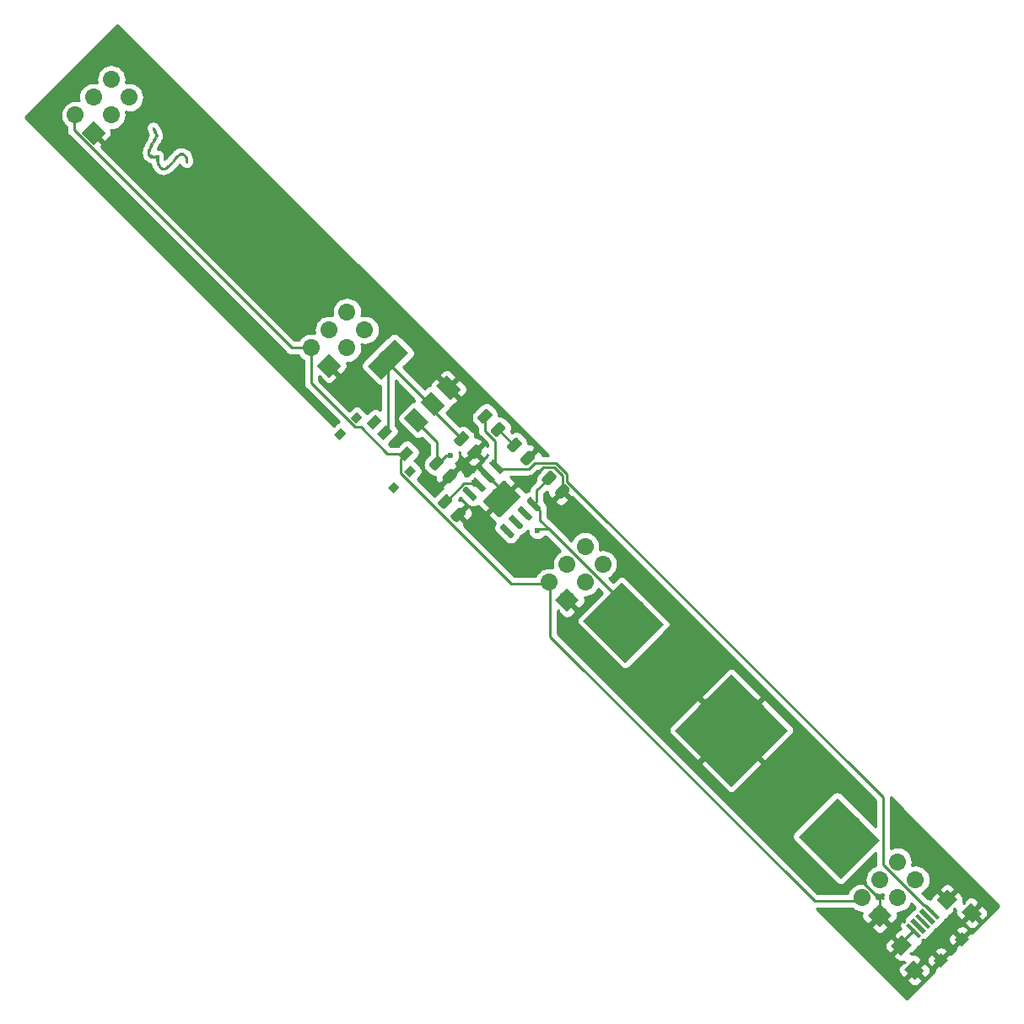
<source format=gbr>
G04 #@! TF.GenerationSoftware,KiCad,Pcbnew,5.1.2*
G04 #@! TF.CreationDate,2019-06-28T17:21:03-05:00*
G04 #@! TF.ProjectId,BatteryTotem,42617474-6572-4795-946f-74656d2e6b69,rev?*
G04 #@! TF.SameCoordinates,Original*
G04 #@! TF.FileFunction,Copper,L2,Bot*
G04 #@! TF.FilePolarity,Positive*
%FSLAX46Y46*%
G04 Gerber Fmt 4.6, Leading zero omitted, Abs format (unit mm)*
G04 Created by KiCad (PCBNEW 5.1.2) date 2019-06-28 17:21:03*
%MOMM*%
%LPD*%
G04 APERTURE LIST*
%ADD10C,0.010000*%
%ADD11C,1.700000*%
%ADD12C,1.700000*%
%ADD13C,0.100000*%
%ADD14C,0.800000*%
%ADD15C,0.900000*%
%ADD16C,0.975000*%
%ADD17C,1.000000*%
%ADD18C,1.350000*%
%ADD19C,0.400000*%
%ADD20C,1.400000*%
%ADD21C,2.410000*%
%ADD22C,0.500000*%
%ADD23C,0.600000*%
%ADD24C,2.000000*%
%ADD25C,1.500000*%
%ADD26C,5.500000*%
%ADD27C,8.000000*%
%ADD28C,0.250000*%
%ADD29C,0.254000*%
G04 APERTURE END LIST*
D10*
G36*
X102614833Y-45241165D02*
G01*
X102420094Y-45177014D01*
X102229363Y-45175508D01*
X102216223Y-45178210D01*
X102139416Y-45200560D01*
X102071468Y-45238115D01*
X101995654Y-45304775D01*
X101895244Y-45414444D01*
X101804915Y-45520048D01*
X101667324Y-45676863D01*
X101492853Y-45867160D01*
X101305287Y-46065363D01*
X101150706Y-46223575D01*
X100986149Y-46387085D01*
X100866778Y-46499620D01*
X100779294Y-46571432D01*
X100710400Y-46612770D01*
X100646797Y-46633882D01*
X100609751Y-46640513D01*
X100489014Y-46639811D01*
X100380611Y-46587594D01*
X100323292Y-46541904D01*
X100161546Y-46353103D01*
X100069182Y-46123269D01*
X100044042Y-45846297D01*
X100048364Y-45764363D01*
X100054669Y-45610035D01*
X100048934Y-45488245D01*
X100032423Y-45424040D01*
X100031113Y-45422562D01*
X99968350Y-45406634D01*
X99857284Y-45413859D01*
X99800984Y-45424447D01*
X99561912Y-45455114D01*
X99375135Y-45429697D01*
X99245618Y-45350801D01*
X99178327Y-45221025D01*
X99171449Y-45094486D01*
X99191338Y-44960496D01*
X99232121Y-44820321D01*
X99300773Y-44656707D01*
X99404269Y-44452403D01*
X99505469Y-44268300D01*
X99612496Y-44077177D01*
X99723667Y-43877995D01*
X99818728Y-43707062D01*
X99837902Y-43672454D01*
X99976652Y-43421741D01*
X99789494Y-43003405D01*
X99690929Y-42793668D01*
X99615861Y-42658823D01*
X99561041Y-42593431D01*
X99539501Y-42585068D01*
X99476243Y-42605148D01*
X99457339Y-42670632D01*
X99483477Y-42789385D01*
X99555340Y-42969275D01*
X99577122Y-43017332D01*
X99645982Y-43174213D01*
X99698267Y-43307145D01*
X99725214Y-43393371D01*
X99727047Y-43406731D01*
X99707325Y-43466351D01*
X99652227Y-43583376D01*
X99569553Y-43742379D01*
X99467102Y-43927933D01*
X99436006Y-43982419D01*
X99244173Y-44330542D01*
X99103550Y-44621194D01*
X99011846Y-44862529D01*
X98966775Y-45062701D01*
X98966048Y-45229863D01*
X99007378Y-45372169D01*
X99032664Y-45419809D01*
X99153506Y-45544602D01*
X99330530Y-45627517D01*
X99541981Y-45659756D01*
X99620237Y-45657430D01*
X99851839Y-45639456D01*
X99846946Y-45884721D01*
X99859672Y-46132928D01*
X99916560Y-46335298D01*
X100028815Y-46523978D01*
X100101009Y-46613719D01*
X100207883Y-46729502D01*
X100295983Y-46795642D01*
X100394978Y-46831935D01*
X100443752Y-46842430D01*
X100624858Y-46842693D01*
X100821839Y-46774955D01*
X101037661Y-46636975D01*
X101275293Y-46426505D01*
X101537700Y-46141301D01*
X101799013Y-45816896D01*
X101956302Y-45618930D01*
X102080873Y-45484114D01*
X102186004Y-45404512D01*
X102284974Y-45372192D01*
X102391059Y-45379218D01*
X102485921Y-45406439D01*
X102620317Y-45477165D01*
X102705083Y-45588072D01*
X102748210Y-45753903D01*
X102757870Y-45908238D01*
X102764944Y-46036169D01*
X102787504Y-46102148D01*
X102834837Y-46128662D01*
X102850035Y-46131516D01*
X102915198Y-46133463D01*
X102945401Y-46094381D01*
X102960260Y-46025537D01*
X102963071Y-45867961D01*
X102930716Y-45684590D01*
X102872451Y-45509646D01*
X102797531Y-45377351D01*
X102779499Y-45357134D01*
X102614833Y-45241165D01*
X102614833Y-45241165D01*
G37*
X102614833Y-45241165D02*
X102420094Y-45177014D01*
X102229363Y-45175508D01*
X102216223Y-45178210D01*
X102139416Y-45200560D01*
X102071468Y-45238115D01*
X101995654Y-45304775D01*
X101895244Y-45414444D01*
X101804915Y-45520048D01*
X101667324Y-45676863D01*
X101492853Y-45867160D01*
X101305287Y-46065363D01*
X101150706Y-46223575D01*
X100986149Y-46387085D01*
X100866778Y-46499620D01*
X100779294Y-46571432D01*
X100710400Y-46612770D01*
X100646797Y-46633882D01*
X100609751Y-46640513D01*
X100489014Y-46639811D01*
X100380611Y-46587594D01*
X100323292Y-46541904D01*
X100161546Y-46353103D01*
X100069182Y-46123269D01*
X100044042Y-45846297D01*
X100048364Y-45764363D01*
X100054669Y-45610035D01*
X100048934Y-45488245D01*
X100032423Y-45424040D01*
X100031113Y-45422562D01*
X99968350Y-45406634D01*
X99857284Y-45413859D01*
X99800984Y-45424447D01*
X99561912Y-45455114D01*
X99375135Y-45429697D01*
X99245618Y-45350801D01*
X99178327Y-45221025D01*
X99171449Y-45094486D01*
X99191338Y-44960496D01*
X99232121Y-44820321D01*
X99300773Y-44656707D01*
X99404269Y-44452403D01*
X99505469Y-44268300D01*
X99612496Y-44077177D01*
X99723667Y-43877995D01*
X99818728Y-43707062D01*
X99837902Y-43672454D01*
X99976652Y-43421741D01*
X99789494Y-43003405D01*
X99690929Y-42793668D01*
X99615861Y-42658823D01*
X99561041Y-42593431D01*
X99539501Y-42585068D01*
X99476243Y-42605148D01*
X99457339Y-42670632D01*
X99483477Y-42789385D01*
X99555340Y-42969275D01*
X99577122Y-43017332D01*
X99645982Y-43174213D01*
X99698267Y-43307145D01*
X99725214Y-43393371D01*
X99727047Y-43406731D01*
X99707325Y-43466351D01*
X99652227Y-43583376D01*
X99569553Y-43742379D01*
X99467102Y-43927933D01*
X99436006Y-43982419D01*
X99244173Y-44330542D01*
X99103550Y-44621194D01*
X99011846Y-44862529D01*
X98966775Y-45062701D01*
X98966048Y-45229863D01*
X99007378Y-45372169D01*
X99032664Y-45419809D01*
X99153506Y-45544602D01*
X99330530Y-45627517D01*
X99541981Y-45659756D01*
X99620237Y-45657430D01*
X99851839Y-45639456D01*
X99846946Y-45884721D01*
X99859672Y-46132928D01*
X99916560Y-46335298D01*
X100028815Y-46523978D01*
X100101009Y-46613719D01*
X100207883Y-46729502D01*
X100295983Y-46795642D01*
X100394978Y-46831935D01*
X100443752Y-46842430D01*
X100624858Y-46842693D01*
X100821839Y-46774955D01*
X101037661Y-46636975D01*
X101275293Y-46426505D01*
X101537700Y-46141301D01*
X101799013Y-45816896D01*
X101956302Y-45618930D01*
X102080873Y-45484114D01*
X102186004Y-45404512D01*
X102284974Y-45372192D01*
X102391059Y-45379218D01*
X102485921Y-45406439D01*
X102620317Y-45477165D01*
X102705083Y-45588072D01*
X102748210Y-45753903D01*
X102757870Y-45908238D01*
X102764944Y-46036169D01*
X102787504Y-46102148D01*
X102834837Y-46128662D01*
X102850035Y-46131516D01*
X102915198Y-46133463D01*
X102945401Y-46094381D01*
X102960260Y-46025537D01*
X102963071Y-45867961D01*
X102930716Y-45684590D01*
X102872451Y-45509646D01*
X102797531Y-45377351D01*
X102779499Y-45357134D01*
X102614833Y-45241165D01*
D11*
X174246051Y-116328948D03*
D12*
X174246051Y-116328948D02*
X174246051Y-116328948D01*
D11*
X176042102Y-118125000D03*
D12*
X176042102Y-118125000D02*
X176042102Y-118125000D01*
D11*
X172450000Y-118125000D03*
D12*
X172450000Y-118125000D02*
X172450000Y-118125000D01*
D11*
X174246051Y-119921051D03*
D12*
X174246051Y-119921051D02*
X174246051Y-119921051D01*
D11*
X170653949Y-119921051D03*
D12*
X170653949Y-119921051D02*
X170653949Y-119921051D01*
D11*
X172450000Y-121717102D03*
D13*
G36*
X173652082Y-121717102D02*
G01*
X172450000Y-122919184D01*
X171247918Y-121717102D01*
X172450000Y-120515020D01*
X173652082Y-121717102D01*
X173652082Y-121717102D01*
G37*
D11*
X141075000Y-90042102D03*
D13*
G36*
X142277082Y-90042102D02*
G01*
X141075000Y-91244184D01*
X139872918Y-90042102D01*
X141075000Y-88840020D01*
X142277082Y-90042102D01*
X142277082Y-90042102D01*
G37*
D11*
X139278949Y-88246051D03*
D12*
X139278949Y-88246051D02*
X139278949Y-88246051D01*
D11*
X142871051Y-88246051D03*
D12*
X142871051Y-88246051D02*
X142871051Y-88246051D01*
D11*
X141075000Y-86450000D03*
D12*
X141075000Y-86450000D02*
X141075000Y-86450000D01*
D11*
X144667102Y-86450000D03*
D12*
X144667102Y-86450000D02*
X144667102Y-86450000D01*
D11*
X142871051Y-84653948D03*
D12*
X142871051Y-84653948D02*
X142871051Y-84653948D01*
D11*
X117175000Y-66525000D03*
D13*
G36*
X118377082Y-66525000D02*
G01*
X117175000Y-67727082D01*
X115972918Y-66525000D01*
X117175000Y-65322918D01*
X118377082Y-66525000D01*
X118377082Y-66525000D01*
G37*
D11*
X115378949Y-64728949D03*
D12*
X115378949Y-64728949D02*
X115378949Y-64728949D01*
D11*
X118971051Y-64728949D03*
D12*
X118971051Y-64728949D02*
X118971051Y-64728949D01*
D11*
X117175000Y-62932898D03*
D12*
X117175000Y-62932898D02*
X117175000Y-62932898D01*
D11*
X120767102Y-62932898D03*
D12*
X120767102Y-62932898D02*
X120767102Y-62932898D01*
D11*
X118971051Y-61136846D03*
D12*
X118971051Y-61136846D02*
X118971051Y-61136846D01*
D11*
X95321051Y-37778948D03*
D12*
X95321051Y-37778948D02*
X95321051Y-37778948D01*
D11*
X97117102Y-39575000D03*
D12*
X97117102Y-39575000D02*
X97117102Y-39575000D01*
D11*
X93525000Y-39575000D03*
D12*
X93525000Y-39575000D02*
X93525000Y-39575000D01*
D11*
X95321051Y-41371051D03*
D12*
X95321051Y-41371051D02*
X95321051Y-41371051D01*
D11*
X91728949Y-41371051D03*
D12*
X91728949Y-41371051D02*
X91728949Y-41371051D01*
D11*
X93525000Y-43167102D03*
D13*
G36*
X94727082Y-43167102D02*
G01*
X93525000Y-44369184D01*
X92322918Y-43167102D01*
X93525000Y-41965020D01*
X94727082Y-43167102D01*
X94727082Y-43167102D01*
G37*
D14*
X118302549Y-73384099D03*
D13*
G36*
X117701508Y-73419454D02*
G01*
X118337904Y-72783058D01*
X118903590Y-73348744D01*
X118267194Y-73985140D01*
X117701508Y-73419454D01*
X117701508Y-73419454D01*
G37*
D14*
X123676561Y-78758111D03*
D13*
G36*
X123075520Y-78793466D02*
G01*
X123711916Y-78157070D01*
X124277602Y-78722756D01*
X123641206Y-79359152D01*
X123075520Y-78793466D01*
X123075520Y-78793466D01*
G37*
D14*
X125309978Y-77138836D03*
D13*
G36*
X124708937Y-77174191D02*
G01*
X125345333Y-76537795D01*
X125911019Y-77103481D01*
X125274623Y-77739877D01*
X124708937Y-77174191D01*
X124708937Y-77174191D01*
G37*
D14*
X119928895Y-71757753D03*
D13*
G36*
X119327854Y-71793108D02*
G01*
X119964250Y-71156712D01*
X120529936Y-71722398D01*
X119893540Y-72358794D01*
X119327854Y-71793108D01*
X119327854Y-71793108D01*
G37*
D15*
X121714340Y-72164340D03*
D13*
G36*
X120954200Y-72288084D02*
G01*
X121838084Y-71404200D01*
X122474480Y-72040596D01*
X121590596Y-72924480D01*
X120954200Y-72288084D01*
X120954200Y-72288084D01*
G37*
D15*
X122775000Y-73225000D03*
D13*
G36*
X122014860Y-73348744D02*
G01*
X122898744Y-72464860D01*
X123535140Y-73101256D01*
X122651256Y-73985140D01*
X122014860Y-73348744D01*
X122014860Y-73348744D01*
G37*
D15*
X124896320Y-75346320D03*
D13*
G36*
X124136180Y-75470064D02*
G01*
X125020064Y-74586180D01*
X125656460Y-75222576D01*
X124772576Y-76106460D01*
X124136180Y-75470064D01*
X124136180Y-75470064D01*
G37*
G36*
X132998326Y-70861623D02*
G01*
X133021987Y-70865133D01*
X133045191Y-70870945D01*
X133067713Y-70879003D01*
X133089337Y-70889231D01*
X133109854Y-70901528D01*
X133129067Y-70915778D01*
X133146791Y-70931842D01*
X133491506Y-71276557D01*
X133507570Y-71294281D01*
X133521820Y-71313494D01*
X133534117Y-71334011D01*
X133544345Y-71355635D01*
X133552403Y-71378157D01*
X133558215Y-71401361D01*
X133561725Y-71425022D01*
X133562899Y-71448914D01*
X133561725Y-71472806D01*
X133558215Y-71496467D01*
X133552403Y-71519671D01*
X133544345Y-71542193D01*
X133534117Y-71563817D01*
X133521820Y-71584334D01*
X133507570Y-71603547D01*
X133491506Y-71621271D01*
X132846271Y-72266506D01*
X132828547Y-72282570D01*
X132809334Y-72296820D01*
X132788817Y-72309117D01*
X132767193Y-72319345D01*
X132744671Y-72327403D01*
X132721467Y-72333215D01*
X132697806Y-72336725D01*
X132673914Y-72337899D01*
X132650022Y-72336725D01*
X132626361Y-72333215D01*
X132603157Y-72327403D01*
X132580635Y-72319345D01*
X132559011Y-72309117D01*
X132538494Y-72296820D01*
X132519281Y-72282570D01*
X132501557Y-72266506D01*
X132156842Y-71921791D01*
X132140778Y-71904067D01*
X132126528Y-71884854D01*
X132114231Y-71864337D01*
X132104003Y-71842713D01*
X132095945Y-71820191D01*
X132090133Y-71796987D01*
X132086623Y-71773326D01*
X132085449Y-71749434D01*
X132086623Y-71725542D01*
X132090133Y-71701881D01*
X132095945Y-71678677D01*
X132104003Y-71656155D01*
X132114231Y-71634531D01*
X132126528Y-71614014D01*
X132140778Y-71594801D01*
X132156842Y-71577077D01*
X132802077Y-70931842D01*
X132819801Y-70915778D01*
X132839014Y-70901528D01*
X132859531Y-70889231D01*
X132881155Y-70879003D01*
X132903677Y-70870945D01*
X132926881Y-70865133D01*
X132950542Y-70861623D01*
X132974434Y-70860449D01*
X132998326Y-70861623D01*
X132998326Y-70861623D01*
G37*
D16*
X132824174Y-71599174D03*
D13*
G36*
X134324152Y-72187449D02*
G01*
X134347813Y-72190959D01*
X134371017Y-72196771D01*
X134393539Y-72204829D01*
X134415163Y-72215057D01*
X134435680Y-72227354D01*
X134454893Y-72241604D01*
X134472617Y-72257668D01*
X134817332Y-72602383D01*
X134833396Y-72620107D01*
X134847646Y-72639320D01*
X134859943Y-72659837D01*
X134870171Y-72681461D01*
X134878229Y-72703983D01*
X134884041Y-72727187D01*
X134887551Y-72750848D01*
X134888725Y-72774740D01*
X134887551Y-72798632D01*
X134884041Y-72822293D01*
X134878229Y-72845497D01*
X134870171Y-72868019D01*
X134859943Y-72889643D01*
X134847646Y-72910160D01*
X134833396Y-72929373D01*
X134817332Y-72947097D01*
X134172097Y-73592332D01*
X134154373Y-73608396D01*
X134135160Y-73622646D01*
X134114643Y-73634943D01*
X134093019Y-73645171D01*
X134070497Y-73653229D01*
X134047293Y-73659041D01*
X134023632Y-73662551D01*
X133999740Y-73663725D01*
X133975848Y-73662551D01*
X133952187Y-73659041D01*
X133928983Y-73653229D01*
X133906461Y-73645171D01*
X133884837Y-73634943D01*
X133864320Y-73622646D01*
X133845107Y-73608396D01*
X133827383Y-73592332D01*
X133482668Y-73247617D01*
X133466604Y-73229893D01*
X133452354Y-73210680D01*
X133440057Y-73190163D01*
X133429829Y-73168539D01*
X133421771Y-73146017D01*
X133415959Y-73122813D01*
X133412449Y-73099152D01*
X133411275Y-73075260D01*
X133412449Y-73051368D01*
X133415959Y-73027707D01*
X133421771Y-73004503D01*
X133429829Y-72981981D01*
X133440057Y-72960357D01*
X133452354Y-72939840D01*
X133466604Y-72920627D01*
X133482668Y-72902903D01*
X134127903Y-72257668D01*
X134145627Y-72241604D01*
X134164840Y-72227354D01*
X134185357Y-72215057D01*
X134206981Y-72204829D01*
X134229503Y-72196771D01*
X134252707Y-72190959D01*
X134276368Y-72187449D01*
X134300260Y-72186275D01*
X134324152Y-72187449D01*
X134324152Y-72187449D01*
G37*
D16*
X134150000Y-72925000D03*
D13*
G36*
X128148326Y-75561623D02*
G01*
X128171987Y-75565133D01*
X128195191Y-75570945D01*
X128217713Y-75579003D01*
X128239337Y-75589231D01*
X128259854Y-75601528D01*
X128279067Y-75615778D01*
X128296791Y-75631842D01*
X128641506Y-75976557D01*
X128657570Y-75994281D01*
X128671820Y-76013494D01*
X128684117Y-76034011D01*
X128694345Y-76055635D01*
X128702403Y-76078157D01*
X128708215Y-76101361D01*
X128711725Y-76125022D01*
X128712899Y-76148914D01*
X128711725Y-76172806D01*
X128708215Y-76196467D01*
X128702403Y-76219671D01*
X128694345Y-76242193D01*
X128684117Y-76263817D01*
X128671820Y-76284334D01*
X128657570Y-76303547D01*
X128641506Y-76321271D01*
X127996271Y-76966506D01*
X127978547Y-76982570D01*
X127959334Y-76996820D01*
X127938817Y-77009117D01*
X127917193Y-77019345D01*
X127894671Y-77027403D01*
X127871467Y-77033215D01*
X127847806Y-77036725D01*
X127823914Y-77037899D01*
X127800022Y-77036725D01*
X127776361Y-77033215D01*
X127753157Y-77027403D01*
X127730635Y-77019345D01*
X127709011Y-77009117D01*
X127688494Y-76996820D01*
X127669281Y-76982570D01*
X127651557Y-76966506D01*
X127306842Y-76621791D01*
X127290778Y-76604067D01*
X127276528Y-76584854D01*
X127264231Y-76564337D01*
X127254003Y-76542713D01*
X127245945Y-76520191D01*
X127240133Y-76496987D01*
X127236623Y-76473326D01*
X127235449Y-76449434D01*
X127236623Y-76425542D01*
X127240133Y-76401881D01*
X127245945Y-76378677D01*
X127254003Y-76356155D01*
X127264231Y-76334531D01*
X127276528Y-76314014D01*
X127290778Y-76294801D01*
X127306842Y-76277077D01*
X127952077Y-75631842D01*
X127969801Y-75615778D01*
X127989014Y-75601528D01*
X128009531Y-75589231D01*
X128031155Y-75579003D01*
X128053677Y-75570945D01*
X128076881Y-75565133D01*
X128100542Y-75561623D01*
X128124434Y-75560449D01*
X128148326Y-75561623D01*
X128148326Y-75561623D01*
G37*
D16*
X127974174Y-76299174D03*
D13*
G36*
X129474152Y-76887449D02*
G01*
X129497813Y-76890959D01*
X129521017Y-76896771D01*
X129543539Y-76904829D01*
X129565163Y-76915057D01*
X129585680Y-76927354D01*
X129604893Y-76941604D01*
X129622617Y-76957668D01*
X129967332Y-77302383D01*
X129983396Y-77320107D01*
X129997646Y-77339320D01*
X130009943Y-77359837D01*
X130020171Y-77381461D01*
X130028229Y-77403983D01*
X130034041Y-77427187D01*
X130037551Y-77450848D01*
X130038725Y-77474740D01*
X130037551Y-77498632D01*
X130034041Y-77522293D01*
X130028229Y-77545497D01*
X130020171Y-77568019D01*
X130009943Y-77589643D01*
X129997646Y-77610160D01*
X129983396Y-77629373D01*
X129967332Y-77647097D01*
X129322097Y-78292332D01*
X129304373Y-78308396D01*
X129285160Y-78322646D01*
X129264643Y-78334943D01*
X129243019Y-78345171D01*
X129220497Y-78353229D01*
X129197293Y-78359041D01*
X129173632Y-78362551D01*
X129149740Y-78363725D01*
X129125848Y-78362551D01*
X129102187Y-78359041D01*
X129078983Y-78353229D01*
X129056461Y-78345171D01*
X129034837Y-78334943D01*
X129014320Y-78322646D01*
X128995107Y-78308396D01*
X128977383Y-78292332D01*
X128632668Y-77947617D01*
X128616604Y-77929893D01*
X128602354Y-77910680D01*
X128590057Y-77890163D01*
X128579829Y-77868539D01*
X128571771Y-77846017D01*
X128565959Y-77822813D01*
X128562449Y-77799152D01*
X128561275Y-77775260D01*
X128562449Y-77751368D01*
X128565959Y-77727707D01*
X128571771Y-77704503D01*
X128579829Y-77681981D01*
X128590057Y-77660357D01*
X128602354Y-77639840D01*
X128616604Y-77620627D01*
X128632668Y-77602903D01*
X129277903Y-76957668D01*
X129295627Y-76941604D01*
X129314840Y-76927354D01*
X129335357Y-76915057D01*
X129356981Y-76904829D01*
X129379503Y-76896771D01*
X129402707Y-76890959D01*
X129426368Y-76887449D01*
X129450260Y-76886275D01*
X129474152Y-76887449D01*
X129474152Y-76887449D01*
G37*
D16*
X129300000Y-77625000D03*
D13*
G36*
X140774152Y-78387449D02*
G01*
X140797813Y-78390959D01*
X140821017Y-78396771D01*
X140843539Y-78404829D01*
X140865163Y-78415057D01*
X140885680Y-78427354D01*
X140904893Y-78441604D01*
X140922617Y-78457668D01*
X141267332Y-78802383D01*
X141283396Y-78820107D01*
X141297646Y-78839320D01*
X141309943Y-78859837D01*
X141320171Y-78881461D01*
X141328229Y-78903983D01*
X141334041Y-78927187D01*
X141337551Y-78950848D01*
X141338725Y-78974740D01*
X141337551Y-78998632D01*
X141334041Y-79022293D01*
X141328229Y-79045497D01*
X141320171Y-79068019D01*
X141309943Y-79089643D01*
X141297646Y-79110160D01*
X141283396Y-79129373D01*
X141267332Y-79147097D01*
X140622097Y-79792332D01*
X140604373Y-79808396D01*
X140585160Y-79822646D01*
X140564643Y-79834943D01*
X140543019Y-79845171D01*
X140520497Y-79853229D01*
X140497293Y-79859041D01*
X140473632Y-79862551D01*
X140449740Y-79863725D01*
X140425848Y-79862551D01*
X140402187Y-79859041D01*
X140378983Y-79853229D01*
X140356461Y-79845171D01*
X140334837Y-79834943D01*
X140314320Y-79822646D01*
X140295107Y-79808396D01*
X140277383Y-79792332D01*
X139932668Y-79447617D01*
X139916604Y-79429893D01*
X139902354Y-79410680D01*
X139890057Y-79390163D01*
X139879829Y-79368539D01*
X139871771Y-79346017D01*
X139865959Y-79322813D01*
X139862449Y-79299152D01*
X139861275Y-79275260D01*
X139862449Y-79251368D01*
X139865959Y-79227707D01*
X139871771Y-79204503D01*
X139879829Y-79181981D01*
X139890057Y-79160357D01*
X139902354Y-79139840D01*
X139916604Y-79120627D01*
X139932668Y-79102903D01*
X140577903Y-78457668D01*
X140595627Y-78441604D01*
X140614840Y-78427354D01*
X140635357Y-78415057D01*
X140656981Y-78404829D01*
X140679503Y-78396771D01*
X140702707Y-78390959D01*
X140726368Y-78387449D01*
X140750260Y-78386275D01*
X140774152Y-78387449D01*
X140774152Y-78387449D01*
G37*
D16*
X140600000Y-79125000D03*
D13*
G36*
X139448326Y-77061623D02*
G01*
X139471987Y-77065133D01*
X139495191Y-77070945D01*
X139517713Y-77079003D01*
X139539337Y-77089231D01*
X139559854Y-77101528D01*
X139579067Y-77115778D01*
X139596791Y-77131842D01*
X139941506Y-77476557D01*
X139957570Y-77494281D01*
X139971820Y-77513494D01*
X139984117Y-77534011D01*
X139994345Y-77555635D01*
X140002403Y-77578157D01*
X140008215Y-77601361D01*
X140011725Y-77625022D01*
X140012899Y-77648914D01*
X140011725Y-77672806D01*
X140008215Y-77696467D01*
X140002403Y-77719671D01*
X139994345Y-77742193D01*
X139984117Y-77763817D01*
X139971820Y-77784334D01*
X139957570Y-77803547D01*
X139941506Y-77821271D01*
X139296271Y-78466506D01*
X139278547Y-78482570D01*
X139259334Y-78496820D01*
X139238817Y-78509117D01*
X139217193Y-78519345D01*
X139194671Y-78527403D01*
X139171467Y-78533215D01*
X139147806Y-78536725D01*
X139123914Y-78537899D01*
X139100022Y-78536725D01*
X139076361Y-78533215D01*
X139053157Y-78527403D01*
X139030635Y-78519345D01*
X139009011Y-78509117D01*
X138988494Y-78496820D01*
X138969281Y-78482570D01*
X138951557Y-78466506D01*
X138606842Y-78121791D01*
X138590778Y-78104067D01*
X138576528Y-78084854D01*
X138564231Y-78064337D01*
X138554003Y-78042713D01*
X138545945Y-78020191D01*
X138540133Y-77996987D01*
X138536623Y-77973326D01*
X138535449Y-77949434D01*
X138536623Y-77925542D01*
X138540133Y-77901881D01*
X138545945Y-77878677D01*
X138554003Y-77856155D01*
X138564231Y-77834531D01*
X138576528Y-77814014D01*
X138590778Y-77794801D01*
X138606842Y-77777077D01*
X139252077Y-77131842D01*
X139269801Y-77115778D01*
X139289014Y-77101528D01*
X139309531Y-77089231D01*
X139331155Y-77079003D01*
X139353677Y-77070945D01*
X139376881Y-77065133D01*
X139400542Y-77061623D01*
X139424434Y-77060449D01*
X139448326Y-77061623D01*
X139448326Y-77061623D01*
G37*
D16*
X139274174Y-77799174D03*
D13*
G36*
X131974978Y-74438275D02*
G01*
X131998639Y-74441785D01*
X132021843Y-74447597D01*
X132044365Y-74455655D01*
X132065989Y-74465883D01*
X132086506Y-74478180D01*
X132105719Y-74492430D01*
X132123443Y-74508494D01*
X132468158Y-74853209D01*
X132484222Y-74870933D01*
X132498472Y-74890146D01*
X132510769Y-74910663D01*
X132520997Y-74932287D01*
X132529055Y-74954809D01*
X132534867Y-74978013D01*
X132538377Y-75001674D01*
X132539551Y-75025566D01*
X132538377Y-75049458D01*
X132534867Y-75073119D01*
X132529055Y-75096323D01*
X132520997Y-75118845D01*
X132510769Y-75140469D01*
X132498472Y-75160986D01*
X132484222Y-75180199D01*
X132468158Y-75197923D01*
X131822923Y-75843158D01*
X131805199Y-75859222D01*
X131785986Y-75873472D01*
X131765469Y-75885769D01*
X131743845Y-75895997D01*
X131721323Y-75904055D01*
X131698119Y-75909867D01*
X131674458Y-75913377D01*
X131650566Y-75914551D01*
X131626674Y-75913377D01*
X131603013Y-75909867D01*
X131579809Y-75904055D01*
X131557287Y-75895997D01*
X131535663Y-75885769D01*
X131515146Y-75873472D01*
X131495933Y-75859222D01*
X131478209Y-75843158D01*
X131133494Y-75498443D01*
X131117430Y-75480719D01*
X131103180Y-75461506D01*
X131090883Y-75440989D01*
X131080655Y-75419365D01*
X131072597Y-75396843D01*
X131066785Y-75373639D01*
X131063275Y-75349978D01*
X131062101Y-75326086D01*
X131063275Y-75302194D01*
X131066785Y-75278533D01*
X131072597Y-75255329D01*
X131080655Y-75232807D01*
X131090883Y-75211183D01*
X131103180Y-75190666D01*
X131117430Y-75171453D01*
X131133494Y-75153729D01*
X131778729Y-74508494D01*
X131796453Y-74492430D01*
X131815666Y-74478180D01*
X131836183Y-74465883D01*
X131857807Y-74455655D01*
X131880329Y-74447597D01*
X131903533Y-74441785D01*
X131927194Y-74438275D01*
X131951086Y-74437101D01*
X131974978Y-74438275D01*
X131974978Y-74438275D01*
G37*
D16*
X131800826Y-75175826D03*
D13*
G36*
X130649152Y-73112449D02*
G01*
X130672813Y-73115959D01*
X130696017Y-73121771D01*
X130718539Y-73129829D01*
X130740163Y-73140057D01*
X130760680Y-73152354D01*
X130779893Y-73166604D01*
X130797617Y-73182668D01*
X131142332Y-73527383D01*
X131158396Y-73545107D01*
X131172646Y-73564320D01*
X131184943Y-73584837D01*
X131195171Y-73606461D01*
X131203229Y-73628983D01*
X131209041Y-73652187D01*
X131212551Y-73675848D01*
X131213725Y-73699740D01*
X131212551Y-73723632D01*
X131209041Y-73747293D01*
X131203229Y-73770497D01*
X131195171Y-73793019D01*
X131184943Y-73814643D01*
X131172646Y-73835160D01*
X131158396Y-73854373D01*
X131142332Y-73872097D01*
X130497097Y-74517332D01*
X130479373Y-74533396D01*
X130460160Y-74547646D01*
X130439643Y-74559943D01*
X130418019Y-74570171D01*
X130395497Y-74578229D01*
X130372293Y-74584041D01*
X130348632Y-74587551D01*
X130324740Y-74588725D01*
X130300848Y-74587551D01*
X130277187Y-74584041D01*
X130253983Y-74578229D01*
X130231461Y-74570171D01*
X130209837Y-74559943D01*
X130189320Y-74547646D01*
X130170107Y-74533396D01*
X130152383Y-74517332D01*
X129807668Y-74172617D01*
X129791604Y-74154893D01*
X129777354Y-74135680D01*
X129765057Y-74115163D01*
X129754829Y-74093539D01*
X129746771Y-74071017D01*
X129740959Y-74047813D01*
X129737449Y-74024152D01*
X129736275Y-74000260D01*
X129737449Y-73976368D01*
X129740959Y-73952707D01*
X129746771Y-73929503D01*
X129754829Y-73906981D01*
X129765057Y-73885357D01*
X129777354Y-73864840D01*
X129791604Y-73845627D01*
X129807668Y-73827903D01*
X130452903Y-73182668D01*
X130470627Y-73166604D01*
X130489840Y-73152354D01*
X130510357Y-73140057D01*
X130531981Y-73129829D01*
X130554503Y-73121771D01*
X130577707Y-73115959D01*
X130601368Y-73112449D01*
X130625260Y-73111275D01*
X130649152Y-73112449D01*
X130649152Y-73112449D01*
G37*
D16*
X130475000Y-73850000D03*
D17*
X178572361Y-126205203D03*
D13*
G36*
X178607716Y-125462741D02*
G01*
X179314823Y-126169848D01*
X178537006Y-126947665D01*
X177829899Y-126240558D01*
X178607716Y-125462741D01*
X178607716Y-125462741D01*
G37*
D17*
X180693681Y-124083883D03*
D13*
G36*
X180729036Y-123341421D02*
G01*
X181436143Y-124048528D01*
X180658326Y-124826345D01*
X179951219Y-124119238D01*
X180729036Y-123341421D01*
X180729036Y-123341421D01*
G37*
D18*
X175917175Y-127191617D03*
D13*
G36*
X175864142Y-126183990D02*
G01*
X176924802Y-127244650D01*
X175970208Y-128199244D01*
X174909548Y-127138584D01*
X175864142Y-126183990D01*
X175864142Y-126183990D01*
G37*
D18*
X181680095Y-121428697D03*
D13*
G36*
X181627062Y-120421070D02*
G01*
X182687722Y-121481730D01*
X181733128Y-122436324D01*
X180672468Y-121375664D01*
X181627062Y-120421070D01*
X181627062Y-120421070D01*
G37*
D19*
X175850000Y-123200000D03*
D13*
G36*
X175355025Y-122422183D02*
G01*
X176627817Y-123694975D01*
X176344975Y-123977817D01*
X175072183Y-122705025D01*
X175355025Y-122422183D01*
X175355025Y-122422183D01*
G37*
D19*
X177688478Y-121361522D03*
D13*
G36*
X177193503Y-120583705D02*
G01*
X178466295Y-121856497D01*
X178183453Y-122139339D01*
X176910661Y-120866547D01*
X177193503Y-120583705D01*
X177193503Y-120583705D01*
G37*
D19*
X176309619Y-122740380D03*
D13*
G36*
X175814644Y-121962563D02*
G01*
X177087436Y-123235355D01*
X176804594Y-123518197D01*
X175531802Y-122245405D01*
X175814644Y-121962563D01*
X175814644Y-121962563D01*
G37*
D19*
X177228858Y-121821141D03*
D13*
G36*
X176733883Y-121043324D02*
G01*
X178006675Y-122316116D01*
X177723833Y-122598958D01*
X176451041Y-121326166D01*
X176733883Y-121043324D01*
X176733883Y-121043324D01*
G37*
D19*
X176769239Y-122280761D03*
D13*
G36*
X176274264Y-121502944D02*
G01*
X177547056Y-122775736D01*
X177264214Y-123058578D01*
X175991422Y-121785786D01*
X176274264Y-121502944D01*
X176274264Y-121502944D01*
G37*
D20*
X174612563Y-124720279D03*
D13*
G36*
X174647918Y-123694974D02*
G01*
X175637868Y-124684924D01*
X174577208Y-125745584D01*
X173587258Y-124755634D01*
X174647918Y-123694974D01*
X174647918Y-123694974D01*
G37*
D20*
X179208757Y-120124085D03*
D13*
G36*
X179244112Y-119098780D02*
G01*
X180234062Y-120088730D01*
X179173402Y-121149390D01*
X178183452Y-120159440D01*
X179244112Y-119098780D01*
X179244112Y-119098780D01*
G37*
G36*
X128986239Y-79424536D02*
G01*
X129009900Y-79428046D01*
X129033104Y-79433858D01*
X129055626Y-79441916D01*
X129077250Y-79452144D01*
X129097767Y-79464441D01*
X129116980Y-79478691D01*
X129134704Y-79494755D01*
X129479419Y-79839470D01*
X129495483Y-79857194D01*
X129509733Y-79876407D01*
X129522030Y-79896924D01*
X129532258Y-79918548D01*
X129540316Y-79941070D01*
X129546128Y-79964274D01*
X129549638Y-79987935D01*
X129550812Y-80011827D01*
X129549638Y-80035719D01*
X129546128Y-80059380D01*
X129540316Y-80082584D01*
X129532258Y-80105106D01*
X129522030Y-80126730D01*
X129509733Y-80147247D01*
X129495483Y-80166460D01*
X129479419Y-80184184D01*
X128834184Y-80829419D01*
X128816460Y-80845483D01*
X128797247Y-80859733D01*
X128776730Y-80872030D01*
X128755106Y-80882258D01*
X128732584Y-80890316D01*
X128709380Y-80896128D01*
X128685719Y-80899638D01*
X128661827Y-80900812D01*
X128637935Y-80899638D01*
X128614274Y-80896128D01*
X128591070Y-80890316D01*
X128568548Y-80882258D01*
X128546924Y-80872030D01*
X128526407Y-80859733D01*
X128507194Y-80845483D01*
X128489470Y-80829419D01*
X128144755Y-80484704D01*
X128128691Y-80466980D01*
X128114441Y-80447767D01*
X128102144Y-80427250D01*
X128091916Y-80405626D01*
X128083858Y-80383104D01*
X128078046Y-80359900D01*
X128074536Y-80336239D01*
X128073362Y-80312347D01*
X128074536Y-80288455D01*
X128078046Y-80264794D01*
X128083858Y-80241590D01*
X128091916Y-80219068D01*
X128102144Y-80197444D01*
X128114441Y-80176927D01*
X128128691Y-80157714D01*
X128144755Y-80139990D01*
X128789990Y-79494755D01*
X128807714Y-79478691D01*
X128826927Y-79464441D01*
X128847444Y-79452144D01*
X128869068Y-79441916D01*
X128891590Y-79433858D01*
X128914794Y-79428046D01*
X128938455Y-79424536D01*
X128962347Y-79423362D01*
X128986239Y-79424536D01*
X128986239Y-79424536D01*
G37*
D16*
X128812087Y-80162087D03*
D13*
G36*
X130312065Y-80750362D02*
G01*
X130335726Y-80753872D01*
X130358930Y-80759684D01*
X130381452Y-80767742D01*
X130403076Y-80777970D01*
X130423593Y-80790267D01*
X130442806Y-80804517D01*
X130460530Y-80820581D01*
X130805245Y-81165296D01*
X130821309Y-81183020D01*
X130835559Y-81202233D01*
X130847856Y-81222750D01*
X130858084Y-81244374D01*
X130866142Y-81266896D01*
X130871954Y-81290100D01*
X130875464Y-81313761D01*
X130876638Y-81337653D01*
X130875464Y-81361545D01*
X130871954Y-81385206D01*
X130866142Y-81408410D01*
X130858084Y-81430932D01*
X130847856Y-81452556D01*
X130835559Y-81473073D01*
X130821309Y-81492286D01*
X130805245Y-81510010D01*
X130160010Y-82155245D01*
X130142286Y-82171309D01*
X130123073Y-82185559D01*
X130102556Y-82197856D01*
X130080932Y-82208084D01*
X130058410Y-82216142D01*
X130035206Y-82221954D01*
X130011545Y-82225464D01*
X129987653Y-82226638D01*
X129963761Y-82225464D01*
X129940100Y-82221954D01*
X129916896Y-82216142D01*
X129894374Y-82208084D01*
X129872750Y-82197856D01*
X129852233Y-82185559D01*
X129833020Y-82171309D01*
X129815296Y-82155245D01*
X129470581Y-81810530D01*
X129454517Y-81792806D01*
X129440267Y-81773593D01*
X129427970Y-81753076D01*
X129417742Y-81731452D01*
X129409684Y-81708930D01*
X129403872Y-81685726D01*
X129400362Y-81662065D01*
X129399188Y-81638173D01*
X129400362Y-81614281D01*
X129403872Y-81590620D01*
X129409684Y-81567416D01*
X129417742Y-81544894D01*
X129427970Y-81523270D01*
X129440267Y-81502753D01*
X129454517Y-81483540D01*
X129470581Y-81465816D01*
X130115816Y-80820581D01*
X130133540Y-80804517D01*
X130152753Y-80790267D01*
X130173270Y-80777970D01*
X130194894Y-80767742D01*
X130217416Y-80759684D01*
X130240620Y-80753872D01*
X130264281Y-80750362D01*
X130288173Y-80749188D01*
X130312065Y-80750362D01*
X130312065Y-80750362D01*
G37*
D16*
X130137913Y-81487913D03*
D13*
G36*
X135974152Y-73737449D02*
G01*
X135997813Y-73740959D01*
X136021017Y-73746771D01*
X136043539Y-73754829D01*
X136065163Y-73765057D01*
X136085680Y-73777354D01*
X136104893Y-73791604D01*
X136122617Y-73807668D01*
X136467332Y-74152383D01*
X136483396Y-74170107D01*
X136497646Y-74189320D01*
X136509943Y-74209837D01*
X136520171Y-74231461D01*
X136528229Y-74253983D01*
X136534041Y-74277187D01*
X136537551Y-74300848D01*
X136538725Y-74324740D01*
X136537551Y-74348632D01*
X136534041Y-74372293D01*
X136528229Y-74395497D01*
X136520171Y-74418019D01*
X136509943Y-74439643D01*
X136497646Y-74460160D01*
X136483396Y-74479373D01*
X136467332Y-74497097D01*
X135822097Y-75142332D01*
X135804373Y-75158396D01*
X135785160Y-75172646D01*
X135764643Y-75184943D01*
X135743019Y-75195171D01*
X135720497Y-75203229D01*
X135697293Y-75209041D01*
X135673632Y-75212551D01*
X135649740Y-75213725D01*
X135625848Y-75212551D01*
X135602187Y-75209041D01*
X135578983Y-75203229D01*
X135556461Y-75195171D01*
X135534837Y-75184943D01*
X135514320Y-75172646D01*
X135495107Y-75158396D01*
X135477383Y-75142332D01*
X135132668Y-74797617D01*
X135116604Y-74779893D01*
X135102354Y-74760680D01*
X135090057Y-74740163D01*
X135079829Y-74718539D01*
X135071771Y-74696017D01*
X135065959Y-74672813D01*
X135062449Y-74649152D01*
X135061275Y-74625260D01*
X135062449Y-74601368D01*
X135065959Y-74577707D01*
X135071771Y-74554503D01*
X135079829Y-74531981D01*
X135090057Y-74510357D01*
X135102354Y-74489840D01*
X135116604Y-74470627D01*
X135132668Y-74452903D01*
X135777903Y-73807668D01*
X135795627Y-73791604D01*
X135814840Y-73777354D01*
X135835357Y-73765057D01*
X135856981Y-73754829D01*
X135879503Y-73746771D01*
X135902707Y-73740959D01*
X135926368Y-73737449D01*
X135950260Y-73736275D01*
X135974152Y-73737449D01*
X135974152Y-73737449D01*
G37*
D16*
X135800000Y-74475000D03*
D13*
G36*
X137299978Y-75063275D02*
G01*
X137323639Y-75066785D01*
X137346843Y-75072597D01*
X137369365Y-75080655D01*
X137390989Y-75090883D01*
X137411506Y-75103180D01*
X137430719Y-75117430D01*
X137448443Y-75133494D01*
X137793158Y-75478209D01*
X137809222Y-75495933D01*
X137823472Y-75515146D01*
X137835769Y-75535663D01*
X137845997Y-75557287D01*
X137854055Y-75579809D01*
X137859867Y-75603013D01*
X137863377Y-75626674D01*
X137864551Y-75650566D01*
X137863377Y-75674458D01*
X137859867Y-75698119D01*
X137854055Y-75721323D01*
X137845997Y-75743845D01*
X137835769Y-75765469D01*
X137823472Y-75785986D01*
X137809222Y-75805199D01*
X137793158Y-75822923D01*
X137147923Y-76468158D01*
X137130199Y-76484222D01*
X137110986Y-76498472D01*
X137090469Y-76510769D01*
X137068845Y-76520997D01*
X137046323Y-76529055D01*
X137023119Y-76534867D01*
X136999458Y-76538377D01*
X136975566Y-76539551D01*
X136951674Y-76538377D01*
X136928013Y-76534867D01*
X136904809Y-76529055D01*
X136882287Y-76520997D01*
X136860663Y-76510769D01*
X136840146Y-76498472D01*
X136820933Y-76484222D01*
X136803209Y-76468158D01*
X136458494Y-76123443D01*
X136442430Y-76105719D01*
X136428180Y-76086506D01*
X136415883Y-76065989D01*
X136405655Y-76044365D01*
X136397597Y-76021843D01*
X136391785Y-75998639D01*
X136388275Y-75974978D01*
X136387101Y-75951086D01*
X136388275Y-75927194D01*
X136391785Y-75903533D01*
X136397597Y-75880329D01*
X136405655Y-75857807D01*
X136415883Y-75836183D01*
X136428180Y-75815666D01*
X136442430Y-75796453D01*
X136458494Y-75778729D01*
X137103729Y-75133494D01*
X137121453Y-75117430D01*
X137140666Y-75103180D01*
X137161183Y-75090883D01*
X137182807Y-75080655D01*
X137205329Y-75072597D01*
X137228533Y-75066785D01*
X137252194Y-75063275D01*
X137276086Y-75062101D01*
X137299978Y-75063275D01*
X137299978Y-75063275D01*
G37*
D16*
X137125826Y-75800826D03*
D13*
G36*
X134793456Y-78056677D02*
G01*
X134817724Y-78060277D01*
X134841523Y-78066238D01*
X134864622Y-78074503D01*
X134886800Y-78084992D01*
X134907843Y-78097605D01*
X134927549Y-78112220D01*
X134945727Y-78128696D01*
X136296304Y-79479273D01*
X136312780Y-79497451D01*
X136327395Y-79517157D01*
X136340008Y-79538200D01*
X136350497Y-79560378D01*
X136358762Y-79583477D01*
X136364723Y-79607276D01*
X136368323Y-79631544D01*
X136369527Y-79656048D01*
X136368323Y-79680552D01*
X136364723Y-79704820D01*
X136358762Y-79728619D01*
X136350497Y-79751718D01*
X136340008Y-79773896D01*
X136327395Y-79794939D01*
X136312780Y-79814645D01*
X136296304Y-79832823D01*
X134457823Y-81671304D01*
X134439645Y-81687780D01*
X134419939Y-81702395D01*
X134398896Y-81715008D01*
X134376718Y-81725497D01*
X134353619Y-81733762D01*
X134329820Y-81739723D01*
X134305552Y-81743323D01*
X134281048Y-81744527D01*
X134256544Y-81743323D01*
X134232276Y-81739723D01*
X134208477Y-81733762D01*
X134185378Y-81725497D01*
X134163200Y-81715008D01*
X134142157Y-81702395D01*
X134122451Y-81687780D01*
X134104273Y-81671304D01*
X132753696Y-80320727D01*
X132737220Y-80302549D01*
X132722605Y-80282843D01*
X132709992Y-80261800D01*
X132699503Y-80239622D01*
X132691238Y-80216523D01*
X132685277Y-80192724D01*
X132681677Y-80168456D01*
X132680473Y-80143952D01*
X132681677Y-80119448D01*
X132685277Y-80095180D01*
X132691238Y-80071381D01*
X132699503Y-80048282D01*
X132709992Y-80026104D01*
X132722605Y-80005061D01*
X132737220Y-79985355D01*
X132753696Y-79967177D01*
X134592177Y-78128696D01*
X134610355Y-78112220D01*
X134630061Y-78097605D01*
X134651104Y-78084992D01*
X134673282Y-78074503D01*
X134696381Y-78066238D01*
X134720180Y-78060277D01*
X134744448Y-78056677D01*
X134768952Y-78055473D01*
X134793456Y-78056677D01*
X134793456Y-78056677D01*
G37*
D21*
X134525000Y-79900000D03*
D22*
X132930474Y-80143952D03*
X134281048Y-81494526D03*
X133849713Y-79224713D03*
X135200287Y-80575287D03*
X134768952Y-78305474D03*
X136119526Y-79656048D03*
D13*
G36*
X130965279Y-78658242D02*
G01*
X130979840Y-78660402D01*
X130994119Y-78663979D01*
X131007979Y-78668938D01*
X131021286Y-78675232D01*
X131033912Y-78682800D01*
X131045735Y-78691568D01*
X131056642Y-78701454D01*
X131975880Y-79620692D01*
X131985766Y-79631599D01*
X131994534Y-79643422D01*
X132002102Y-79656048D01*
X132008396Y-79669355D01*
X132013355Y-79683215D01*
X132016932Y-79697494D01*
X132019092Y-79712055D01*
X132019814Y-79726758D01*
X132019092Y-79741461D01*
X132016932Y-79756022D01*
X132013355Y-79770301D01*
X132008396Y-79784161D01*
X132002102Y-79797468D01*
X131994534Y-79810094D01*
X131985766Y-79821917D01*
X131975880Y-79832824D01*
X131763748Y-80044956D01*
X131752841Y-80054842D01*
X131741018Y-80063610D01*
X131728392Y-80071178D01*
X131715085Y-80077472D01*
X131701225Y-80082431D01*
X131686946Y-80086008D01*
X131672385Y-80088168D01*
X131657682Y-80088890D01*
X131642979Y-80088168D01*
X131628418Y-80086008D01*
X131614139Y-80082431D01*
X131600279Y-80077472D01*
X131586972Y-80071178D01*
X131574346Y-80063610D01*
X131562523Y-80054842D01*
X131551616Y-80044956D01*
X130632378Y-79125718D01*
X130622492Y-79114811D01*
X130613724Y-79102988D01*
X130606156Y-79090362D01*
X130599862Y-79077055D01*
X130594903Y-79063195D01*
X130591326Y-79048916D01*
X130589166Y-79034355D01*
X130588444Y-79019652D01*
X130589166Y-79004949D01*
X130591326Y-78990388D01*
X130594903Y-78976109D01*
X130599862Y-78962249D01*
X130606156Y-78948942D01*
X130613724Y-78936316D01*
X130622492Y-78924493D01*
X130632378Y-78913586D01*
X130844510Y-78701454D01*
X130855417Y-78691568D01*
X130867240Y-78682800D01*
X130879866Y-78675232D01*
X130893173Y-78668938D01*
X130907033Y-78663979D01*
X130921312Y-78660402D01*
X130935873Y-78658242D01*
X130950576Y-78657520D01*
X130965279Y-78658242D01*
X130965279Y-78658242D01*
G37*
D23*
X131304129Y-79373205D03*
D13*
G36*
X131863304Y-77760217D02*
G01*
X131877865Y-77762377D01*
X131892144Y-77765954D01*
X131906004Y-77770913D01*
X131919311Y-77777207D01*
X131931937Y-77784775D01*
X131943760Y-77793543D01*
X131954667Y-77803429D01*
X132873905Y-78722667D01*
X132883791Y-78733574D01*
X132892559Y-78745397D01*
X132900127Y-78758023D01*
X132906421Y-78771330D01*
X132911380Y-78785190D01*
X132914957Y-78799469D01*
X132917117Y-78814030D01*
X132917839Y-78828733D01*
X132917117Y-78843436D01*
X132914957Y-78857997D01*
X132911380Y-78872276D01*
X132906421Y-78886136D01*
X132900127Y-78899443D01*
X132892559Y-78912069D01*
X132883791Y-78923892D01*
X132873905Y-78934799D01*
X132661773Y-79146931D01*
X132650866Y-79156817D01*
X132639043Y-79165585D01*
X132626417Y-79173153D01*
X132613110Y-79179447D01*
X132599250Y-79184406D01*
X132584971Y-79187983D01*
X132570410Y-79190143D01*
X132555707Y-79190865D01*
X132541004Y-79190143D01*
X132526443Y-79187983D01*
X132512164Y-79184406D01*
X132498304Y-79179447D01*
X132484997Y-79173153D01*
X132472371Y-79165585D01*
X132460548Y-79156817D01*
X132449641Y-79146931D01*
X131530403Y-78227693D01*
X131520517Y-78216786D01*
X131511749Y-78204963D01*
X131504181Y-78192337D01*
X131497887Y-78179030D01*
X131492928Y-78165170D01*
X131489351Y-78150891D01*
X131487191Y-78136330D01*
X131486469Y-78121627D01*
X131487191Y-78106924D01*
X131489351Y-78092363D01*
X131492928Y-78078084D01*
X131497887Y-78064224D01*
X131504181Y-78050917D01*
X131511749Y-78038291D01*
X131520517Y-78026468D01*
X131530403Y-78015561D01*
X131742535Y-77803429D01*
X131753442Y-77793543D01*
X131765265Y-77784775D01*
X131777891Y-77777207D01*
X131791198Y-77770913D01*
X131805058Y-77765954D01*
X131819337Y-77762377D01*
X131833898Y-77760217D01*
X131848601Y-77759495D01*
X131863304Y-77760217D01*
X131863304Y-77760217D01*
G37*
D23*
X132202154Y-78475180D03*
D13*
G36*
X132761330Y-76862191D02*
G01*
X132775891Y-76864351D01*
X132790170Y-76867928D01*
X132804030Y-76872887D01*
X132817337Y-76879181D01*
X132829963Y-76886749D01*
X132841786Y-76895517D01*
X132852693Y-76905403D01*
X133771931Y-77824641D01*
X133781817Y-77835548D01*
X133790585Y-77847371D01*
X133798153Y-77859997D01*
X133804447Y-77873304D01*
X133809406Y-77887164D01*
X133812983Y-77901443D01*
X133815143Y-77916004D01*
X133815865Y-77930707D01*
X133815143Y-77945410D01*
X133812983Y-77959971D01*
X133809406Y-77974250D01*
X133804447Y-77988110D01*
X133798153Y-78001417D01*
X133790585Y-78014043D01*
X133781817Y-78025866D01*
X133771931Y-78036773D01*
X133559799Y-78248905D01*
X133548892Y-78258791D01*
X133537069Y-78267559D01*
X133524443Y-78275127D01*
X133511136Y-78281421D01*
X133497276Y-78286380D01*
X133482997Y-78289957D01*
X133468436Y-78292117D01*
X133453733Y-78292839D01*
X133439030Y-78292117D01*
X133424469Y-78289957D01*
X133410190Y-78286380D01*
X133396330Y-78281421D01*
X133383023Y-78275127D01*
X133370397Y-78267559D01*
X133358574Y-78258791D01*
X133347667Y-78248905D01*
X132428429Y-77329667D01*
X132418543Y-77318760D01*
X132409775Y-77306937D01*
X132402207Y-77294311D01*
X132395913Y-77281004D01*
X132390954Y-77267144D01*
X132387377Y-77252865D01*
X132385217Y-77238304D01*
X132384495Y-77223601D01*
X132385217Y-77208898D01*
X132387377Y-77194337D01*
X132390954Y-77180058D01*
X132395913Y-77166198D01*
X132402207Y-77152891D01*
X132409775Y-77140265D01*
X132418543Y-77128442D01*
X132428429Y-77117535D01*
X132640561Y-76905403D01*
X132651468Y-76895517D01*
X132663291Y-76886749D01*
X132675917Y-76879181D01*
X132689224Y-76872887D01*
X132703084Y-76867928D01*
X132717363Y-76864351D01*
X132731924Y-76862191D01*
X132746627Y-76861469D01*
X132761330Y-76862191D01*
X132761330Y-76862191D01*
G37*
D23*
X133100180Y-77577154D03*
D13*
G36*
X133659355Y-75964166D02*
G01*
X133673916Y-75966326D01*
X133688195Y-75969903D01*
X133702055Y-75974862D01*
X133715362Y-75981156D01*
X133727988Y-75988724D01*
X133739811Y-75997492D01*
X133750718Y-76007378D01*
X134669956Y-76926616D01*
X134679842Y-76937523D01*
X134688610Y-76949346D01*
X134696178Y-76961972D01*
X134702472Y-76975279D01*
X134707431Y-76989139D01*
X134711008Y-77003418D01*
X134713168Y-77017979D01*
X134713890Y-77032682D01*
X134713168Y-77047385D01*
X134711008Y-77061946D01*
X134707431Y-77076225D01*
X134702472Y-77090085D01*
X134696178Y-77103392D01*
X134688610Y-77116018D01*
X134679842Y-77127841D01*
X134669956Y-77138748D01*
X134457824Y-77350880D01*
X134446917Y-77360766D01*
X134435094Y-77369534D01*
X134422468Y-77377102D01*
X134409161Y-77383396D01*
X134395301Y-77388355D01*
X134381022Y-77391932D01*
X134366461Y-77394092D01*
X134351758Y-77394814D01*
X134337055Y-77394092D01*
X134322494Y-77391932D01*
X134308215Y-77388355D01*
X134294355Y-77383396D01*
X134281048Y-77377102D01*
X134268422Y-77369534D01*
X134256599Y-77360766D01*
X134245692Y-77350880D01*
X133326454Y-76431642D01*
X133316568Y-76420735D01*
X133307800Y-76408912D01*
X133300232Y-76396286D01*
X133293938Y-76382979D01*
X133288979Y-76369119D01*
X133285402Y-76354840D01*
X133283242Y-76340279D01*
X133282520Y-76325576D01*
X133283242Y-76310873D01*
X133285402Y-76296312D01*
X133288979Y-76282033D01*
X133293938Y-76268173D01*
X133300232Y-76254866D01*
X133307800Y-76242240D01*
X133316568Y-76230417D01*
X133326454Y-76219510D01*
X133538586Y-76007378D01*
X133549493Y-75997492D01*
X133561316Y-75988724D01*
X133573942Y-75981156D01*
X133587249Y-75974862D01*
X133601109Y-75969903D01*
X133615388Y-75966326D01*
X133629949Y-75964166D01*
X133644652Y-75963444D01*
X133659355Y-75964166D01*
X133659355Y-75964166D01*
G37*
D23*
X133998205Y-76679129D03*
D13*
G36*
X137407021Y-79711832D02*
G01*
X137421582Y-79713992D01*
X137435861Y-79717569D01*
X137449721Y-79722528D01*
X137463028Y-79728822D01*
X137475654Y-79736390D01*
X137487477Y-79745158D01*
X137498384Y-79755044D01*
X138417622Y-80674282D01*
X138427508Y-80685189D01*
X138436276Y-80697012D01*
X138443844Y-80709638D01*
X138450138Y-80722945D01*
X138455097Y-80736805D01*
X138458674Y-80751084D01*
X138460834Y-80765645D01*
X138461556Y-80780348D01*
X138460834Y-80795051D01*
X138458674Y-80809612D01*
X138455097Y-80823891D01*
X138450138Y-80837751D01*
X138443844Y-80851058D01*
X138436276Y-80863684D01*
X138427508Y-80875507D01*
X138417622Y-80886414D01*
X138205490Y-81098546D01*
X138194583Y-81108432D01*
X138182760Y-81117200D01*
X138170134Y-81124768D01*
X138156827Y-81131062D01*
X138142967Y-81136021D01*
X138128688Y-81139598D01*
X138114127Y-81141758D01*
X138099424Y-81142480D01*
X138084721Y-81141758D01*
X138070160Y-81139598D01*
X138055881Y-81136021D01*
X138042021Y-81131062D01*
X138028714Y-81124768D01*
X138016088Y-81117200D01*
X138004265Y-81108432D01*
X137993358Y-81098546D01*
X137074120Y-80179308D01*
X137064234Y-80168401D01*
X137055466Y-80156578D01*
X137047898Y-80143952D01*
X137041604Y-80130645D01*
X137036645Y-80116785D01*
X137033068Y-80102506D01*
X137030908Y-80087945D01*
X137030186Y-80073242D01*
X137030908Y-80058539D01*
X137033068Y-80043978D01*
X137036645Y-80029699D01*
X137041604Y-80015839D01*
X137047898Y-80002532D01*
X137055466Y-79989906D01*
X137064234Y-79978083D01*
X137074120Y-79967176D01*
X137286252Y-79755044D01*
X137297159Y-79745158D01*
X137308982Y-79736390D01*
X137321608Y-79728822D01*
X137334915Y-79722528D01*
X137348775Y-79717569D01*
X137363054Y-79713992D01*
X137377615Y-79711832D01*
X137392318Y-79711110D01*
X137407021Y-79711832D01*
X137407021Y-79711832D01*
G37*
D23*
X137745871Y-80426795D03*
D13*
G36*
X136508996Y-80609857D02*
G01*
X136523557Y-80612017D01*
X136537836Y-80615594D01*
X136551696Y-80620553D01*
X136565003Y-80626847D01*
X136577629Y-80634415D01*
X136589452Y-80643183D01*
X136600359Y-80653069D01*
X137519597Y-81572307D01*
X137529483Y-81583214D01*
X137538251Y-81595037D01*
X137545819Y-81607663D01*
X137552113Y-81620970D01*
X137557072Y-81634830D01*
X137560649Y-81649109D01*
X137562809Y-81663670D01*
X137563531Y-81678373D01*
X137562809Y-81693076D01*
X137560649Y-81707637D01*
X137557072Y-81721916D01*
X137552113Y-81735776D01*
X137545819Y-81749083D01*
X137538251Y-81761709D01*
X137529483Y-81773532D01*
X137519597Y-81784439D01*
X137307465Y-81996571D01*
X137296558Y-82006457D01*
X137284735Y-82015225D01*
X137272109Y-82022793D01*
X137258802Y-82029087D01*
X137244942Y-82034046D01*
X137230663Y-82037623D01*
X137216102Y-82039783D01*
X137201399Y-82040505D01*
X137186696Y-82039783D01*
X137172135Y-82037623D01*
X137157856Y-82034046D01*
X137143996Y-82029087D01*
X137130689Y-82022793D01*
X137118063Y-82015225D01*
X137106240Y-82006457D01*
X137095333Y-81996571D01*
X136176095Y-81077333D01*
X136166209Y-81066426D01*
X136157441Y-81054603D01*
X136149873Y-81041977D01*
X136143579Y-81028670D01*
X136138620Y-81014810D01*
X136135043Y-81000531D01*
X136132883Y-80985970D01*
X136132161Y-80971267D01*
X136132883Y-80956564D01*
X136135043Y-80942003D01*
X136138620Y-80927724D01*
X136143579Y-80913864D01*
X136149873Y-80900557D01*
X136157441Y-80887931D01*
X136166209Y-80876108D01*
X136176095Y-80865201D01*
X136388227Y-80653069D01*
X136399134Y-80643183D01*
X136410957Y-80634415D01*
X136423583Y-80626847D01*
X136436890Y-80620553D01*
X136450750Y-80615594D01*
X136465029Y-80612017D01*
X136479590Y-80609857D01*
X136494293Y-80609135D01*
X136508996Y-80609857D01*
X136508996Y-80609857D01*
G37*
D23*
X136847846Y-81324820D03*
D13*
G36*
X135610970Y-81507883D02*
G01*
X135625531Y-81510043D01*
X135639810Y-81513620D01*
X135653670Y-81518579D01*
X135666977Y-81524873D01*
X135679603Y-81532441D01*
X135691426Y-81541209D01*
X135702333Y-81551095D01*
X136621571Y-82470333D01*
X136631457Y-82481240D01*
X136640225Y-82493063D01*
X136647793Y-82505689D01*
X136654087Y-82518996D01*
X136659046Y-82532856D01*
X136662623Y-82547135D01*
X136664783Y-82561696D01*
X136665505Y-82576399D01*
X136664783Y-82591102D01*
X136662623Y-82605663D01*
X136659046Y-82619942D01*
X136654087Y-82633802D01*
X136647793Y-82647109D01*
X136640225Y-82659735D01*
X136631457Y-82671558D01*
X136621571Y-82682465D01*
X136409439Y-82894597D01*
X136398532Y-82904483D01*
X136386709Y-82913251D01*
X136374083Y-82920819D01*
X136360776Y-82927113D01*
X136346916Y-82932072D01*
X136332637Y-82935649D01*
X136318076Y-82937809D01*
X136303373Y-82938531D01*
X136288670Y-82937809D01*
X136274109Y-82935649D01*
X136259830Y-82932072D01*
X136245970Y-82927113D01*
X136232663Y-82920819D01*
X136220037Y-82913251D01*
X136208214Y-82904483D01*
X136197307Y-82894597D01*
X135278069Y-81975359D01*
X135268183Y-81964452D01*
X135259415Y-81952629D01*
X135251847Y-81940003D01*
X135245553Y-81926696D01*
X135240594Y-81912836D01*
X135237017Y-81898557D01*
X135234857Y-81883996D01*
X135234135Y-81869293D01*
X135234857Y-81854590D01*
X135237017Y-81840029D01*
X135240594Y-81825750D01*
X135245553Y-81811890D01*
X135251847Y-81798583D01*
X135259415Y-81785957D01*
X135268183Y-81774134D01*
X135278069Y-81763227D01*
X135490201Y-81551095D01*
X135501108Y-81541209D01*
X135512931Y-81532441D01*
X135525557Y-81524873D01*
X135538864Y-81518579D01*
X135552724Y-81513620D01*
X135567003Y-81510043D01*
X135581564Y-81507883D01*
X135596267Y-81507161D01*
X135610970Y-81507883D01*
X135610970Y-81507883D01*
G37*
D23*
X135949820Y-82222846D03*
D13*
G36*
X134712945Y-82405908D02*
G01*
X134727506Y-82408068D01*
X134741785Y-82411645D01*
X134755645Y-82416604D01*
X134768952Y-82422898D01*
X134781578Y-82430466D01*
X134793401Y-82439234D01*
X134804308Y-82449120D01*
X135723546Y-83368358D01*
X135733432Y-83379265D01*
X135742200Y-83391088D01*
X135749768Y-83403714D01*
X135756062Y-83417021D01*
X135761021Y-83430881D01*
X135764598Y-83445160D01*
X135766758Y-83459721D01*
X135767480Y-83474424D01*
X135766758Y-83489127D01*
X135764598Y-83503688D01*
X135761021Y-83517967D01*
X135756062Y-83531827D01*
X135749768Y-83545134D01*
X135742200Y-83557760D01*
X135733432Y-83569583D01*
X135723546Y-83580490D01*
X135511414Y-83792622D01*
X135500507Y-83802508D01*
X135488684Y-83811276D01*
X135476058Y-83818844D01*
X135462751Y-83825138D01*
X135448891Y-83830097D01*
X135434612Y-83833674D01*
X135420051Y-83835834D01*
X135405348Y-83836556D01*
X135390645Y-83835834D01*
X135376084Y-83833674D01*
X135361805Y-83830097D01*
X135347945Y-83825138D01*
X135334638Y-83818844D01*
X135322012Y-83811276D01*
X135310189Y-83802508D01*
X135299282Y-83792622D01*
X134380044Y-82873384D01*
X134370158Y-82862477D01*
X134361390Y-82850654D01*
X134353822Y-82838028D01*
X134347528Y-82824721D01*
X134342569Y-82810861D01*
X134338992Y-82796582D01*
X134336832Y-82782021D01*
X134336110Y-82767318D01*
X134336832Y-82752615D01*
X134338992Y-82738054D01*
X134342569Y-82723775D01*
X134347528Y-82709915D01*
X134353822Y-82696608D01*
X134361390Y-82683982D01*
X134370158Y-82672159D01*
X134380044Y-82661252D01*
X134592176Y-82449120D01*
X134603083Y-82439234D01*
X134614906Y-82430466D01*
X134627532Y-82422898D01*
X134640839Y-82416604D01*
X134654699Y-82411645D01*
X134668978Y-82408068D01*
X134683539Y-82405908D01*
X134698242Y-82405186D01*
X134712945Y-82405908D01*
X134712945Y-82405908D01*
G37*
D23*
X135051795Y-83120871D03*
D24*
X123100000Y-65900000D03*
D13*
G36*
X125150610Y-65263604D02*
G01*
X122463604Y-67950610D01*
X121049390Y-66536396D01*
X123736396Y-63849390D01*
X125150610Y-65263604D01*
X125150610Y-65263604D01*
G37*
D25*
X127554772Y-70354772D03*
D13*
G36*
X128792209Y-70531549D02*
G01*
X127731549Y-71592209D01*
X126317335Y-70177995D01*
X127377995Y-69117335D01*
X128792209Y-70531549D01*
X128792209Y-70531549D01*
G37*
D25*
X125928427Y-71981118D03*
D13*
G36*
X127165864Y-72157895D02*
G01*
X126105204Y-73218555D01*
X124690990Y-71804341D01*
X125751650Y-70743681D01*
X127165864Y-72157895D01*
X127165864Y-72157895D01*
G37*
D25*
X129181118Y-68728427D03*
D13*
G36*
X130418555Y-68905204D02*
G01*
X129357895Y-69965864D01*
X127943681Y-68551650D01*
X129004341Y-67490990D01*
X130418555Y-68905204D01*
X130418555Y-68905204D01*
G37*
D26*
X146731266Y-92306266D03*
D13*
G36*
X142665402Y-92129489D02*
G01*
X146554489Y-88240402D01*
X150797130Y-92483043D01*
X146908043Y-96372130D01*
X142665402Y-92129489D01*
X142665402Y-92129489D01*
G37*
D26*
X168368734Y-113943734D03*
D13*
G36*
X164302870Y-113766957D02*
G01*
X168191957Y-109877870D01*
X172434598Y-114120511D01*
X168545511Y-118009598D01*
X164302870Y-113766957D01*
X164302870Y-113766957D01*
G37*
D27*
X157550000Y-103125000D03*
D13*
G36*
X151893146Y-103125000D02*
G01*
X157550000Y-97468146D01*
X163206854Y-103125000D01*
X157550000Y-108781854D01*
X151893146Y-103125000D01*
X151893146Y-103125000D01*
G37*
D23*
X138075000Y-83100000D03*
X129375000Y-75550000D03*
D28*
X119758914Y-72683804D02*
X115375000Y-68299890D01*
X124896320Y-75346320D02*
X123038118Y-75346320D01*
X120375602Y-72683804D02*
X119758914Y-72683804D01*
X123038118Y-75346320D02*
X120375602Y-72683804D01*
X115375000Y-68299890D02*
X115375000Y-64675000D01*
X113425129Y-64728949D02*
X91575000Y-42878820D01*
X115378949Y-64728949D02*
X113425129Y-64728949D01*
X91575000Y-42878820D02*
X91575000Y-41475000D01*
X124896320Y-75346320D02*
X124383668Y-75858972D01*
X124383668Y-77308558D02*
X135500110Y-88425000D01*
X124383668Y-75858972D02*
X124383668Y-77308558D01*
X135500110Y-88425000D02*
X139375000Y-88425000D01*
X139375000Y-88425000D02*
X139375000Y-93725000D01*
X139375000Y-93725000D02*
X165900000Y-120250000D01*
X165900000Y-120250000D02*
X170400000Y-120250000D01*
X172450000Y-120050000D02*
X170500000Y-118100000D01*
X172450000Y-121717102D02*
X172450000Y-120050000D01*
X175850000Y-123200000D02*
X174950000Y-124100000D01*
X174950000Y-124100000D02*
X174950000Y-124475000D01*
X133100180Y-77577154D02*
X133102154Y-77577154D01*
X133102154Y-77577154D02*
X134525000Y-79000000D01*
X134525000Y-79000000D02*
X134525000Y-79025000D01*
X140600000Y-79125000D02*
X140600000Y-77575000D01*
X139760439Y-76735439D02*
X138714561Y-76735439D01*
X140600000Y-77575000D02*
X139760439Y-76735439D01*
X138714561Y-76735439D02*
X137500000Y-77950000D01*
X130475000Y-73850000D02*
X127200000Y-70575000D01*
X127200000Y-70575000D02*
X127200000Y-70300000D01*
X127200000Y-70300000D02*
X122950000Y-66050000D01*
X123100000Y-65900000D02*
X123100000Y-72825000D01*
X123100000Y-72825000D02*
X122625000Y-73300000D01*
X138028713Y-80143953D02*
X138028713Y-79046287D01*
X137745871Y-80426795D02*
X138028713Y-80143953D01*
X138028713Y-79046287D02*
X139100000Y-77975000D01*
X137745871Y-80426795D02*
X138382266Y-81063190D01*
X138382266Y-81063190D02*
X138382266Y-82018264D01*
X146800000Y-90435998D02*
X146800000Y-91700000D01*
X127974174Y-76299174D02*
X127974174Y-74149174D01*
X127974174Y-74149174D02*
X125975000Y-72150000D01*
X138269501Y-82905499D02*
X138075000Y-83100000D01*
X139269501Y-82905499D02*
X138269501Y-82905499D01*
X138382266Y-82018264D02*
X139269501Y-82905499D01*
X139269501Y-82905499D02*
X146800000Y-90435998D01*
X128950736Y-75550000D02*
X128075736Y-76425000D01*
X129375000Y-75550000D02*
X128950736Y-75550000D01*
X128075736Y-76425000D02*
X127950000Y-76425000D01*
X132824174Y-73048758D02*
X133850000Y-74074584D01*
X132824174Y-71599174D02*
X132824174Y-73048758D01*
X133850000Y-74074584D02*
X133850000Y-76425000D01*
X139946839Y-76285428D02*
X137790288Y-76285428D01*
X172759608Y-109835024D02*
X141050011Y-78125427D01*
X137790288Y-76285428D02*
X137211155Y-76864561D01*
X134314561Y-76864561D02*
X133950000Y-76500000D01*
X141050011Y-77388600D02*
X139946839Y-76285428D01*
X137211155Y-76864561D02*
X134314561Y-76864561D01*
X141050011Y-78125427D02*
X141050011Y-77388600D01*
X172759608Y-116581507D02*
X172759608Y-109835024D01*
X176832517Y-120654416D02*
X172759608Y-116581507D01*
X177688478Y-121361522D02*
X176981372Y-120654416D01*
X176981372Y-120654416D02*
X176832517Y-120654416D01*
X134150000Y-72925000D02*
X135650000Y-74425000D01*
X135650000Y-74425000D02*
X135675000Y-74425000D01*
X131535220Y-78332510D02*
X130742490Y-78332510D01*
X132202154Y-78475180D02*
X131677890Y-78475180D01*
X131677890Y-78475180D02*
X131535220Y-78332510D01*
X130742490Y-78332510D02*
X129000000Y-80075000D01*
D29*
G36*
X184401917Y-120766080D02*
G01*
X181719980Y-123448017D01*
X181509152Y-123448017D01*
X180873286Y-124083883D01*
X180887429Y-124098026D01*
X180707824Y-124277631D01*
X180693681Y-124263488D01*
X180057815Y-124899354D01*
X180057815Y-125110182D01*
X179598659Y-125569337D01*
X179387832Y-125569337D01*
X178751966Y-126205203D01*
X178766109Y-126219346D01*
X178586504Y-126398951D01*
X178572361Y-126384808D01*
X177936495Y-127020674D01*
X177936495Y-127231501D01*
X175137988Y-130030008D01*
X173202851Y-128095476D01*
X175192921Y-128095476D01*
X175192921Y-128319983D01*
X175519023Y-128650429D01*
X175615714Y-128729782D01*
X175726028Y-128788746D01*
X175845727Y-128825056D01*
X175970208Y-128837316D01*
X176094689Y-128825056D01*
X176214388Y-128788746D01*
X176324702Y-128729782D01*
X176421393Y-128650429D01*
X176694462Y-128373016D01*
X176694462Y-128148509D01*
X175917175Y-127371222D01*
X175192921Y-128095476D01*
X173202851Y-128095476D01*
X169861962Y-124755634D01*
X172949186Y-124755634D01*
X172961447Y-124880116D01*
X172997756Y-124999814D01*
X173056720Y-125110128D01*
X173136073Y-125206819D01*
X173431164Y-125497566D01*
X173655671Y-125497566D01*
X174432958Y-124720279D01*
X173691026Y-123978347D01*
X173466520Y-123978347D01*
X173136073Y-124304449D01*
X173056720Y-124401140D01*
X172997756Y-124511455D01*
X172961447Y-124631153D01*
X172949186Y-124755634D01*
X169861962Y-124755634D01*
X167850402Y-122744705D01*
X171602002Y-122744705D01*
X171602002Y-122969211D01*
X171998815Y-123370369D01*
X172095506Y-123449722D01*
X172205820Y-123508686D01*
X172325519Y-123544995D01*
X172450000Y-123557255D01*
X172574481Y-123544995D01*
X172694180Y-123508686D01*
X172804494Y-123449722D01*
X172901185Y-123370369D01*
X173297998Y-122969211D01*
X173297998Y-122744705D01*
X172450000Y-121896707D01*
X171602002Y-122744705D01*
X167850402Y-122744705D01*
X166115153Y-121010000D01*
X169640019Y-121010000D01*
X169824935Y-121161757D01*
X170082915Y-121299650D01*
X170362838Y-121384564D01*
X170580999Y-121406051D01*
X170694159Y-121406051D01*
X170658416Y-121472922D01*
X170622107Y-121592621D01*
X170609847Y-121717102D01*
X170622107Y-121841583D01*
X170658416Y-121961282D01*
X170717380Y-122071596D01*
X170796733Y-122168287D01*
X171197891Y-122565100D01*
X171422397Y-122565100D01*
X172270395Y-121717102D01*
X172256253Y-121702960D01*
X172435858Y-121523355D01*
X172450000Y-121537497D01*
X172464143Y-121523355D01*
X172643748Y-121702960D01*
X172629605Y-121717102D01*
X173477603Y-122565100D01*
X173702109Y-122565100D01*
X174103267Y-122168287D01*
X174182620Y-122071596D01*
X174241584Y-121961282D01*
X174277893Y-121841583D01*
X174290153Y-121717102D01*
X174277893Y-121592621D01*
X174241584Y-121472922D01*
X174205841Y-121406051D01*
X174319001Y-121406051D01*
X174537162Y-121384564D01*
X174817085Y-121299650D01*
X175075065Y-121161757D01*
X175301185Y-120976185D01*
X175486757Y-120750065D01*
X175614456Y-120511157D01*
X175990131Y-120886831D01*
X175920504Y-120971672D01*
X175920248Y-120972152D01*
X175919770Y-120972407D01*
X175823079Y-121051759D01*
X175540237Y-121334601D01*
X175460885Y-121431292D01*
X175460630Y-121431770D01*
X175460150Y-121432026D01*
X175363459Y-121511378D01*
X175080617Y-121794220D01*
X175001265Y-121890911D01*
X175000173Y-121892954D01*
X174928463Y-121950719D01*
X174928463Y-122046839D01*
X174905990Y-122120923D01*
X174893730Y-122245405D01*
X174904826Y-122358063D01*
X174825225Y-122278463D01*
X174600719Y-122278463D01*
X174537069Y-122357479D01*
X174479547Y-122468552D01*
X174444801Y-122588713D01*
X174434165Y-122713344D01*
X174448047Y-122837655D01*
X174485915Y-122956870D01*
X174546312Y-123066406D01*
X174546704Y-123066871D01*
X174523437Y-123069163D01*
X174403739Y-123105472D01*
X174293424Y-123164436D01*
X174196733Y-123243789D01*
X173870631Y-123574236D01*
X173870631Y-123798742D01*
X174612563Y-124540674D01*
X174626706Y-124526532D01*
X174806311Y-124706137D01*
X174792168Y-124720279D01*
X174806311Y-124734422D01*
X174626706Y-124914027D01*
X174612563Y-124899884D01*
X173835276Y-125677171D01*
X173835276Y-125901678D01*
X174126023Y-126196769D01*
X174222714Y-126276122D01*
X174333028Y-126335086D01*
X174452726Y-126371395D01*
X174577208Y-126383656D01*
X174701689Y-126371395D01*
X174821387Y-126335086D01*
X174860259Y-126314309D01*
X174960280Y-126414330D01*
X174735776Y-126414330D01*
X174458363Y-126687399D01*
X174379010Y-126784090D01*
X174320046Y-126894404D01*
X174283736Y-127014103D01*
X174271476Y-127138584D01*
X174283736Y-127263065D01*
X174320046Y-127382764D01*
X174379010Y-127493078D01*
X174458363Y-127589769D01*
X174788809Y-127915871D01*
X175013316Y-127915871D01*
X175737570Y-127191617D01*
X176096780Y-127191617D01*
X176874067Y-127968904D01*
X177098574Y-127968904D01*
X177375987Y-127695835D01*
X177455340Y-127599144D01*
X177514304Y-127488830D01*
X177550614Y-127369131D01*
X177562874Y-127244650D01*
X177550614Y-127120169D01*
X177514304Y-127000470D01*
X177455340Y-126890156D01*
X177375987Y-126793465D01*
X177045541Y-126467363D01*
X176821034Y-126467363D01*
X176096780Y-127191617D01*
X175737570Y-127191617D01*
X175723428Y-127177475D01*
X175903033Y-126997870D01*
X175917175Y-127012012D01*
X176641429Y-126287758D01*
X176641429Y-126240558D01*
X177191827Y-126240558D01*
X177204087Y-126365040D01*
X177240397Y-126484738D01*
X177299361Y-126595052D01*
X177378714Y-126691743D01*
X177532384Y-126841069D01*
X177756890Y-126841069D01*
X178392756Y-126205203D01*
X177792245Y-125604693D01*
X177567739Y-125604693D01*
X177378714Y-125789373D01*
X177299361Y-125886064D01*
X177240397Y-125996379D01*
X177204087Y-126116077D01*
X177191827Y-126240558D01*
X176641429Y-126240558D01*
X176641429Y-126063251D01*
X176315327Y-125732805D01*
X176218636Y-125653452D01*
X176108322Y-125594488D01*
X175988623Y-125558178D01*
X175864142Y-125545918D01*
X175739661Y-125558178D01*
X175629103Y-125591715D01*
X175646355Y-125574463D01*
X175534103Y-125462211D01*
X175758606Y-125462211D01*
X176023721Y-125200581D01*
X177971851Y-125200581D01*
X177971851Y-125425087D01*
X178572361Y-126025598D01*
X179208227Y-125389732D01*
X179208227Y-125165226D01*
X179058901Y-125011556D01*
X178962210Y-124932203D01*
X178851896Y-124873239D01*
X178732198Y-124836929D01*
X178607716Y-124824669D01*
X178483235Y-124836929D01*
X178363537Y-124873239D01*
X178253222Y-124932203D01*
X178156531Y-125011556D01*
X177971851Y-125200581D01*
X176023721Y-125200581D01*
X176089053Y-125136109D01*
X176168406Y-125039418D01*
X176218822Y-124945096D01*
X176233850Y-124938871D01*
X176378800Y-124842018D01*
X176502069Y-124718749D01*
X176598922Y-124573799D01*
X176605458Y-124558019D01*
X176692521Y-124512931D01*
X176771537Y-124449281D01*
X176771537Y-124224775D01*
X176699645Y-124152883D01*
X176699645Y-124145933D01*
X176804594Y-124156269D01*
X176929076Y-124144009D01*
X177003156Y-124121537D01*
X177099281Y-124121537D01*
X177101132Y-124119238D01*
X179313147Y-124119238D01*
X179325407Y-124243720D01*
X179361717Y-124363418D01*
X179420681Y-124473732D01*
X179500034Y-124570423D01*
X179653704Y-124719749D01*
X179878210Y-124719749D01*
X180514076Y-124083883D01*
X179913565Y-123483373D01*
X179689059Y-123483373D01*
X179500034Y-123668053D01*
X179420681Y-123764744D01*
X179361717Y-123875059D01*
X179325407Y-123994757D01*
X179313147Y-124119238D01*
X177101132Y-124119238D01*
X177157048Y-124049825D01*
X177159088Y-124048734D01*
X177255779Y-123969382D01*
X177538621Y-123686540D01*
X177617973Y-123589849D01*
X177618228Y-123589371D01*
X177618708Y-123589115D01*
X177715399Y-123509763D01*
X177998241Y-123226921D01*
X178077593Y-123130230D01*
X178077849Y-123129750D01*
X178078327Y-123129495D01*
X178139537Y-123079261D01*
X180093171Y-123079261D01*
X180093171Y-123303767D01*
X180693681Y-123904278D01*
X181329547Y-123268412D01*
X181329547Y-123043906D01*
X181180221Y-122890236D01*
X181083530Y-122810883D01*
X180973216Y-122751919D01*
X180853518Y-122715609D01*
X180729036Y-122703349D01*
X180604555Y-122715609D01*
X180484857Y-122751919D01*
X180374542Y-122810883D01*
X180277851Y-122890236D01*
X180093171Y-123079261D01*
X178139537Y-123079261D01*
X178175018Y-123050143D01*
X178457860Y-122767301D01*
X178537212Y-122670610D01*
X178537467Y-122670132D01*
X178537947Y-122669876D01*
X178634638Y-122590524D01*
X178892606Y-122332556D01*
X180955841Y-122332556D01*
X180955841Y-122557063D01*
X181281943Y-122887509D01*
X181378634Y-122966862D01*
X181488948Y-123025826D01*
X181608647Y-123062136D01*
X181733128Y-123074396D01*
X181857609Y-123062136D01*
X181977308Y-123025826D01*
X182087622Y-122966862D01*
X182184313Y-122887509D01*
X182457382Y-122610096D01*
X182457382Y-122385589D01*
X181680095Y-121608302D01*
X180955841Y-122332556D01*
X178892606Y-122332556D01*
X178917480Y-122307682D01*
X178996832Y-122210991D01*
X179047249Y-122116669D01*
X179062277Y-122110444D01*
X179207227Y-122013591D01*
X179330496Y-121890322D01*
X179427349Y-121745372D01*
X179433574Y-121730344D01*
X179527896Y-121679928D01*
X179624587Y-121600575D01*
X179950689Y-121270128D01*
X179950689Y-121045625D01*
X180062941Y-121157877D01*
X180080193Y-121140625D01*
X180046656Y-121251183D01*
X180034396Y-121375664D01*
X180046656Y-121500145D01*
X180082966Y-121619844D01*
X180141930Y-121730158D01*
X180221283Y-121826849D01*
X180551729Y-122152951D01*
X180776236Y-122152951D01*
X181500490Y-121428697D01*
X181859700Y-121428697D01*
X182636987Y-122205984D01*
X182861494Y-122205984D01*
X183138907Y-121932915D01*
X183218260Y-121836224D01*
X183277224Y-121725910D01*
X183313534Y-121606211D01*
X183325794Y-121481730D01*
X183313534Y-121357249D01*
X183277224Y-121237550D01*
X183218260Y-121127236D01*
X183138907Y-121030545D01*
X182808461Y-120704443D01*
X182583954Y-120704443D01*
X181859700Y-121428697D01*
X181500490Y-121428697D01*
X181486348Y-121414555D01*
X181665953Y-121234950D01*
X181680095Y-121249092D01*
X182404349Y-120524838D01*
X182404349Y-120300331D01*
X182078247Y-119969885D01*
X181981556Y-119890532D01*
X181871242Y-119831568D01*
X181751543Y-119795258D01*
X181627062Y-119782998D01*
X181502581Y-119795258D01*
X181382882Y-119831568D01*
X181272568Y-119890532D01*
X181175877Y-119969885D01*
X180902808Y-120247298D01*
X180902808Y-120471802D01*
X180802787Y-120371781D01*
X180823564Y-120332909D01*
X180859873Y-120213211D01*
X180872134Y-120088730D01*
X180859873Y-119964248D01*
X180823564Y-119844550D01*
X180764600Y-119734236D01*
X180685247Y-119637545D01*
X180390156Y-119346798D01*
X180165649Y-119346798D01*
X179388362Y-120124085D01*
X179402505Y-120138228D01*
X179222900Y-120317833D01*
X179208757Y-120303690D01*
X179194615Y-120317833D01*
X179015010Y-120138228D01*
X179029152Y-120124085D01*
X178287220Y-119382153D01*
X178062714Y-119382153D01*
X177732267Y-119708255D01*
X177652914Y-119804946D01*
X177593950Y-119915261D01*
X177557641Y-120034959D01*
X177555260Y-120059129D01*
X177547997Y-120053168D01*
X177437683Y-119994203D01*
X177317985Y-119957893D01*
X177284291Y-119954575D01*
X177273619Y-119948870D01*
X177170489Y-119917587D01*
X176706564Y-119453661D01*
X176871116Y-119365706D01*
X177097236Y-119180134D01*
X177263088Y-118978042D01*
X178466825Y-118978042D01*
X178466825Y-119202548D01*
X179208757Y-119944480D01*
X179986044Y-119167193D01*
X179986044Y-118942686D01*
X179695297Y-118647595D01*
X179598606Y-118568242D01*
X179488292Y-118509278D01*
X179368594Y-118472969D01*
X179244112Y-118460708D01*
X179119631Y-118472969D01*
X178999933Y-118509278D01*
X178889618Y-118568242D01*
X178792927Y-118647595D01*
X178466825Y-118978042D01*
X177263088Y-118978042D01*
X177282808Y-118954014D01*
X177420701Y-118696034D01*
X177505615Y-118416111D01*
X177534287Y-118125000D01*
X177505615Y-117833889D01*
X177420701Y-117553966D01*
X177282808Y-117295986D01*
X177097236Y-117069866D01*
X176871116Y-116884294D01*
X176613136Y-116746401D01*
X176333213Y-116661487D01*
X176115052Y-116640000D01*
X175969152Y-116640000D01*
X175750991Y-116661487D01*
X175691525Y-116679526D01*
X175709564Y-116620059D01*
X175738236Y-116328948D01*
X175709564Y-116037837D01*
X175624650Y-115757914D01*
X175486757Y-115499934D01*
X175301185Y-115273814D01*
X175075065Y-115088242D01*
X174817085Y-114950349D01*
X174537162Y-114865435D01*
X174319001Y-114843948D01*
X174173101Y-114843948D01*
X173954940Y-114865435D01*
X173675017Y-114950349D01*
X173519608Y-115033417D01*
X173519608Y-109872346D01*
X173521422Y-109853928D01*
X184401917Y-120766080D01*
X184401917Y-120766080D01*
G37*
X184401917Y-120766080D02*
X181719980Y-123448017D01*
X181509152Y-123448017D01*
X180873286Y-124083883D01*
X180887429Y-124098026D01*
X180707824Y-124277631D01*
X180693681Y-124263488D01*
X180057815Y-124899354D01*
X180057815Y-125110182D01*
X179598659Y-125569337D01*
X179387832Y-125569337D01*
X178751966Y-126205203D01*
X178766109Y-126219346D01*
X178586504Y-126398951D01*
X178572361Y-126384808D01*
X177936495Y-127020674D01*
X177936495Y-127231501D01*
X175137988Y-130030008D01*
X173202851Y-128095476D01*
X175192921Y-128095476D01*
X175192921Y-128319983D01*
X175519023Y-128650429D01*
X175615714Y-128729782D01*
X175726028Y-128788746D01*
X175845727Y-128825056D01*
X175970208Y-128837316D01*
X176094689Y-128825056D01*
X176214388Y-128788746D01*
X176324702Y-128729782D01*
X176421393Y-128650429D01*
X176694462Y-128373016D01*
X176694462Y-128148509D01*
X175917175Y-127371222D01*
X175192921Y-128095476D01*
X173202851Y-128095476D01*
X169861962Y-124755634D01*
X172949186Y-124755634D01*
X172961447Y-124880116D01*
X172997756Y-124999814D01*
X173056720Y-125110128D01*
X173136073Y-125206819D01*
X173431164Y-125497566D01*
X173655671Y-125497566D01*
X174432958Y-124720279D01*
X173691026Y-123978347D01*
X173466520Y-123978347D01*
X173136073Y-124304449D01*
X173056720Y-124401140D01*
X172997756Y-124511455D01*
X172961447Y-124631153D01*
X172949186Y-124755634D01*
X169861962Y-124755634D01*
X167850402Y-122744705D01*
X171602002Y-122744705D01*
X171602002Y-122969211D01*
X171998815Y-123370369D01*
X172095506Y-123449722D01*
X172205820Y-123508686D01*
X172325519Y-123544995D01*
X172450000Y-123557255D01*
X172574481Y-123544995D01*
X172694180Y-123508686D01*
X172804494Y-123449722D01*
X172901185Y-123370369D01*
X173297998Y-122969211D01*
X173297998Y-122744705D01*
X172450000Y-121896707D01*
X171602002Y-122744705D01*
X167850402Y-122744705D01*
X166115153Y-121010000D01*
X169640019Y-121010000D01*
X169824935Y-121161757D01*
X170082915Y-121299650D01*
X170362838Y-121384564D01*
X170580999Y-121406051D01*
X170694159Y-121406051D01*
X170658416Y-121472922D01*
X170622107Y-121592621D01*
X170609847Y-121717102D01*
X170622107Y-121841583D01*
X170658416Y-121961282D01*
X170717380Y-122071596D01*
X170796733Y-122168287D01*
X171197891Y-122565100D01*
X171422397Y-122565100D01*
X172270395Y-121717102D01*
X172256253Y-121702960D01*
X172435858Y-121523355D01*
X172450000Y-121537497D01*
X172464143Y-121523355D01*
X172643748Y-121702960D01*
X172629605Y-121717102D01*
X173477603Y-122565100D01*
X173702109Y-122565100D01*
X174103267Y-122168287D01*
X174182620Y-122071596D01*
X174241584Y-121961282D01*
X174277893Y-121841583D01*
X174290153Y-121717102D01*
X174277893Y-121592621D01*
X174241584Y-121472922D01*
X174205841Y-121406051D01*
X174319001Y-121406051D01*
X174537162Y-121384564D01*
X174817085Y-121299650D01*
X175075065Y-121161757D01*
X175301185Y-120976185D01*
X175486757Y-120750065D01*
X175614456Y-120511157D01*
X175990131Y-120886831D01*
X175920504Y-120971672D01*
X175920248Y-120972152D01*
X175919770Y-120972407D01*
X175823079Y-121051759D01*
X175540237Y-121334601D01*
X175460885Y-121431292D01*
X175460630Y-121431770D01*
X175460150Y-121432026D01*
X175363459Y-121511378D01*
X175080617Y-121794220D01*
X175001265Y-121890911D01*
X175000173Y-121892954D01*
X174928463Y-121950719D01*
X174928463Y-122046839D01*
X174905990Y-122120923D01*
X174893730Y-122245405D01*
X174904826Y-122358063D01*
X174825225Y-122278463D01*
X174600719Y-122278463D01*
X174537069Y-122357479D01*
X174479547Y-122468552D01*
X174444801Y-122588713D01*
X174434165Y-122713344D01*
X174448047Y-122837655D01*
X174485915Y-122956870D01*
X174546312Y-123066406D01*
X174546704Y-123066871D01*
X174523437Y-123069163D01*
X174403739Y-123105472D01*
X174293424Y-123164436D01*
X174196733Y-123243789D01*
X173870631Y-123574236D01*
X173870631Y-123798742D01*
X174612563Y-124540674D01*
X174626706Y-124526532D01*
X174806311Y-124706137D01*
X174792168Y-124720279D01*
X174806311Y-124734422D01*
X174626706Y-124914027D01*
X174612563Y-124899884D01*
X173835276Y-125677171D01*
X173835276Y-125901678D01*
X174126023Y-126196769D01*
X174222714Y-126276122D01*
X174333028Y-126335086D01*
X174452726Y-126371395D01*
X174577208Y-126383656D01*
X174701689Y-126371395D01*
X174821387Y-126335086D01*
X174860259Y-126314309D01*
X174960280Y-126414330D01*
X174735776Y-126414330D01*
X174458363Y-126687399D01*
X174379010Y-126784090D01*
X174320046Y-126894404D01*
X174283736Y-127014103D01*
X174271476Y-127138584D01*
X174283736Y-127263065D01*
X174320046Y-127382764D01*
X174379010Y-127493078D01*
X174458363Y-127589769D01*
X174788809Y-127915871D01*
X175013316Y-127915871D01*
X175737570Y-127191617D01*
X176096780Y-127191617D01*
X176874067Y-127968904D01*
X177098574Y-127968904D01*
X177375987Y-127695835D01*
X177455340Y-127599144D01*
X177514304Y-127488830D01*
X177550614Y-127369131D01*
X177562874Y-127244650D01*
X177550614Y-127120169D01*
X177514304Y-127000470D01*
X177455340Y-126890156D01*
X177375987Y-126793465D01*
X177045541Y-126467363D01*
X176821034Y-126467363D01*
X176096780Y-127191617D01*
X175737570Y-127191617D01*
X175723428Y-127177475D01*
X175903033Y-126997870D01*
X175917175Y-127012012D01*
X176641429Y-126287758D01*
X176641429Y-126240558D01*
X177191827Y-126240558D01*
X177204087Y-126365040D01*
X177240397Y-126484738D01*
X177299361Y-126595052D01*
X177378714Y-126691743D01*
X177532384Y-126841069D01*
X177756890Y-126841069D01*
X178392756Y-126205203D01*
X177792245Y-125604693D01*
X177567739Y-125604693D01*
X177378714Y-125789373D01*
X177299361Y-125886064D01*
X177240397Y-125996379D01*
X177204087Y-126116077D01*
X177191827Y-126240558D01*
X176641429Y-126240558D01*
X176641429Y-126063251D01*
X176315327Y-125732805D01*
X176218636Y-125653452D01*
X176108322Y-125594488D01*
X175988623Y-125558178D01*
X175864142Y-125545918D01*
X175739661Y-125558178D01*
X175629103Y-125591715D01*
X175646355Y-125574463D01*
X175534103Y-125462211D01*
X175758606Y-125462211D01*
X176023721Y-125200581D01*
X177971851Y-125200581D01*
X177971851Y-125425087D01*
X178572361Y-126025598D01*
X179208227Y-125389732D01*
X179208227Y-125165226D01*
X179058901Y-125011556D01*
X178962210Y-124932203D01*
X178851896Y-124873239D01*
X178732198Y-124836929D01*
X178607716Y-124824669D01*
X178483235Y-124836929D01*
X178363537Y-124873239D01*
X178253222Y-124932203D01*
X178156531Y-125011556D01*
X177971851Y-125200581D01*
X176023721Y-125200581D01*
X176089053Y-125136109D01*
X176168406Y-125039418D01*
X176218822Y-124945096D01*
X176233850Y-124938871D01*
X176378800Y-124842018D01*
X176502069Y-124718749D01*
X176598922Y-124573799D01*
X176605458Y-124558019D01*
X176692521Y-124512931D01*
X176771537Y-124449281D01*
X176771537Y-124224775D01*
X176699645Y-124152883D01*
X176699645Y-124145933D01*
X176804594Y-124156269D01*
X176929076Y-124144009D01*
X177003156Y-124121537D01*
X177099281Y-124121537D01*
X177101132Y-124119238D01*
X179313147Y-124119238D01*
X179325407Y-124243720D01*
X179361717Y-124363418D01*
X179420681Y-124473732D01*
X179500034Y-124570423D01*
X179653704Y-124719749D01*
X179878210Y-124719749D01*
X180514076Y-124083883D01*
X179913565Y-123483373D01*
X179689059Y-123483373D01*
X179500034Y-123668053D01*
X179420681Y-123764744D01*
X179361717Y-123875059D01*
X179325407Y-123994757D01*
X179313147Y-124119238D01*
X177101132Y-124119238D01*
X177157048Y-124049825D01*
X177159088Y-124048734D01*
X177255779Y-123969382D01*
X177538621Y-123686540D01*
X177617973Y-123589849D01*
X177618228Y-123589371D01*
X177618708Y-123589115D01*
X177715399Y-123509763D01*
X177998241Y-123226921D01*
X178077593Y-123130230D01*
X178077849Y-123129750D01*
X178078327Y-123129495D01*
X178139537Y-123079261D01*
X180093171Y-123079261D01*
X180093171Y-123303767D01*
X180693681Y-123904278D01*
X181329547Y-123268412D01*
X181329547Y-123043906D01*
X181180221Y-122890236D01*
X181083530Y-122810883D01*
X180973216Y-122751919D01*
X180853518Y-122715609D01*
X180729036Y-122703349D01*
X180604555Y-122715609D01*
X180484857Y-122751919D01*
X180374542Y-122810883D01*
X180277851Y-122890236D01*
X180093171Y-123079261D01*
X178139537Y-123079261D01*
X178175018Y-123050143D01*
X178457860Y-122767301D01*
X178537212Y-122670610D01*
X178537467Y-122670132D01*
X178537947Y-122669876D01*
X178634638Y-122590524D01*
X178892606Y-122332556D01*
X180955841Y-122332556D01*
X180955841Y-122557063D01*
X181281943Y-122887509D01*
X181378634Y-122966862D01*
X181488948Y-123025826D01*
X181608647Y-123062136D01*
X181733128Y-123074396D01*
X181857609Y-123062136D01*
X181977308Y-123025826D01*
X182087622Y-122966862D01*
X182184313Y-122887509D01*
X182457382Y-122610096D01*
X182457382Y-122385589D01*
X181680095Y-121608302D01*
X180955841Y-122332556D01*
X178892606Y-122332556D01*
X178917480Y-122307682D01*
X178996832Y-122210991D01*
X179047249Y-122116669D01*
X179062277Y-122110444D01*
X179207227Y-122013591D01*
X179330496Y-121890322D01*
X179427349Y-121745372D01*
X179433574Y-121730344D01*
X179527896Y-121679928D01*
X179624587Y-121600575D01*
X179950689Y-121270128D01*
X179950689Y-121045625D01*
X180062941Y-121157877D01*
X180080193Y-121140625D01*
X180046656Y-121251183D01*
X180034396Y-121375664D01*
X180046656Y-121500145D01*
X180082966Y-121619844D01*
X180141930Y-121730158D01*
X180221283Y-121826849D01*
X180551729Y-122152951D01*
X180776236Y-122152951D01*
X181500490Y-121428697D01*
X181859700Y-121428697D01*
X182636987Y-122205984D01*
X182861494Y-122205984D01*
X183138907Y-121932915D01*
X183218260Y-121836224D01*
X183277224Y-121725910D01*
X183313534Y-121606211D01*
X183325794Y-121481730D01*
X183313534Y-121357249D01*
X183277224Y-121237550D01*
X183218260Y-121127236D01*
X183138907Y-121030545D01*
X182808461Y-120704443D01*
X182583954Y-120704443D01*
X181859700Y-121428697D01*
X181500490Y-121428697D01*
X181486348Y-121414555D01*
X181665953Y-121234950D01*
X181680095Y-121249092D01*
X182404349Y-120524838D01*
X182404349Y-120300331D01*
X182078247Y-119969885D01*
X181981556Y-119890532D01*
X181871242Y-119831568D01*
X181751543Y-119795258D01*
X181627062Y-119782998D01*
X181502581Y-119795258D01*
X181382882Y-119831568D01*
X181272568Y-119890532D01*
X181175877Y-119969885D01*
X180902808Y-120247298D01*
X180902808Y-120471802D01*
X180802787Y-120371781D01*
X180823564Y-120332909D01*
X180859873Y-120213211D01*
X180872134Y-120088730D01*
X180859873Y-119964248D01*
X180823564Y-119844550D01*
X180764600Y-119734236D01*
X180685247Y-119637545D01*
X180390156Y-119346798D01*
X180165649Y-119346798D01*
X179388362Y-120124085D01*
X179402505Y-120138228D01*
X179222900Y-120317833D01*
X179208757Y-120303690D01*
X179194615Y-120317833D01*
X179015010Y-120138228D01*
X179029152Y-120124085D01*
X178287220Y-119382153D01*
X178062714Y-119382153D01*
X177732267Y-119708255D01*
X177652914Y-119804946D01*
X177593950Y-119915261D01*
X177557641Y-120034959D01*
X177555260Y-120059129D01*
X177547997Y-120053168D01*
X177437683Y-119994203D01*
X177317985Y-119957893D01*
X177284291Y-119954575D01*
X177273619Y-119948870D01*
X177170489Y-119917587D01*
X176706564Y-119453661D01*
X176871116Y-119365706D01*
X177097236Y-119180134D01*
X177263088Y-118978042D01*
X178466825Y-118978042D01*
X178466825Y-119202548D01*
X179208757Y-119944480D01*
X179986044Y-119167193D01*
X179986044Y-118942686D01*
X179695297Y-118647595D01*
X179598606Y-118568242D01*
X179488292Y-118509278D01*
X179368594Y-118472969D01*
X179244112Y-118460708D01*
X179119631Y-118472969D01*
X178999933Y-118509278D01*
X178889618Y-118568242D01*
X178792927Y-118647595D01*
X178466825Y-118978042D01*
X177263088Y-118978042D01*
X177282808Y-118954014D01*
X177420701Y-118696034D01*
X177505615Y-118416111D01*
X177534287Y-118125000D01*
X177505615Y-117833889D01*
X177420701Y-117553966D01*
X177282808Y-117295986D01*
X177097236Y-117069866D01*
X176871116Y-116884294D01*
X176613136Y-116746401D01*
X176333213Y-116661487D01*
X176115052Y-116640000D01*
X175969152Y-116640000D01*
X175750991Y-116661487D01*
X175691525Y-116679526D01*
X175709564Y-116620059D01*
X175738236Y-116328948D01*
X175709564Y-116037837D01*
X175624650Y-115757914D01*
X175486757Y-115499934D01*
X175301185Y-115273814D01*
X175075065Y-115088242D01*
X174817085Y-114950349D01*
X174537162Y-114865435D01*
X174319001Y-114843948D01*
X174173101Y-114843948D01*
X173954940Y-114865435D01*
X173675017Y-114950349D01*
X173519608Y-115033417D01*
X173519608Y-109872346D01*
X173521422Y-109853928D01*
X184401917Y-120766080D01*
G36*
X172782538Y-119629940D02*
G01*
X172753866Y-119921051D01*
X172757647Y-119959442D01*
X172694180Y-119925518D01*
X172574481Y-119889209D01*
X172450000Y-119876949D01*
X172325519Y-119889209D01*
X172205820Y-119925518D01*
X172142353Y-119959442D01*
X172146134Y-119921051D01*
X172117462Y-119629940D01*
X172099423Y-119570474D01*
X172158889Y-119588513D01*
X172377050Y-119610000D01*
X172522950Y-119610000D01*
X172741111Y-119588513D01*
X172800577Y-119570474D01*
X172782538Y-119629940D01*
X172782538Y-119629940D01*
G37*
X172782538Y-119629940D02*
X172753866Y-119921051D01*
X172757647Y-119959442D01*
X172694180Y-119925518D01*
X172574481Y-119889209D01*
X172450000Y-119876949D01*
X172325519Y-119889209D01*
X172205820Y-119925518D01*
X172142353Y-119959442D01*
X172146134Y-119921051D01*
X172117462Y-119629940D01*
X172099423Y-119570474D01*
X172158889Y-119588513D01*
X172377050Y-119610000D01*
X172522950Y-119610000D01*
X172741111Y-119588513D01*
X172800577Y-119570474D01*
X172782538Y-119629940D01*
G36*
X140793748Y-79110858D02*
G01*
X140779605Y-79125000D01*
X141371277Y-79716672D01*
X141566455Y-79716672D01*
X171999609Y-110149827D01*
X171999609Y-112783152D01*
X168643142Y-109426685D01*
X168546451Y-109347333D01*
X168436137Y-109288368D01*
X168316439Y-109252058D01*
X168191957Y-109239798D01*
X168067475Y-109252058D01*
X167947777Y-109288368D01*
X167837463Y-109347333D01*
X167740772Y-109426685D01*
X163851685Y-113315772D01*
X163772333Y-113412463D01*
X163713368Y-113522777D01*
X163677058Y-113642475D01*
X163664798Y-113766957D01*
X163677058Y-113891439D01*
X163713368Y-114011137D01*
X163772333Y-114121451D01*
X163851685Y-114218142D01*
X168094326Y-118460783D01*
X168191017Y-118540135D01*
X168301331Y-118599100D01*
X168421029Y-118635410D01*
X168545511Y-118647670D01*
X168669993Y-118635410D01*
X168789691Y-118599100D01*
X168900005Y-118540135D01*
X168996696Y-118460783D01*
X171999608Y-115457871D01*
X171999608Y-116544184D01*
X171995932Y-116581507D01*
X171999608Y-116618829D01*
X171999608Y-116618839D01*
X172008308Y-116707166D01*
X171878966Y-116746401D01*
X171620986Y-116884294D01*
X171394866Y-117069866D01*
X171209294Y-117295986D01*
X171071401Y-117553966D01*
X170986487Y-117833889D01*
X170957815Y-118125000D01*
X170986487Y-118416111D01*
X171004526Y-118475577D01*
X170945060Y-118457538D01*
X170726899Y-118436051D01*
X170580999Y-118436051D01*
X170362838Y-118457538D01*
X170082915Y-118542452D01*
X169824935Y-118680345D01*
X169598815Y-118865917D01*
X169413243Y-119092037D01*
X169275350Y-119350017D01*
X169232886Y-119490000D01*
X166214802Y-119490000D01*
X153104791Y-106379989D01*
X154474616Y-106379989D01*
X154474616Y-106604496D01*
X157098815Y-109233039D01*
X157195506Y-109312392D01*
X157305820Y-109371356D01*
X157425519Y-109407666D01*
X157550000Y-109419926D01*
X157674481Y-109407666D01*
X157794180Y-109371356D01*
X157904494Y-109312392D01*
X158001185Y-109233039D01*
X160625384Y-106604496D01*
X160625384Y-106379989D01*
X157550000Y-103304605D01*
X154474616Y-106379989D01*
X153104791Y-106379989D01*
X149849802Y-103125000D01*
X151255074Y-103125000D01*
X151267334Y-103249481D01*
X151303644Y-103369180D01*
X151362608Y-103479494D01*
X151441961Y-103576185D01*
X154070504Y-106200384D01*
X154295011Y-106200384D01*
X157370395Y-103125000D01*
X157729605Y-103125000D01*
X160804989Y-106200384D01*
X161029496Y-106200384D01*
X163658039Y-103576185D01*
X163737392Y-103479494D01*
X163796356Y-103369180D01*
X163832666Y-103249481D01*
X163844926Y-103125000D01*
X163832666Y-103000519D01*
X163796356Y-102880820D01*
X163737392Y-102770506D01*
X163658039Y-102673815D01*
X161029496Y-100049616D01*
X160804989Y-100049616D01*
X157729605Y-103125000D01*
X157370395Y-103125000D01*
X154295011Y-100049616D01*
X154070504Y-100049616D01*
X151441961Y-102673815D01*
X151362608Y-102770506D01*
X151303644Y-102880820D01*
X151267334Y-103000519D01*
X151255074Y-103125000D01*
X149849802Y-103125000D01*
X146370306Y-99645504D01*
X154474616Y-99645504D01*
X154474616Y-99870011D01*
X157550000Y-102945395D01*
X160625384Y-99870011D01*
X160625384Y-99645504D01*
X158001185Y-97016961D01*
X157904494Y-96937608D01*
X157794180Y-96878644D01*
X157674481Y-96842334D01*
X157550000Y-96830074D01*
X157425519Y-96842334D01*
X157305820Y-96878644D01*
X157195506Y-96937608D01*
X157098815Y-97016961D01*
X154474616Y-99645504D01*
X146370306Y-99645504D01*
X140135000Y-93410199D01*
X140135000Y-91161710D01*
X140227002Y-91069708D01*
X140227002Y-91294211D01*
X140623815Y-91695369D01*
X140720506Y-91774722D01*
X140830820Y-91833686D01*
X140950519Y-91869995D01*
X141075000Y-91882255D01*
X141199481Y-91869995D01*
X141319180Y-91833686D01*
X141429494Y-91774722D01*
X141526185Y-91695369D01*
X141922998Y-91294211D01*
X141922998Y-91069705D01*
X141075000Y-90221707D01*
X141060858Y-90235850D01*
X140881253Y-90056245D01*
X140895395Y-90042102D01*
X140881253Y-90027960D01*
X141060858Y-89848355D01*
X141075000Y-89862497D01*
X141089143Y-89848355D01*
X141268748Y-90027960D01*
X141254605Y-90042102D01*
X142102603Y-90890100D01*
X142327109Y-90890100D01*
X142728267Y-90493287D01*
X142807620Y-90396596D01*
X142866584Y-90286282D01*
X142902893Y-90166583D01*
X142915153Y-90042102D01*
X142902893Y-89917621D01*
X142866584Y-89797922D01*
X142830841Y-89731051D01*
X142944001Y-89731051D01*
X143162162Y-89709564D01*
X143442085Y-89624650D01*
X143700065Y-89486757D01*
X143926185Y-89301185D01*
X144111757Y-89075065D01*
X144199712Y-88910512D01*
X144590861Y-89301660D01*
X142214217Y-91678304D01*
X142134865Y-91774995D01*
X142075900Y-91885309D01*
X142039590Y-92005007D01*
X142027330Y-92129489D01*
X142039590Y-92253971D01*
X142075900Y-92373669D01*
X142134865Y-92483983D01*
X142214217Y-92580674D01*
X146456858Y-96823315D01*
X146553549Y-96902667D01*
X146663863Y-96961632D01*
X146783561Y-96997942D01*
X146908043Y-97010202D01*
X147032525Y-96997942D01*
X147152223Y-96961632D01*
X147262537Y-96902667D01*
X147359228Y-96823315D01*
X151248315Y-92934228D01*
X151327667Y-92837537D01*
X151386632Y-92727223D01*
X151422942Y-92607525D01*
X151435202Y-92483043D01*
X151422942Y-92358561D01*
X151386632Y-92238863D01*
X151327667Y-92128549D01*
X151248315Y-92031858D01*
X147005674Y-87789217D01*
X146908983Y-87709865D01*
X146798669Y-87650900D01*
X146678971Y-87614590D01*
X146554489Y-87602330D01*
X146430007Y-87614590D01*
X146310309Y-87650900D01*
X146199995Y-87709865D01*
X146103304Y-87789217D01*
X145665662Y-88226859D01*
X145257208Y-87818405D01*
X145496116Y-87690706D01*
X145722236Y-87505134D01*
X145907808Y-87279014D01*
X146045701Y-87021034D01*
X146130615Y-86741111D01*
X146159287Y-86450000D01*
X146130615Y-86158889D01*
X146045701Y-85878966D01*
X145907808Y-85620986D01*
X145722236Y-85394866D01*
X145496116Y-85209294D01*
X145238136Y-85071401D01*
X144958213Y-84986487D01*
X144740052Y-84965000D01*
X144594152Y-84965000D01*
X144375991Y-84986487D01*
X144316525Y-85004526D01*
X144334564Y-84945059D01*
X144363236Y-84653948D01*
X144334564Y-84362837D01*
X144249650Y-84082914D01*
X144111757Y-83824934D01*
X143926185Y-83598814D01*
X143700065Y-83413242D01*
X143442085Y-83275349D01*
X143162162Y-83190435D01*
X142944001Y-83168948D01*
X142798101Y-83168948D01*
X142579940Y-83190435D01*
X142300017Y-83275349D01*
X142042037Y-83413242D01*
X141815917Y-83598814D01*
X141630345Y-83824934D01*
X141502646Y-84063843D01*
X139833305Y-82394502D01*
X139809502Y-82365498D01*
X139780504Y-82341700D01*
X139142266Y-81703463D01*
X139142266Y-81100512D01*
X139145942Y-81063189D01*
X139142266Y-81025866D01*
X139142266Y-81025857D01*
X139131269Y-80914204D01*
X139097431Y-80802653D01*
X139099628Y-80780348D01*
X139084485Y-80626603D01*
X139039640Y-80478766D01*
X138966814Y-80342519D01*
X138868807Y-80223097D01*
X138792145Y-80146435D01*
X138792389Y-80143953D01*
X138788713Y-80106631D01*
X138788713Y-80046537D01*
X139858068Y-80046537D01*
X139858068Y-80271043D01*
X139998555Y-80415874D01*
X140095246Y-80495227D01*
X140205560Y-80554191D01*
X140325259Y-80590501D01*
X140449740Y-80602761D01*
X140574221Y-80590501D01*
X140693919Y-80554191D01*
X140804234Y-80495227D01*
X140900925Y-80415874D01*
X141191672Y-80120783D01*
X141191672Y-79896277D01*
X140600000Y-79304605D01*
X139858068Y-80046537D01*
X138788713Y-80046537D01*
X138788713Y-79361088D01*
X138987287Y-79162514D01*
X139123914Y-79175971D01*
X139132097Y-79175165D01*
X139122239Y-79275260D01*
X139134499Y-79399741D01*
X139170809Y-79519440D01*
X139229773Y-79629754D01*
X139309126Y-79726445D01*
X139453957Y-79866932D01*
X139678463Y-79866932D01*
X140420395Y-79125000D01*
X140406253Y-79110858D01*
X140585858Y-78931253D01*
X140600000Y-78945395D01*
X140614143Y-78931253D01*
X140793748Y-79110858D01*
X140793748Y-79110858D01*
G37*
X140793748Y-79110858D02*
X140779605Y-79125000D01*
X141371277Y-79716672D01*
X141566455Y-79716672D01*
X171999609Y-110149827D01*
X171999609Y-112783152D01*
X168643142Y-109426685D01*
X168546451Y-109347333D01*
X168436137Y-109288368D01*
X168316439Y-109252058D01*
X168191957Y-109239798D01*
X168067475Y-109252058D01*
X167947777Y-109288368D01*
X167837463Y-109347333D01*
X167740772Y-109426685D01*
X163851685Y-113315772D01*
X163772333Y-113412463D01*
X163713368Y-113522777D01*
X163677058Y-113642475D01*
X163664798Y-113766957D01*
X163677058Y-113891439D01*
X163713368Y-114011137D01*
X163772333Y-114121451D01*
X163851685Y-114218142D01*
X168094326Y-118460783D01*
X168191017Y-118540135D01*
X168301331Y-118599100D01*
X168421029Y-118635410D01*
X168545511Y-118647670D01*
X168669993Y-118635410D01*
X168789691Y-118599100D01*
X168900005Y-118540135D01*
X168996696Y-118460783D01*
X171999608Y-115457871D01*
X171999608Y-116544184D01*
X171995932Y-116581507D01*
X171999608Y-116618829D01*
X171999608Y-116618839D01*
X172008308Y-116707166D01*
X171878966Y-116746401D01*
X171620986Y-116884294D01*
X171394866Y-117069866D01*
X171209294Y-117295986D01*
X171071401Y-117553966D01*
X170986487Y-117833889D01*
X170957815Y-118125000D01*
X170986487Y-118416111D01*
X171004526Y-118475577D01*
X170945060Y-118457538D01*
X170726899Y-118436051D01*
X170580999Y-118436051D01*
X170362838Y-118457538D01*
X170082915Y-118542452D01*
X169824935Y-118680345D01*
X169598815Y-118865917D01*
X169413243Y-119092037D01*
X169275350Y-119350017D01*
X169232886Y-119490000D01*
X166214802Y-119490000D01*
X153104791Y-106379989D01*
X154474616Y-106379989D01*
X154474616Y-106604496D01*
X157098815Y-109233039D01*
X157195506Y-109312392D01*
X157305820Y-109371356D01*
X157425519Y-109407666D01*
X157550000Y-109419926D01*
X157674481Y-109407666D01*
X157794180Y-109371356D01*
X157904494Y-109312392D01*
X158001185Y-109233039D01*
X160625384Y-106604496D01*
X160625384Y-106379989D01*
X157550000Y-103304605D01*
X154474616Y-106379989D01*
X153104791Y-106379989D01*
X149849802Y-103125000D01*
X151255074Y-103125000D01*
X151267334Y-103249481D01*
X151303644Y-103369180D01*
X151362608Y-103479494D01*
X151441961Y-103576185D01*
X154070504Y-106200384D01*
X154295011Y-106200384D01*
X157370395Y-103125000D01*
X157729605Y-103125000D01*
X160804989Y-106200384D01*
X161029496Y-106200384D01*
X163658039Y-103576185D01*
X163737392Y-103479494D01*
X163796356Y-103369180D01*
X163832666Y-103249481D01*
X163844926Y-103125000D01*
X163832666Y-103000519D01*
X163796356Y-102880820D01*
X163737392Y-102770506D01*
X163658039Y-102673815D01*
X161029496Y-100049616D01*
X160804989Y-100049616D01*
X157729605Y-103125000D01*
X157370395Y-103125000D01*
X154295011Y-100049616D01*
X154070504Y-100049616D01*
X151441961Y-102673815D01*
X151362608Y-102770506D01*
X151303644Y-102880820D01*
X151267334Y-103000519D01*
X151255074Y-103125000D01*
X149849802Y-103125000D01*
X146370306Y-99645504D01*
X154474616Y-99645504D01*
X154474616Y-99870011D01*
X157550000Y-102945395D01*
X160625384Y-99870011D01*
X160625384Y-99645504D01*
X158001185Y-97016961D01*
X157904494Y-96937608D01*
X157794180Y-96878644D01*
X157674481Y-96842334D01*
X157550000Y-96830074D01*
X157425519Y-96842334D01*
X157305820Y-96878644D01*
X157195506Y-96937608D01*
X157098815Y-97016961D01*
X154474616Y-99645504D01*
X146370306Y-99645504D01*
X140135000Y-93410199D01*
X140135000Y-91161710D01*
X140227002Y-91069708D01*
X140227002Y-91294211D01*
X140623815Y-91695369D01*
X140720506Y-91774722D01*
X140830820Y-91833686D01*
X140950519Y-91869995D01*
X141075000Y-91882255D01*
X141199481Y-91869995D01*
X141319180Y-91833686D01*
X141429494Y-91774722D01*
X141526185Y-91695369D01*
X141922998Y-91294211D01*
X141922998Y-91069705D01*
X141075000Y-90221707D01*
X141060858Y-90235850D01*
X140881253Y-90056245D01*
X140895395Y-90042102D01*
X140881253Y-90027960D01*
X141060858Y-89848355D01*
X141075000Y-89862497D01*
X141089143Y-89848355D01*
X141268748Y-90027960D01*
X141254605Y-90042102D01*
X142102603Y-90890100D01*
X142327109Y-90890100D01*
X142728267Y-90493287D01*
X142807620Y-90396596D01*
X142866584Y-90286282D01*
X142902893Y-90166583D01*
X142915153Y-90042102D01*
X142902893Y-89917621D01*
X142866584Y-89797922D01*
X142830841Y-89731051D01*
X142944001Y-89731051D01*
X143162162Y-89709564D01*
X143442085Y-89624650D01*
X143700065Y-89486757D01*
X143926185Y-89301185D01*
X144111757Y-89075065D01*
X144199712Y-88910512D01*
X144590861Y-89301660D01*
X142214217Y-91678304D01*
X142134865Y-91774995D01*
X142075900Y-91885309D01*
X142039590Y-92005007D01*
X142027330Y-92129489D01*
X142039590Y-92253971D01*
X142075900Y-92373669D01*
X142134865Y-92483983D01*
X142214217Y-92580674D01*
X146456858Y-96823315D01*
X146553549Y-96902667D01*
X146663863Y-96961632D01*
X146783561Y-96997942D01*
X146908043Y-97010202D01*
X147032525Y-96997942D01*
X147152223Y-96961632D01*
X147262537Y-96902667D01*
X147359228Y-96823315D01*
X151248315Y-92934228D01*
X151327667Y-92837537D01*
X151386632Y-92727223D01*
X151422942Y-92607525D01*
X151435202Y-92483043D01*
X151422942Y-92358561D01*
X151386632Y-92238863D01*
X151327667Y-92128549D01*
X151248315Y-92031858D01*
X147005674Y-87789217D01*
X146908983Y-87709865D01*
X146798669Y-87650900D01*
X146678971Y-87614590D01*
X146554489Y-87602330D01*
X146430007Y-87614590D01*
X146310309Y-87650900D01*
X146199995Y-87709865D01*
X146103304Y-87789217D01*
X145665662Y-88226859D01*
X145257208Y-87818405D01*
X145496116Y-87690706D01*
X145722236Y-87505134D01*
X145907808Y-87279014D01*
X146045701Y-87021034D01*
X146130615Y-86741111D01*
X146159287Y-86450000D01*
X146130615Y-86158889D01*
X146045701Y-85878966D01*
X145907808Y-85620986D01*
X145722236Y-85394866D01*
X145496116Y-85209294D01*
X145238136Y-85071401D01*
X144958213Y-84986487D01*
X144740052Y-84965000D01*
X144594152Y-84965000D01*
X144375991Y-84986487D01*
X144316525Y-85004526D01*
X144334564Y-84945059D01*
X144363236Y-84653948D01*
X144334564Y-84362837D01*
X144249650Y-84082914D01*
X144111757Y-83824934D01*
X143926185Y-83598814D01*
X143700065Y-83413242D01*
X143442085Y-83275349D01*
X143162162Y-83190435D01*
X142944001Y-83168948D01*
X142798101Y-83168948D01*
X142579940Y-83190435D01*
X142300017Y-83275349D01*
X142042037Y-83413242D01*
X141815917Y-83598814D01*
X141630345Y-83824934D01*
X141502646Y-84063843D01*
X139833305Y-82394502D01*
X139809502Y-82365498D01*
X139780504Y-82341700D01*
X139142266Y-81703463D01*
X139142266Y-81100512D01*
X139145942Y-81063189D01*
X139142266Y-81025866D01*
X139142266Y-81025857D01*
X139131269Y-80914204D01*
X139097431Y-80802653D01*
X139099628Y-80780348D01*
X139084485Y-80626603D01*
X139039640Y-80478766D01*
X138966814Y-80342519D01*
X138868807Y-80223097D01*
X138792145Y-80146435D01*
X138792389Y-80143953D01*
X138788713Y-80106631D01*
X138788713Y-80046537D01*
X139858068Y-80046537D01*
X139858068Y-80271043D01*
X139998555Y-80415874D01*
X140095246Y-80495227D01*
X140205560Y-80554191D01*
X140325259Y-80590501D01*
X140449740Y-80602761D01*
X140574221Y-80590501D01*
X140693919Y-80554191D01*
X140804234Y-80495227D01*
X140900925Y-80415874D01*
X141191672Y-80120783D01*
X141191672Y-79896277D01*
X140600000Y-79304605D01*
X139858068Y-80046537D01*
X138788713Y-80046537D01*
X138788713Y-79361088D01*
X138987287Y-79162514D01*
X139123914Y-79175971D01*
X139132097Y-79175165D01*
X139122239Y-79275260D01*
X139134499Y-79399741D01*
X139170809Y-79519440D01*
X139229773Y-79629754D01*
X139309126Y-79726445D01*
X139453957Y-79866932D01*
X139678463Y-79866932D01*
X140420395Y-79125000D01*
X140406253Y-79110858D01*
X140585858Y-78931253D01*
X140600000Y-78945395D01*
X140614143Y-78931253D01*
X140793748Y-79110858D01*
G36*
X138155657Y-77325892D02*
G01*
X138045991Y-77459520D01*
X137964502Y-77611975D01*
X137914321Y-77777399D01*
X137897377Y-77949434D01*
X137911130Y-78089069D01*
X137517711Y-78482488D01*
X137488713Y-78506286D01*
X137464915Y-78535284D01*
X137464914Y-78535285D01*
X137393739Y-78622011D01*
X137323167Y-78754041D01*
X137299831Y-78830973D01*
X137279711Y-78897301D01*
X137270281Y-78993043D01*
X137265037Y-79046287D01*
X137268714Y-79083619D01*
X137268714Y-79085212D01*
X137238573Y-79088181D01*
X137090736Y-79133026D01*
X136954489Y-79205852D01*
X136936913Y-79220276D01*
X136924264Y-79204863D01*
X136272084Y-78557027D01*
X136047578Y-78557027D01*
X135755759Y-78848846D01*
X135699291Y-78872323D01*
X135554469Y-78969366D01*
X135431361Y-79092798D01*
X135334699Y-79237875D01*
X135312049Y-79292556D01*
X134836520Y-79768085D01*
X134780052Y-79791562D01*
X134635230Y-79888605D01*
X134512122Y-80012037D01*
X134415460Y-80157114D01*
X134392810Y-80211795D01*
X133917281Y-80687324D01*
X133860813Y-80710801D01*
X133715991Y-80807844D01*
X133592883Y-80931276D01*
X133496221Y-81076353D01*
X133473571Y-81131034D01*
X133182027Y-81422578D01*
X133182027Y-81647084D01*
X133829863Y-82299264D01*
X133845276Y-82311913D01*
X133830852Y-82329489D01*
X133758026Y-82465736D01*
X133713181Y-82613573D01*
X133698038Y-82767318D01*
X133713181Y-82921063D01*
X133758026Y-83068900D01*
X133830852Y-83205147D01*
X133928859Y-83324569D01*
X134848097Y-84243807D01*
X134967519Y-84341814D01*
X135103766Y-84414640D01*
X135251603Y-84459485D01*
X135405348Y-84474628D01*
X135559093Y-84459485D01*
X135706930Y-84414640D01*
X135843177Y-84341814D01*
X135962599Y-84243807D01*
X136174731Y-84031675D01*
X136272738Y-83912253D01*
X136345564Y-83776006D01*
X136390409Y-83628169D01*
X136396390Y-83567441D01*
X136457118Y-83561460D01*
X136604955Y-83516615D01*
X136741202Y-83443789D01*
X136860624Y-83345782D01*
X137072756Y-83133650D01*
X137140000Y-83051713D01*
X137140000Y-83192089D01*
X137175932Y-83372729D01*
X137246414Y-83542889D01*
X137348738Y-83696028D01*
X137478972Y-83826262D01*
X137632111Y-83928586D01*
X137802271Y-83999068D01*
X137982911Y-84035000D01*
X138167089Y-84035000D01*
X138347729Y-83999068D01*
X138517889Y-83928586D01*
X138671028Y-83826262D01*
X138801262Y-83696028D01*
X138821661Y-83665499D01*
X138954700Y-83665499D01*
X140410539Y-85121339D01*
X140245986Y-85209294D01*
X140019866Y-85394866D01*
X139834294Y-85620986D01*
X139696401Y-85878966D01*
X139611487Y-86158889D01*
X139582815Y-86450000D01*
X139611487Y-86741111D01*
X139629526Y-86800577D01*
X139570060Y-86782538D01*
X139351899Y-86761051D01*
X139205999Y-86761051D01*
X138987838Y-86782538D01*
X138707915Y-86867452D01*
X138449935Y-87005345D01*
X138223815Y-87190917D01*
X138038243Y-87417037D01*
X137905704Y-87665000D01*
X135814912Y-87665000D01*
X130681952Y-82532041D01*
X130729585Y-82483696D01*
X130729585Y-82259190D01*
X130137913Y-81667518D01*
X130123771Y-81681661D01*
X129944166Y-81502056D01*
X129958308Y-81487913D01*
X130317518Y-81487913D01*
X130909190Y-82079585D01*
X131133696Y-82079585D01*
X131428787Y-81788838D01*
X131508140Y-81692147D01*
X131567104Y-81581832D01*
X131603414Y-81462134D01*
X131615674Y-81337653D01*
X131603414Y-81213172D01*
X131567104Y-81093473D01*
X131508140Y-80983159D01*
X131428787Y-80886468D01*
X131283956Y-80745981D01*
X131059450Y-80745981D01*
X130317518Y-81487913D01*
X129958308Y-81487913D01*
X129944166Y-81473771D01*
X130123771Y-81294166D01*
X130137913Y-81308308D01*
X130879845Y-80566376D01*
X130879845Y-80341870D01*
X130739358Y-80197039D01*
X130642667Y-80117686D01*
X130532353Y-80058722D01*
X130412654Y-80022412D01*
X130288173Y-80010152D01*
X130188078Y-80020010D01*
X130188884Y-80011827D01*
X130184319Y-79965482D01*
X130377046Y-79772756D01*
X131100431Y-80496141D01*
X131219853Y-80594148D01*
X131356100Y-80666974D01*
X131503937Y-80711819D01*
X131657682Y-80726962D01*
X131811427Y-80711819D01*
X131959264Y-80666974D01*
X132095511Y-80594148D01*
X132113087Y-80579724D01*
X132125736Y-80595137D01*
X132777916Y-81242973D01*
X133002422Y-81242973D01*
X133294241Y-80951154D01*
X133350709Y-80927677D01*
X133495531Y-80830634D01*
X133618639Y-80707202D01*
X133715301Y-80562125D01*
X133737951Y-80507444D01*
X134213480Y-80031915D01*
X134269948Y-80008438D01*
X134414770Y-79911395D01*
X134537878Y-79787963D01*
X134634540Y-79642886D01*
X134657190Y-79588205D01*
X135132719Y-79112676D01*
X135189187Y-79089199D01*
X135334009Y-78992156D01*
X135457117Y-78868724D01*
X135553779Y-78723647D01*
X135576429Y-78668966D01*
X135867973Y-78377422D01*
X135867973Y-78152916D01*
X135343137Y-77624561D01*
X137173833Y-77624561D01*
X137211155Y-77628237D01*
X137248477Y-77624561D01*
X137248488Y-77624561D01*
X137360141Y-77613564D01*
X137503402Y-77570107D01*
X137635431Y-77499535D01*
X137751156Y-77404562D01*
X137774958Y-77375559D01*
X138105090Y-77045428D01*
X138436121Y-77045428D01*
X138155657Y-77325892D01*
X138155657Y-77325892D01*
G37*
X138155657Y-77325892D02*
X138045991Y-77459520D01*
X137964502Y-77611975D01*
X137914321Y-77777399D01*
X137897377Y-77949434D01*
X137911130Y-78089069D01*
X137517711Y-78482488D01*
X137488713Y-78506286D01*
X137464915Y-78535284D01*
X137464914Y-78535285D01*
X137393739Y-78622011D01*
X137323167Y-78754041D01*
X137299831Y-78830973D01*
X137279711Y-78897301D01*
X137270281Y-78993043D01*
X137265037Y-79046287D01*
X137268714Y-79083619D01*
X137268714Y-79085212D01*
X137238573Y-79088181D01*
X137090736Y-79133026D01*
X136954489Y-79205852D01*
X136936913Y-79220276D01*
X136924264Y-79204863D01*
X136272084Y-78557027D01*
X136047578Y-78557027D01*
X135755759Y-78848846D01*
X135699291Y-78872323D01*
X135554469Y-78969366D01*
X135431361Y-79092798D01*
X135334699Y-79237875D01*
X135312049Y-79292556D01*
X134836520Y-79768085D01*
X134780052Y-79791562D01*
X134635230Y-79888605D01*
X134512122Y-80012037D01*
X134415460Y-80157114D01*
X134392810Y-80211795D01*
X133917281Y-80687324D01*
X133860813Y-80710801D01*
X133715991Y-80807844D01*
X133592883Y-80931276D01*
X133496221Y-81076353D01*
X133473571Y-81131034D01*
X133182027Y-81422578D01*
X133182027Y-81647084D01*
X133829863Y-82299264D01*
X133845276Y-82311913D01*
X133830852Y-82329489D01*
X133758026Y-82465736D01*
X133713181Y-82613573D01*
X133698038Y-82767318D01*
X133713181Y-82921063D01*
X133758026Y-83068900D01*
X133830852Y-83205147D01*
X133928859Y-83324569D01*
X134848097Y-84243807D01*
X134967519Y-84341814D01*
X135103766Y-84414640D01*
X135251603Y-84459485D01*
X135405348Y-84474628D01*
X135559093Y-84459485D01*
X135706930Y-84414640D01*
X135843177Y-84341814D01*
X135962599Y-84243807D01*
X136174731Y-84031675D01*
X136272738Y-83912253D01*
X136345564Y-83776006D01*
X136390409Y-83628169D01*
X136396390Y-83567441D01*
X136457118Y-83561460D01*
X136604955Y-83516615D01*
X136741202Y-83443789D01*
X136860624Y-83345782D01*
X137072756Y-83133650D01*
X137140000Y-83051713D01*
X137140000Y-83192089D01*
X137175932Y-83372729D01*
X137246414Y-83542889D01*
X137348738Y-83696028D01*
X137478972Y-83826262D01*
X137632111Y-83928586D01*
X137802271Y-83999068D01*
X137982911Y-84035000D01*
X138167089Y-84035000D01*
X138347729Y-83999068D01*
X138517889Y-83928586D01*
X138671028Y-83826262D01*
X138801262Y-83696028D01*
X138821661Y-83665499D01*
X138954700Y-83665499D01*
X140410539Y-85121339D01*
X140245986Y-85209294D01*
X140019866Y-85394866D01*
X139834294Y-85620986D01*
X139696401Y-85878966D01*
X139611487Y-86158889D01*
X139582815Y-86450000D01*
X139611487Y-86741111D01*
X139629526Y-86800577D01*
X139570060Y-86782538D01*
X139351899Y-86761051D01*
X139205999Y-86761051D01*
X138987838Y-86782538D01*
X138707915Y-86867452D01*
X138449935Y-87005345D01*
X138223815Y-87190917D01*
X138038243Y-87417037D01*
X137905704Y-87665000D01*
X135814912Y-87665000D01*
X130681952Y-82532041D01*
X130729585Y-82483696D01*
X130729585Y-82259190D01*
X130137913Y-81667518D01*
X130123771Y-81681661D01*
X129944166Y-81502056D01*
X129958308Y-81487913D01*
X130317518Y-81487913D01*
X130909190Y-82079585D01*
X131133696Y-82079585D01*
X131428787Y-81788838D01*
X131508140Y-81692147D01*
X131567104Y-81581832D01*
X131603414Y-81462134D01*
X131615674Y-81337653D01*
X131603414Y-81213172D01*
X131567104Y-81093473D01*
X131508140Y-80983159D01*
X131428787Y-80886468D01*
X131283956Y-80745981D01*
X131059450Y-80745981D01*
X130317518Y-81487913D01*
X129958308Y-81487913D01*
X129944166Y-81473771D01*
X130123771Y-81294166D01*
X130137913Y-81308308D01*
X130879845Y-80566376D01*
X130879845Y-80341870D01*
X130739358Y-80197039D01*
X130642667Y-80117686D01*
X130532353Y-80058722D01*
X130412654Y-80022412D01*
X130288173Y-80010152D01*
X130188078Y-80020010D01*
X130188884Y-80011827D01*
X130184319Y-79965482D01*
X130377046Y-79772756D01*
X131100431Y-80496141D01*
X131219853Y-80594148D01*
X131356100Y-80666974D01*
X131503937Y-80711819D01*
X131657682Y-80726962D01*
X131811427Y-80711819D01*
X131959264Y-80666974D01*
X132095511Y-80594148D01*
X132113087Y-80579724D01*
X132125736Y-80595137D01*
X132777916Y-81242973D01*
X133002422Y-81242973D01*
X133294241Y-80951154D01*
X133350709Y-80927677D01*
X133495531Y-80830634D01*
X133618639Y-80707202D01*
X133715301Y-80562125D01*
X133737951Y-80507444D01*
X134213480Y-80031915D01*
X134269948Y-80008438D01*
X134414770Y-79911395D01*
X134537878Y-79787963D01*
X134634540Y-79642886D01*
X134657190Y-79588205D01*
X135132719Y-79112676D01*
X135189187Y-79089199D01*
X135334009Y-78992156D01*
X135457117Y-78868724D01*
X135553779Y-78723647D01*
X135576429Y-78668966D01*
X135867973Y-78377422D01*
X135867973Y-78152916D01*
X135343137Y-77624561D01*
X137173833Y-77624561D01*
X137211155Y-77628237D01*
X137248477Y-77624561D01*
X137248488Y-77624561D01*
X137360141Y-77613564D01*
X137503402Y-77570107D01*
X137635431Y-77499535D01*
X137751156Y-77404562D01*
X137774958Y-77375559D01*
X138105090Y-77045428D01*
X138436121Y-77045428D01*
X138155657Y-77325892D01*
G36*
X123071610Y-59443977D02*
G01*
X139149133Y-75525428D01*
X138591128Y-75525428D01*
X138555017Y-75406386D01*
X138496053Y-75296072D01*
X138416700Y-75199381D01*
X138271869Y-75058894D01*
X138047363Y-75058894D01*
X137538712Y-75567545D01*
X137498041Y-75579882D01*
X137366012Y-75650454D01*
X137250287Y-75745427D01*
X137226488Y-75774426D01*
X137059012Y-75941902D01*
X136932079Y-75814969D01*
X136946221Y-75800826D01*
X136932079Y-75786684D01*
X137111684Y-75607079D01*
X137125826Y-75621221D01*
X137867758Y-74879289D01*
X137867758Y-74654783D01*
X137727271Y-74509952D01*
X137630580Y-74430599D01*
X137520266Y-74371635D01*
X137400567Y-74335325D01*
X137276086Y-74323065D01*
X137175991Y-74332923D01*
X137176797Y-74324740D01*
X137159853Y-74152705D01*
X137109672Y-73987281D01*
X137028183Y-73834826D01*
X136918517Y-73701198D01*
X136573802Y-73356483D01*
X136440174Y-73246817D01*
X136287719Y-73165328D01*
X136122295Y-73115147D01*
X135950260Y-73098203D01*
X135778225Y-73115147D01*
X135612801Y-73165328D01*
X135516567Y-73216766D01*
X135443067Y-73143265D01*
X135459672Y-73112199D01*
X135509853Y-72946775D01*
X135526797Y-72774740D01*
X135509853Y-72602705D01*
X135459672Y-72437281D01*
X135378183Y-72284826D01*
X135268517Y-72151198D01*
X134923802Y-71806483D01*
X134790174Y-71696817D01*
X134637719Y-71615328D01*
X134472295Y-71565147D01*
X134300260Y-71548203D01*
X134190123Y-71559051D01*
X134200971Y-71448914D01*
X134184027Y-71276879D01*
X134133846Y-71111455D01*
X134052357Y-70959000D01*
X133942691Y-70825372D01*
X133597976Y-70480657D01*
X133464348Y-70370991D01*
X133311893Y-70289502D01*
X133146469Y-70239321D01*
X132974434Y-70222377D01*
X132802399Y-70239321D01*
X132636975Y-70289502D01*
X132484520Y-70370991D01*
X132350892Y-70480657D01*
X131705657Y-71125892D01*
X131595991Y-71259520D01*
X131514502Y-71411975D01*
X131464321Y-71577399D01*
X131447377Y-71749434D01*
X131464321Y-71921469D01*
X131514502Y-72086893D01*
X131595991Y-72239348D01*
X131705657Y-72372976D01*
X132050372Y-72717691D01*
X132064175Y-72729019D01*
X132064175Y-73011426D01*
X132060498Y-73048758D01*
X132064175Y-73086091D01*
X132075172Y-73197744D01*
X132083216Y-73224262D01*
X132118628Y-73341004D01*
X132189200Y-73473034D01*
X132258728Y-73557753D01*
X132284174Y-73588759D01*
X132313172Y-73612557D01*
X133090000Y-74389386D01*
X133090000Y-74572732D01*
X132946869Y-74433894D01*
X132722363Y-74433894D01*
X131980431Y-75175826D01*
X132572103Y-75767498D01*
X132796609Y-75767498D01*
X133090001Y-75478425D01*
X133090001Y-75554060D01*
X133087401Y-75556193D01*
X132875269Y-75768325D01*
X132777262Y-75887747D01*
X132704436Y-76023994D01*
X132660214Y-76169776D01*
X132622145Y-76173525D01*
X132502447Y-76209834D01*
X132392133Y-76268799D01*
X132295442Y-76348152D01*
X132287538Y-76360400D01*
X132287538Y-76584906D01*
X133100180Y-77397549D01*
X133114323Y-77383407D01*
X133293928Y-77563012D01*
X133279785Y-77577154D01*
X133293928Y-77591296D01*
X133114323Y-77770902D01*
X133100180Y-77756759D01*
X133086038Y-77770902D01*
X132906433Y-77591297D01*
X132920575Y-77577154D01*
X132107932Y-76764512D01*
X131883426Y-76764512D01*
X131871178Y-76772416D01*
X131791825Y-76869107D01*
X131732860Y-76979421D01*
X131696551Y-77099119D01*
X131692802Y-77137189D01*
X131547019Y-77181411D01*
X131410772Y-77254237D01*
X131291350Y-77352244D01*
X131079218Y-77564376D01*
X131072543Y-77572510D01*
X130779812Y-77572510D01*
X130768244Y-77571371D01*
X130777761Y-77474740D01*
X130765501Y-77350259D01*
X130729191Y-77230560D01*
X130670227Y-77120246D01*
X130590874Y-77023555D01*
X130446043Y-76883068D01*
X130221537Y-76883068D01*
X129479605Y-77625000D01*
X129493748Y-77639143D01*
X129314143Y-77818748D01*
X129300000Y-77804605D01*
X128558068Y-78546537D01*
X128558068Y-78771043D01*
X128634246Y-78849576D01*
X128624888Y-78852415D01*
X128472433Y-78933904D01*
X128338805Y-79043570D01*
X127766143Y-79616232D01*
X126033391Y-77883479D01*
X126362204Y-77554666D01*
X126441556Y-77457975D01*
X126500521Y-77347661D01*
X126536831Y-77227963D01*
X126549091Y-77103481D01*
X126536831Y-76978999D01*
X126500521Y-76859301D01*
X126441556Y-76748987D01*
X126362204Y-76652296D01*
X125796518Y-76086610D01*
X125740648Y-76040758D01*
X126107645Y-75673761D01*
X126186997Y-75577070D01*
X126245962Y-75466756D01*
X126282272Y-75347058D01*
X126294532Y-75222576D01*
X126282272Y-75098094D01*
X126245962Y-74978396D01*
X126186997Y-74868082D01*
X126107645Y-74771391D01*
X125471249Y-74134995D01*
X125374558Y-74055643D01*
X125264244Y-73996678D01*
X125144546Y-73960368D01*
X125020064Y-73948108D01*
X124895582Y-73960368D01*
X124775884Y-73996678D01*
X124665570Y-74055643D01*
X124568879Y-74134995D01*
X124117554Y-74586320D01*
X123352920Y-74586320D01*
X123152683Y-74386083D01*
X123986325Y-73552441D01*
X124065677Y-73455750D01*
X124124642Y-73345436D01*
X124160952Y-73225738D01*
X124173212Y-73101256D01*
X124160952Y-72976774D01*
X124124642Y-72857076D01*
X124065677Y-72746762D01*
X123986325Y-72650071D01*
X123860000Y-72523746D01*
X123860000Y-68034801D01*
X125738694Y-69913496D01*
X125727833Y-69933815D01*
X125691523Y-70053513D01*
X125685753Y-70112099D01*
X125627168Y-70117869D01*
X125507470Y-70154179D01*
X125397156Y-70213144D01*
X125300465Y-70292496D01*
X124239805Y-71353156D01*
X124160453Y-71449847D01*
X124101488Y-71560161D01*
X124065178Y-71679859D01*
X124052918Y-71804341D01*
X124065178Y-71928823D01*
X124101488Y-72048521D01*
X124160453Y-72158835D01*
X124239805Y-72255526D01*
X125654019Y-73669740D01*
X125750710Y-73749092D01*
X125861024Y-73808057D01*
X125980722Y-73844367D01*
X126105204Y-73856627D01*
X126229686Y-73844367D01*
X126349384Y-73808057D01*
X126459698Y-73749092D01*
X126481444Y-73731246D01*
X127214175Y-74463977D01*
X127214174Y-75467375D01*
X126855657Y-75825892D01*
X126745991Y-75959520D01*
X126664502Y-76111975D01*
X126614321Y-76277399D01*
X126597377Y-76449434D01*
X126614321Y-76621469D01*
X126664502Y-76786893D01*
X126745991Y-76939348D01*
X126855657Y-77072976D01*
X127200372Y-77417691D01*
X127334000Y-77527357D01*
X127486455Y-77608846D01*
X127651879Y-77659027D01*
X127823914Y-77675971D01*
X127832097Y-77675165D01*
X127822239Y-77775260D01*
X127834499Y-77899741D01*
X127870809Y-78019440D01*
X127929773Y-78129754D01*
X128009126Y-78226445D01*
X128153957Y-78366932D01*
X128378463Y-78366932D01*
X129120395Y-77625000D01*
X129106253Y-77610858D01*
X129285858Y-77431253D01*
X129300000Y-77445395D01*
X130041932Y-76703463D01*
X130041932Y-76478957D01*
X129901445Y-76334126D01*
X129893808Y-76327859D01*
X129971028Y-76276262D01*
X130101262Y-76146028D01*
X130133778Y-76097363D01*
X131058894Y-76097363D01*
X131058894Y-76321869D01*
X131199381Y-76466700D01*
X131296072Y-76546053D01*
X131406386Y-76605017D01*
X131526085Y-76641327D01*
X131650566Y-76653587D01*
X131775047Y-76641327D01*
X131894745Y-76605017D01*
X132005060Y-76546053D01*
X132101751Y-76466700D01*
X132392498Y-76171609D01*
X132392498Y-75947103D01*
X131800826Y-75355431D01*
X131058894Y-76097363D01*
X130133778Y-76097363D01*
X130203586Y-75992889D01*
X130274068Y-75822729D01*
X130310000Y-75642089D01*
X130310000Y-75457911D01*
X130274068Y-75277271D01*
X130250117Y-75219447D01*
X130324740Y-75226797D01*
X130332923Y-75225991D01*
X130323065Y-75326086D01*
X130335325Y-75450567D01*
X130371635Y-75570266D01*
X130430599Y-75680580D01*
X130509952Y-75777271D01*
X130654783Y-75917758D01*
X130879289Y-75917758D01*
X131621221Y-75175826D01*
X131607079Y-75161684D01*
X131786684Y-74982079D01*
X131800826Y-74996221D01*
X132542758Y-74254289D01*
X132542758Y-74029783D01*
X132402271Y-73884952D01*
X132305580Y-73805599D01*
X132195266Y-73746635D01*
X132075567Y-73710325D01*
X131951086Y-73698065D01*
X131850991Y-73707923D01*
X131851797Y-73699740D01*
X131834853Y-73527705D01*
X131784672Y-73362281D01*
X131703183Y-73209826D01*
X131593517Y-73076198D01*
X131248802Y-72731483D01*
X131115174Y-72621817D01*
X130962719Y-72540328D01*
X130797295Y-72490147D01*
X130625260Y-72473203D01*
X130453225Y-72490147D01*
X130287801Y-72540328D01*
X130256735Y-72556933D01*
X128962965Y-71263163D01*
X129243394Y-70982734D01*
X129322746Y-70886043D01*
X129381711Y-70775729D01*
X129418021Y-70656031D01*
X129423791Y-70597445D01*
X129482376Y-70591675D01*
X129602074Y-70555366D01*
X129712389Y-70496402D01*
X129809080Y-70417049D01*
X130135182Y-70086602D01*
X130135182Y-69862096D01*
X129181118Y-68908032D01*
X129166976Y-68922175D01*
X128987371Y-68742570D01*
X129001513Y-68728427D01*
X129360723Y-68728427D01*
X130314787Y-69682491D01*
X130539293Y-69682491D01*
X130869740Y-69356389D01*
X130949093Y-69259698D01*
X131008057Y-69149383D01*
X131044366Y-69029685D01*
X131056627Y-68905204D01*
X131044366Y-68780722D01*
X131008057Y-68661024D01*
X130949093Y-68550710D01*
X130869740Y-68454019D01*
X130362517Y-67951140D01*
X130138010Y-67951140D01*
X129360723Y-68728427D01*
X129001513Y-68728427D01*
X128047449Y-67774363D01*
X127822943Y-67774363D01*
X127492496Y-68100465D01*
X127413143Y-68197156D01*
X127354179Y-68307471D01*
X127317870Y-68427169D01*
X127312100Y-68485753D01*
X127253513Y-68491523D01*
X127133815Y-68527833D01*
X127023501Y-68586798D01*
X126926810Y-68666150D01*
X126783881Y-68809079D01*
X125345054Y-67370252D01*
X128227054Y-67370252D01*
X128227054Y-67594758D01*
X129181118Y-68548822D01*
X129958405Y-67771535D01*
X129958405Y-67547028D01*
X129455526Y-67039805D01*
X129358835Y-66960452D01*
X129248521Y-66901488D01*
X129128823Y-66865179D01*
X129004341Y-66852918D01*
X128879860Y-66865179D01*
X128760162Y-66901488D01*
X128649847Y-66960452D01*
X128553156Y-67039805D01*
X128227054Y-67370252D01*
X125345054Y-67370252D01*
X124645693Y-66670891D01*
X125601795Y-65714789D01*
X125681147Y-65618098D01*
X125740112Y-65507784D01*
X125776422Y-65388086D01*
X125788682Y-65263604D01*
X125776422Y-65139122D01*
X125740112Y-65019424D01*
X125681147Y-64909110D01*
X125601795Y-64812419D01*
X124187581Y-63398205D01*
X124090890Y-63318853D01*
X123980576Y-63259888D01*
X123860878Y-63223578D01*
X123736396Y-63211318D01*
X123611914Y-63223578D01*
X123492216Y-63259888D01*
X123381902Y-63318853D01*
X123285211Y-63398205D01*
X120598205Y-66085211D01*
X120518853Y-66181902D01*
X120459888Y-66292216D01*
X120423578Y-66411914D01*
X120411318Y-66536396D01*
X120423578Y-66660878D01*
X120459888Y-66780576D01*
X120518853Y-66890890D01*
X120598205Y-66987581D01*
X122012419Y-68401795D01*
X122109110Y-68481147D01*
X122219424Y-68540112D01*
X122339122Y-68576422D01*
X122340000Y-68576509D01*
X122340001Y-71003747D01*
X122289269Y-70953015D01*
X122192578Y-70873663D01*
X122082264Y-70814698D01*
X121962566Y-70778388D01*
X121838084Y-70766128D01*
X121713602Y-70778388D01*
X121593904Y-70814698D01*
X121483590Y-70873663D01*
X121386899Y-70953015D01*
X121020598Y-71319316D01*
X120981121Y-71271213D01*
X120415435Y-70705527D01*
X120318744Y-70626175D01*
X120208430Y-70567210D01*
X120088732Y-70530900D01*
X119964250Y-70518640D01*
X119839768Y-70530900D01*
X119720070Y-70567210D01*
X119609756Y-70626175D01*
X119513065Y-70705527D01*
X119184252Y-71034340D01*
X116135000Y-67985089D01*
X116135000Y-67585108D01*
X116214750Y-67664858D01*
X116327002Y-67552606D01*
X116327002Y-67777109D01*
X116723815Y-68178267D01*
X116820506Y-68257620D01*
X116930820Y-68316584D01*
X117050519Y-68352893D01*
X117175000Y-68365153D01*
X117299481Y-68352893D01*
X117419180Y-68316584D01*
X117529494Y-68257620D01*
X117626185Y-68178267D01*
X118022998Y-67777109D01*
X118022998Y-67552603D01*
X117175000Y-66704605D01*
X117160858Y-66718748D01*
X116981253Y-66539143D01*
X116995395Y-66525000D01*
X116981253Y-66510858D01*
X117160858Y-66331253D01*
X117175000Y-66345395D01*
X117189143Y-66331253D01*
X117368748Y-66510858D01*
X117354605Y-66525000D01*
X118202603Y-67372998D01*
X118427109Y-67372998D01*
X118828267Y-66976185D01*
X118907620Y-66879494D01*
X118966584Y-66769180D01*
X119002893Y-66649481D01*
X119015153Y-66525000D01*
X119002893Y-66400519D01*
X118966584Y-66280820D01*
X118930841Y-66213949D01*
X119044001Y-66213949D01*
X119262162Y-66192462D01*
X119542085Y-66107548D01*
X119800065Y-65969655D01*
X120026185Y-65784083D01*
X120211757Y-65557963D01*
X120349650Y-65299983D01*
X120434564Y-65020060D01*
X120463236Y-64728949D01*
X120434564Y-64437838D01*
X120416525Y-64378372D01*
X120475991Y-64396411D01*
X120694152Y-64417898D01*
X120840052Y-64417898D01*
X121058213Y-64396411D01*
X121338136Y-64311497D01*
X121596116Y-64173604D01*
X121822236Y-63988032D01*
X122007808Y-63761912D01*
X122145701Y-63503932D01*
X122230615Y-63224009D01*
X122259287Y-62932898D01*
X122230615Y-62641787D01*
X122145701Y-62361864D01*
X122007808Y-62103884D01*
X121822236Y-61877764D01*
X121596116Y-61692192D01*
X121338136Y-61554299D01*
X121058213Y-61469385D01*
X120840052Y-61447898D01*
X120694152Y-61447898D01*
X120475991Y-61469385D01*
X120416525Y-61487424D01*
X120434564Y-61427957D01*
X120463236Y-61136846D01*
X120434564Y-60845735D01*
X120349650Y-60565812D01*
X120211757Y-60307832D01*
X120026185Y-60081712D01*
X119800065Y-59896140D01*
X119542085Y-59758247D01*
X119262162Y-59673333D01*
X119044001Y-59651846D01*
X118898101Y-59651846D01*
X118679940Y-59673333D01*
X118400017Y-59758247D01*
X118142037Y-59896140D01*
X117915917Y-60081712D01*
X117730345Y-60307832D01*
X117592452Y-60565812D01*
X117507538Y-60845735D01*
X117478866Y-61136846D01*
X117507538Y-61427957D01*
X117525577Y-61487424D01*
X117466111Y-61469385D01*
X117247950Y-61447898D01*
X117102050Y-61447898D01*
X116883889Y-61469385D01*
X116603966Y-61554299D01*
X116345986Y-61692192D01*
X116119866Y-61877764D01*
X115934294Y-62103884D01*
X115796401Y-62361864D01*
X115711487Y-62641787D01*
X115682815Y-62932898D01*
X115711487Y-63224009D01*
X115729526Y-63283475D01*
X115670060Y-63265436D01*
X115451899Y-63243949D01*
X115305999Y-63243949D01*
X115087838Y-63265436D01*
X114807915Y-63350350D01*
X114549935Y-63488243D01*
X114323815Y-63673815D01*
X114138243Y-63899935D01*
X114101354Y-63968949D01*
X113739931Y-63968949D01*
X94998062Y-45227080D01*
X98326054Y-45227080D01*
X98328372Y-45251832D01*
X98327763Y-45276679D01*
X98334183Y-45313867D01*
X98337702Y-45351441D01*
X98344781Y-45375262D01*
X98349011Y-45399764D01*
X98351444Y-45408363D01*
X98392774Y-45550668D01*
X98415416Y-45607292D01*
X98437937Y-45664296D01*
X98439105Y-45666534D01*
X98439150Y-45666646D01*
X98439219Y-45666753D01*
X98442072Y-45672218D01*
X98467358Y-45719858D01*
X98480102Y-45739070D01*
X98490379Y-45759701D01*
X98514547Y-45790995D01*
X98536404Y-45823945D01*
X98552631Y-45840310D01*
X98566724Y-45858558D01*
X98572896Y-45865021D01*
X98693738Y-45989814D01*
X98731282Y-46021677D01*
X98767475Y-46055072D01*
X98778824Y-46062026D01*
X98788970Y-46070637D01*
X98831974Y-46094594D01*
X98873977Y-46120331D01*
X98882043Y-46124177D01*
X99059067Y-46207093D01*
X99082421Y-46215362D01*
X99104632Y-46226324D01*
X99141152Y-46236157D01*
X99176810Y-46248782D01*
X99201321Y-46252357D01*
X99225242Y-46258797D01*
X99234067Y-46260206D01*
X99234710Y-46260304D01*
X99239050Y-46289222D01*
X99240499Y-46293261D01*
X99241194Y-46297505D01*
X99243553Y-46306125D01*
X99300441Y-46508495D01*
X99306643Y-46524401D01*
X99310527Y-46541025D01*
X99329289Y-46582482D01*
X99345816Y-46624868D01*
X99354986Y-46639262D01*
X99362027Y-46654819D01*
X99366543Y-46662530D01*
X99478798Y-46851210D01*
X99502841Y-46883880D01*
X99524595Y-46918139D01*
X99530148Y-46925141D01*
X99602343Y-47014882D01*
X99614459Y-47027248D01*
X99624714Y-47041204D01*
X99630730Y-47047813D01*
X99737603Y-47163595D01*
X99777566Y-47199189D01*
X99816532Y-47235906D01*
X99823641Y-47241321D01*
X99911741Y-47307461D01*
X99934507Y-47321301D01*
X99955570Y-47337600D01*
X99987742Y-47353664D01*
X100018472Y-47372346D01*
X100043484Y-47381498D01*
X100067319Y-47393399D01*
X100075688Y-47396533D01*
X100174683Y-47432826D01*
X100213548Y-47442902D01*
X100251624Y-47455674D01*
X100260347Y-47457614D01*
X100309120Y-47468109D01*
X100309460Y-47468148D01*
X100309780Y-47468250D01*
X100371355Y-47475248D01*
X100433213Y-47482343D01*
X100433549Y-47482316D01*
X100433887Y-47482354D01*
X100442823Y-47482429D01*
X100623928Y-47482692D01*
X100663178Y-47478901D01*
X100702601Y-47477953D01*
X100725202Y-47472911D01*
X100748256Y-47470684D01*
X100786023Y-47459341D01*
X100824509Y-47450755D01*
X100832980Y-47447908D01*
X101029961Y-47380170D01*
X101038193Y-47376405D01*
X101046931Y-47374065D01*
X101094911Y-47350465D01*
X101143551Y-47328219D01*
X101150892Y-47322929D01*
X101159012Y-47318935D01*
X101166574Y-47314174D01*
X101382396Y-47176195D01*
X101418105Y-47148103D01*
X101455268Y-47121954D01*
X101461999Y-47116075D01*
X101699631Y-46905605D01*
X101718844Y-46884906D01*
X101740177Y-46866373D01*
X101746273Y-46859838D01*
X102008680Y-46574634D01*
X102018667Y-46561388D01*
X102030459Y-46549700D01*
X102036112Y-46542780D01*
X102197210Y-46342786D01*
X102199201Y-46347158D01*
X102213972Y-46386157D01*
X102225024Y-46403883D01*
X102233678Y-46422892D01*
X102257994Y-46456760D01*
X102280059Y-46492148D01*
X102294345Y-46507391D01*
X102306525Y-46524355D01*
X102336960Y-46552858D01*
X102365475Y-46583283D01*
X102382445Y-46595458D01*
X102397692Y-46609737D01*
X102433077Y-46631782D01*
X102466964Y-46656093D01*
X102474730Y-46660514D01*
X102522063Y-46687028D01*
X102555945Y-46701870D01*
X102588522Y-46719363D01*
X102613009Y-46726866D01*
X102636474Y-46737145D01*
X102672580Y-46745120D01*
X102692311Y-46751166D01*
X102698335Y-46753277D01*
X102699952Y-46753507D01*
X102707946Y-46755957D01*
X102716717Y-46757667D01*
X102731916Y-46760521D01*
X102749200Y-46762044D01*
X102758440Y-46764085D01*
X102776975Y-46764492D01*
X102777081Y-46764501D01*
X102821991Y-46770902D01*
X102830921Y-46771231D01*
X102896084Y-46773178D01*
X102942948Y-46769992D01*
X102989898Y-46769089D01*
X103005140Y-46765765D01*
X103020703Y-46764707D01*
X103066044Y-46752482D01*
X103111936Y-46742474D01*
X103126245Y-46736252D01*
X103141302Y-46732192D01*
X103183397Y-46711398D01*
X103226480Y-46692663D01*
X103239306Y-46683781D01*
X103253290Y-46676873D01*
X103290561Y-46648285D01*
X103329167Y-46621550D01*
X103340020Y-46610349D01*
X103352400Y-46600854D01*
X103383399Y-46565583D01*
X103416087Y-46531849D01*
X103421600Y-46524816D01*
X103451803Y-46485734D01*
X103458699Y-46474739D01*
X103467215Y-46464936D01*
X103491836Y-46421909D01*
X103518173Y-46379920D01*
X103522804Y-46367790D01*
X103529251Y-46356524D01*
X103545045Y-46309539D01*
X103562726Y-46263229D01*
X103564913Y-46250433D01*
X103569049Y-46238128D01*
X103570995Y-46229407D01*
X103585854Y-46160563D01*
X103592471Y-46103198D01*
X103599937Y-46045886D01*
X103600158Y-46036952D01*
X103602969Y-45879376D01*
X103598417Y-45822527D01*
X103594827Y-45765565D01*
X103593335Y-45756754D01*
X103560980Y-45573383D01*
X103549545Y-45532444D01*
X103540690Y-45490857D01*
X103537925Y-45482359D01*
X103479660Y-45307415D01*
X103456277Y-45254947D01*
X103433700Y-45202074D01*
X103429350Y-45194268D01*
X103354430Y-45061973D01*
X103353762Y-45061023D01*
X103353286Y-45059961D01*
X103317752Y-45009831D01*
X103282567Y-44959811D01*
X103281728Y-44959010D01*
X103281054Y-44958059D01*
X103275153Y-44951349D01*
X103257121Y-44931132D01*
X103252528Y-44926898D01*
X103248750Y-44921929D01*
X103206648Y-44884607D01*
X103165280Y-44846475D01*
X103159956Y-44843216D01*
X103155282Y-44839073D01*
X103148012Y-44833877D01*
X102983346Y-44717908D01*
X102959398Y-44704328D01*
X102937083Y-44688215D01*
X102905202Y-44673596D01*
X102874693Y-44656296D01*
X102848573Y-44647630D01*
X102823545Y-44636153D01*
X102815077Y-44633298D01*
X102620338Y-44569147D01*
X102588814Y-44562082D01*
X102558096Y-44552070D01*
X102528015Y-44548455D01*
X102498455Y-44541830D01*
X102466163Y-44541022D01*
X102434083Y-44537167D01*
X102425147Y-44537034D01*
X102234416Y-44535528D01*
X102234008Y-44535565D01*
X102233609Y-44535523D01*
X102181808Y-44540255D01*
X102169078Y-44539949D01*
X102151443Y-44543003D01*
X102110014Y-44546735D01*
X102109630Y-44546848D01*
X102109221Y-44546885D01*
X102100456Y-44548624D01*
X102087316Y-44551326D01*
X102066982Y-44557628D01*
X102046004Y-44561261D01*
X102037407Y-44563698D01*
X101960600Y-44586048D01*
X101956925Y-44587520D01*
X101953051Y-44588296D01*
X101899004Y-44610715D01*
X101844646Y-44632484D01*
X101841332Y-44634638D01*
X101837678Y-44636154D01*
X101829827Y-44640422D01*
X101761879Y-44677977D01*
X101760055Y-44679232D01*
X101758032Y-44680121D01*
X101708578Y-44714650D01*
X101658977Y-44748778D01*
X101657437Y-44750357D01*
X101655619Y-44751627D01*
X101648867Y-44757481D01*
X101573053Y-44824141D01*
X101552437Y-44846190D01*
X101529698Y-44866043D01*
X101523618Y-44872592D01*
X101423208Y-44982261D01*
X101419394Y-44987345D01*
X101414746Y-44991688D01*
X101408891Y-44998439D01*
X101321197Y-45100963D01*
X101190866Y-45249503D01*
X101024535Y-45430921D01*
X100843950Y-45621747D01*
X100696233Y-45772935D01*
X100688223Y-45780894D01*
X100694136Y-45636160D01*
X100692788Y-45612504D01*
X100694319Y-45588860D01*
X100693961Y-45579931D01*
X100688226Y-45458141D01*
X100679427Y-45397797D01*
X100670932Y-45337518D01*
X100670223Y-45334678D01*
X100670203Y-45334542D01*
X100670155Y-45334406D01*
X100668767Y-45328848D01*
X100652256Y-45264643D01*
X100644727Y-45243982D01*
X100639874Y-45222537D01*
X100636428Y-45214779D01*
X100636390Y-45214620D01*
X100635188Y-45211989D01*
X100623393Y-45185436D01*
X100609491Y-45147286D01*
X100598092Y-45128480D01*
X100589166Y-45108387D01*
X100585398Y-45103036D01*
X100584474Y-45101014D01*
X100565332Y-45074434D01*
X100544745Y-45040471D01*
X100529916Y-45024243D01*
X100517253Y-45006260D01*
X100511372Y-44999531D01*
X100510062Y-44998053D01*
X100483296Y-44973226D01*
X100460486Y-44948264D01*
X100441342Y-44934161D01*
X100420188Y-44914407D01*
X100419269Y-44913836D01*
X100418486Y-44913110D01*
X100383460Y-44891521D01*
X100359922Y-44874181D01*
X100341349Y-44865450D01*
X100314076Y-44848514D01*
X100313073Y-44848136D01*
X100312156Y-44847571D01*
X100269418Y-44831636D01*
X100246883Y-44821042D01*
X100229960Y-44816830D01*
X100197188Y-44804485D01*
X100195230Y-44803974D01*
X100195121Y-44803933D01*
X100194997Y-44803913D01*
X100188542Y-44802227D01*
X100125779Y-44786298D01*
X100092832Y-44781292D01*
X100060495Y-44773303D01*
X100031247Y-44771935D01*
X100002290Y-44767535D01*
X99969008Y-44769023D01*
X99961488Y-44768671D01*
X99970315Y-44751247D01*
X100065128Y-44578764D01*
X100170902Y-44389879D01*
X100170922Y-44389832D01*
X100171343Y-44389091D01*
X100282514Y-44189909D01*
X100282539Y-44189852D01*
X100282991Y-44189052D01*
X100378052Y-44018119D01*
X100378076Y-44018064D01*
X100378550Y-44017222D01*
X100397724Y-43982614D01*
X100397732Y-43982596D01*
X100397869Y-43982352D01*
X100536619Y-43731639D01*
X100553141Y-43693388D01*
X100572133Y-43656270D01*
X100577862Y-43636153D01*
X100586147Y-43616972D01*
X100594924Y-43576243D01*
X100606345Y-43536140D01*
X100608057Y-43515299D01*
X100612460Y-43494869D01*
X100613159Y-43453203D01*
X100616573Y-43411654D01*
X100614205Y-43390884D01*
X100614556Y-43369980D01*
X100607145Y-43328950D01*
X100602425Y-43287551D01*
X100596070Y-43267642D01*
X100592353Y-43247063D01*
X100577118Y-43208265D01*
X100564444Y-43168560D01*
X100560852Y-43160378D01*
X100373694Y-42742042D01*
X100372950Y-42740737D01*
X100372466Y-42739314D01*
X100368721Y-42731200D01*
X100270156Y-42521463D01*
X100261182Y-42506392D01*
X100254410Y-42490206D01*
X100250118Y-42482368D01*
X100175050Y-42347523D01*
X100143072Y-42301350D01*
X100112009Y-42254549D01*
X100106316Y-42247661D01*
X100051496Y-42182269D01*
X100029118Y-42160335D01*
X100008977Y-42136316D01*
X99984618Y-42116718D01*
X99962293Y-42094836D01*
X99936074Y-42077662D01*
X99911658Y-42058018D01*
X99883959Y-42043525D01*
X99857807Y-42026395D01*
X99828758Y-42014643D01*
X99800986Y-42000112D01*
X99792678Y-41996820D01*
X99771138Y-41988457D01*
X99748137Y-41982027D01*
X99742017Y-41979551D01*
X99741709Y-41979492D01*
X99724364Y-41972347D01*
X99687253Y-41965006D01*
X99650844Y-41954828D01*
X99626146Y-41952919D01*
X99601832Y-41948110D01*
X99564011Y-41948118D01*
X99526309Y-41945204D01*
X99501701Y-41948130D01*
X99476926Y-41948135D01*
X99439838Y-41955486D01*
X99402277Y-41959952D01*
X99378705Y-41967602D01*
X99354403Y-41972419D01*
X99345867Y-41975063D01*
X99282609Y-41995143D01*
X99227828Y-42018635D01*
X99172850Y-42041629D01*
X99170456Y-42043238D01*
X99167813Y-42044371D01*
X99118699Y-42078014D01*
X99069174Y-42111291D01*
X99067139Y-42113333D01*
X99064765Y-42114959D01*
X99023081Y-42157540D01*
X98981002Y-42199763D01*
X98979405Y-42202158D01*
X98977389Y-42204217D01*
X98944748Y-42254119D01*
X98911695Y-42303677D01*
X98910593Y-42306337D01*
X98909016Y-42308748D01*
X98886723Y-42363955D01*
X98863890Y-42419072D01*
X98862301Y-42424436D01*
X98862248Y-42424568D01*
X98862222Y-42424702D01*
X98861352Y-42427641D01*
X98842448Y-42493124D01*
X98837033Y-42522335D01*
X98828647Y-42550852D01*
X98825673Y-42583613D01*
X98819681Y-42615938D01*
X98820043Y-42645648D01*
X98817356Y-42675247D01*
X98820801Y-42707952D01*
X98821201Y-42740835D01*
X98827327Y-42769914D01*
X98830440Y-42799465D01*
X98832300Y-42808205D01*
X98858438Y-42926959D01*
X98873219Y-42972414D01*
X98885889Y-43018489D01*
X98889146Y-43026810D01*
X98961009Y-43206700D01*
X98965665Y-43215691D01*
X98968790Y-43225320D01*
X98972422Y-43233485D01*
X98992641Y-43278094D01*
X99037032Y-43379227D01*
X99005419Y-43440027D01*
X98909014Y-43614631D01*
X98880160Y-43665189D01*
X98880031Y-43665477D01*
X98879843Y-43665743D01*
X98875476Y-43673539D01*
X98683643Y-44021662D01*
X98678692Y-44033182D01*
X98672007Y-44043790D01*
X98668059Y-44051807D01*
X98527436Y-44342459D01*
X98519292Y-44364572D01*
X98508518Y-44385530D01*
X98505286Y-44393862D01*
X98413582Y-44635197D01*
X98402864Y-44674630D01*
X98389501Y-44713242D01*
X98387477Y-44721946D01*
X98342406Y-44922117D01*
X98342101Y-44924572D01*
X98341346Y-44926916D01*
X98334405Y-44986455D01*
X98326991Y-45046069D01*
X98327168Y-45048530D01*
X98326882Y-45050982D01*
X98326781Y-45059917D01*
X98326054Y-45227080D01*
X94998062Y-45227080D01*
X94282093Y-44511112D01*
X94372998Y-44419211D01*
X94372998Y-44194705D01*
X93525000Y-43346707D01*
X93510858Y-43360850D01*
X93331253Y-43181245D01*
X93345395Y-43167102D01*
X93331253Y-43152960D01*
X93510858Y-42973355D01*
X93525000Y-42987497D01*
X93539143Y-42973355D01*
X93718748Y-43152960D01*
X93704605Y-43167102D01*
X94552603Y-44015100D01*
X94777109Y-44015100D01*
X95178267Y-43618287D01*
X95257620Y-43521596D01*
X95316584Y-43411282D01*
X95352893Y-43291583D01*
X95365153Y-43167102D01*
X95352893Y-43042621D01*
X95316584Y-42922922D01*
X95280841Y-42856051D01*
X95394001Y-42856051D01*
X95612162Y-42834564D01*
X95892085Y-42749650D01*
X96150065Y-42611757D01*
X96376185Y-42426185D01*
X96561757Y-42200065D01*
X96699650Y-41942085D01*
X96784564Y-41662162D01*
X96813236Y-41371051D01*
X96784564Y-41079940D01*
X96766525Y-41020474D01*
X96825991Y-41038513D01*
X97044152Y-41060000D01*
X97190052Y-41060000D01*
X97408213Y-41038513D01*
X97688136Y-40953599D01*
X97946116Y-40815706D01*
X98172236Y-40630134D01*
X98357808Y-40404014D01*
X98495701Y-40146034D01*
X98580615Y-39866111D01*
X98609287Y-39575000D01*
X98580615Y-39283889D01*
X98495701Y-39003966D01*
X98357808Y-38745986D01*
X98172236Y-38519866D01*
X97946116Y-38334294D01*
X97688136Y-38196401D01*
X97408213Y-38111487D01*
X97190052Y-38090000D01*
X97044152Y-38090000D01*
X96825991Y-38111487D01*
X96766525Y-38129526D01*
X96784564Y-38070059D01*
X96813236Y-37778948D01*
X96784564Y-37487837D01*
X96699650Y-37207914D01*
X96561757Y-36949934D01*
X96376185Y-36723814D01*
X96150065Y-36538242D01*
X95892085Y-36400349D01*
X95612162Y-36315435D01*
X95394001Y-36293948D01*
X95248101Y-36293948D01*
X95029940Y-36315435D01*
X94750017Y-36400349D01*
X94492037Y-36538242D01*
X94265917Y-36723814D01*
X94080345Y-36949934D01*
X93942452Y-37207914D01*
X93857538Y-37487837D01*
X93828866Y-37778948D01*
X93857538Y-38070059D01*
X93875577Y-38129526D01*
X93816111Y-38111487D01*
X93597950Y-38090000D01*
X93452050Y-38090000D01*
X93233889Y-38111487D01*
X92953966Y-38196401D01*
X92695986Y-38334294D01*
X92469866Y-38519866D01*
X92284294Y-38745986D01*
X92146401Y-39003966D01*
X92061487Y-39283889D01*
X92032815Y-39575000D01*
X92061487Y-39866111D01*
X92079526Y-39925577D01*
X92020060Y-39907538D01*
X91801899Y-39886051D01*
X91655999Y-39886051D01*
X91437838Y-39907538D01*
X91157915Y-39992452D01*
X90899935Y-40130345D01*
X90673815Y-40315917D01*
X90488243Y-40542037D01*
X90350350Y-40800017D01*
X90265436Y-41079940D01*
X90236764Y-41371051D01*
X90265436Y-41662162D01*
X90350350Y-41942085D01*
X90488243Y-42200065D01*
X90673815Y-42426185D01*
X90815000Y-42542053D01*
X90815000Y-42841497D01*
X90811324Y-42878820D01*
X90815000Y-42916142D01*
X90815000Y-42916152D01*
X90825997Y-43027805D01*
X90863712Y-43152136D01*
X90869454Y-43171066D01*
X90940026Y-43303096D01*
X90967510Y-43336585D01*
X91034999Y-43418821D01*
X91064003Y-43442624D01*
X112861330Y-65239952D01*
X112885128Y-65268950D01*
X113000853Y-65363923D01*
X113132882Y-65434495D01*
X113276143Y-65477952D01*
X113387796Y-65488949D01*
X113387804Y-65488949D01*
X113425129Y-65492625D01*
X113462454Y-65488949D01*
X114101354Y-65488949D01*
X114138243Y-65557963D01*
X114323815Y-65784083D01*
X114549935Y-65969655D01*
X114615001Y-66004433D01*
X114615000Y-68262567D01*
X114611324Y-68299890D01*
X114615000Y-68337212D01*
X114615000Y-68337222D01*
X114625997Y-68448875D01*
X114653673Y-68540112D01*
X114669454Y-68592136D01*
X114740026Y-68724166D01*
X114779871Y-68772716D01*
X114834999Y-68839891D01*
X114864003Y-68863694D01*
X118170557Y-72170249D01*
X118093724Y-72193556D01*
X117983410Y-72252521D01*
X117886719Y-72331873D01*
X117662240Y-72556352D01*
X115367562Y-70261510D01*
X86729410Y-41574956D01*
X95900297Y-32379547D01*
X123071610Y-59443977D01*
X123071610Y-59443977D01*
G37*
X123071610Y-59443977D02*
X139149133Y-75525428D01*
X138591128Y-75525428D01*
X138555017Y-75406386D01*
X138496053Y-75296072D01*
X138416700Y-75199381D01*
X138271869Y-75058894D01*
X138047363Y-75058894D01*
X137538712Y-75567545D01*
X137498041Y-75579882D01*
X137366012Y-75650454D01*
X137250287Y-75745427D01*
X137226488Y-75774426D01*
X137059012Y-75941902D01*
X136932079Y-75814969D01*
X136946221Y-75800826D01*
X136932079Y-75786684D01*
X137111684Y-75607079D01*
X137125826Y-75621221D01*
X137867758Y-74879289D01*
X137867758Y-74654783D01*
X137727271Y-74509952D01*
X137630580Y-74430599D01*
X137520266Y-74371635D01*
X137400567Y-74335325D01*
X137276086Y-74323065D01*
X137175991Y-74332923D01*
X137176797Y-74324740D01*
X137159853Y-74152705D01*
X137109672Y-73987281D01*
X137028183Y-73834826D01*
X136918517Y-73701198D01*
X136573802Y-73356483D01*
X136440174Y-73246817D01*
X136287719Y-73165328D01*
X136122295Y-73115147D01*
X135950260Y-73098203D01*
X135778225Y-73115147D01*
X135612801Y-73165328D01*
X135516567Y-73216766D01*
X135443067Y-73143265D01*
X135459672Y-73112199D01*
X135509853Y-72946775D01*
X135526797Y-72774740D01*
X135509853Y-72602705D01*
X135459672Y-72437281D01*
X135378183Y-72284826D01*
X135268517Y-72151198D01*
X134923802Y-71806483D01*
X134790174Y-71696817D01*
X134637719Y-71615328D01*
X134472295Y-71565147D01*
X134300260Y-71548203D01*
X134190123Y-71559051D01*
X134200971Y-71448914D01*
X134184027Y-71276879D01*
X134133846Y-71111455D01*
X134052357Y-70959000D01*
X133942691Y-70825372D01*
X133597976Y-70480657D01*
X133464348Y-70370991D01*
X133311893Y-70289502D01*
X133146469Y-70239321D01*
X132974434Y-70222377D01*
X132802399Y-70239321D01*
X132636975Y-70289502D01*
X132484520Y-70370991D01*
X132350892Y-70480657D01*
X131705657Y-71125892D01*
X131595991Y-71259520D01*
X131514502Y-71411975D01*
X131464321Y-71577399D01*
X131447377Y-71749434D01*
X131464321Y-71921469D01*
X131514502Y-72086893D01*
X131595991Y-72239348D01*
X131705657Y-72372976D01*
X132050372Y-72717691D01*
X132064175Y-72729019D01*
X132064175Y-73011426D01*
X132060498Y-73048758D01*
X132064175Y-73086091D01*
X132075172Y-73197744D01*
X132083216Y-73224262D01*
X132118628Y-73341004D01*
X132189200Y-73473034D01*
X132258728Y-73557753D01*
X132284174Y-73588759D01*
X132313172Y-73612557D01*
X133090000Y-74389386D01*
X133090000Y-74572732D01*
X132946869Y-74433894D01*
X132722363Y-74433894D01*
X131980431Y-75175826D01*
X132572103Y-75767498D01*
X132796609Y-75767498D01*
X133090001Y-75478425D01*
X133090001Y-75554060D01*
X133087401Y-75556193D01*
X132875269Y-75768325D01*
X132777262Y-75887747D01*
X132704436Y-76023994D01*
X132660214Y-76169776D01*
X132622145Y-76173525D01*
X132502447Y-76209834D01*
X132392133Y-76268799D01*
X132295442Y-76348152D01*
X132287538Y-76360400D01*
X132287538Y-76584906D01*
X133100180Y-77397549D01*
X133114323Y-77383407D01*
X133293928Y-77563012D01*
X133279785Y-77577154D01*
X133293928Y-77591296D01*
X133114323Y-77770902D01*
X133100180Y-77756759D01*
X133086038Y-77770902D01*
X132906433Y-77591297D01*
X132920575Y-77577154D01*
X132107932Y-76764512D01*
X131883426Y-76764512D01*
X131871178Y-76772416D01*
X131791825Y-76869107D01*
X131732860Y-76979421D01*
X131696551Y-77099119D01*
X131692802Y-77137189D01*
X131547019Y-77181411D01*
X131410772Y-77254237D01*
X131291350Y-77352244D01*
X131079218Y-77564376D01*
X131072543Y-77572510D01*
X130779812Y-77572510D01*
X130768244Y-77571371D01*
X130777761Y-77474740D01*
X130765501Y-77350259D01*
X130729191Y-77230560D01*
X130670227Y-77120246D01*
X130590874Y-77023555D01*
X130446043Y-76883068D01*
X130221537Y-76883068D01*
X129479605Y-77625000D01*
X129493748Y-77639143D01*
X129314143Y-77818748D01*
X129300000Y-77804605D01*
X128558068Y-78546537D01*
X128558068Y-78771043D01*
X128634246Y-78849576D01*
X128624888Y-78852415D01*
X128472433Y-78933904D01*
X128338805Y-79043570D01*
X127766143Y-79616232D01*
X126033391Y-77883479D01*
X126362204Y-77554666D01*
X126441556Y-77457975D01*
X126500521Y-77347661D01*
X126536831Y-77227963D01*
X126549091Y-77103481D01*
X126536831Y-76978999D01*
X126500521Y-76859301D01*
X126441556Y-76748987D01*
X126362204Y-76652296D01*
X125796518Y-76086610D01*
X125740648Y-76040758D01*
X126107645Y-75673761D01*
X126186997Y-75577070D01*
X126245962Y-75466756D01*
X126282272Y-75347058D01*
X126294532Y-75222576D01*
X126282272Y-75098094D01*
X126245962Y-74978396D01*
X126186997Y-74868082D01*
X126107645Y-74771391D01*
X125471249Y-74134995D01*
X125374558Y-74055643D01*
X125264244Y-73996678D01*
X125144546Y-73960368D01*
X125020064Y-73948108D01*
X124895582Y-73960368D01*
X124775884Y-73996678D01*
X124665570Y-74055643D01*
X124568879Y-74134995D01*
X124117554Y-74586320D01*
X123352920Y-74586320D01*
X123152683Y-74386083D01*
X123986325Y-73552441D01*
X124065677Y-73455750D01*
X124124642Y-73345436D01*
X124160952Y-73225738D01*
X124173212Y-73101256D01*
X124160952Y-72976774D01*
X124124642Y-72857076D01*
X124065677Y-72746762D01*
X123986325Y-72650071D01*
X123860000Y-72523746D01*
X123860000Y-68034801D01*
X125738694Y-69913496D01*
X125727833Y-69933815D01*
X125691523Y-70053513D01*
X125685753Y-70112099D01*
X125627168Y-70117869D01*
X125507470Y-70154179D01*
X125397156Y-70213144D01*
X125300465Y-70292496D01*
X124239805Y-71353156D01*
X124160453Y-71449847D01*
X124101488Y-71560161D01*
X124065178Y-71679859D01*
X124052918Y-71804341D01*
X124065178Y-71928823D01*
X124101488Y-72048521D01*
X124160453Y-72158835D01*
X124239805Y-72255526D01*
X125654019Y-73669740D01*
X125750710Y-73749092D01*
X125861024Y-73808057D01*
X125980722Y-73844367D01*
X126105204Y-73856627D01*
X126229686Y-73844367D01*
X126349384Y-73808057D01*
X126459698Y-73749092D01*
X126481444Y-73731246D01*
X127214175Y-74463977D01*
X127214174Y-75467375D01*
X126855657Y-75825892D01*
X126745991Y-75959520D01*
X126664502Y-76111975D01*
X126614321Y-76277399D01*
X126597377Y-76449434D01*
X126614321Y-76621469D01*
X126664502Y-76786893D01*
X126745991Y-76939348D01*
X126855657Y-77072976D01*
X127200372Y-77417691D01*
X127334000Y-77527357D01*
X127486455Y-77608846D01*
X127651879Y-77659027D01*
X127823914Y-77675971D01*
X127832097Y-77675165D01*
X127822239Y-77775260D01*
X127834499Y-77899741D01*
X127870809Y-78019440D01*
X127929773Y-78129754D01*
X128009126Y-78226445D01*
X128153957Y-78366932D01*
X128378463Y-78366932D01*
X129120395Y-77625000D01*
X129106253Y-77610858D01*
X129285858Y-77431253D01*
X129300000Y-77445395D01*
X130041932Y-76703463D01*
X130041932Y-76478957D01*
X129901445Y-76334126D01*
X129893808Y-76327859D01*
X129971028Y-76276262D01*
X130101262Y-76146028D01*
X130133778Y-76097363D01*
X131058894Y-76097363D01*
X131058894Y-76321869D01*
X131199381Y-76466700D01*
X131296072Y-76546053D01*
X131406386Y-76605017D01*
X131526085Y-76641327D01*
X131650566Y-76653587D01*
X131775047Y-76641327D01*
X131894745Y-76605017D01*
X132005060Y-76546053D01*
X132101751Y-76466700D01*
X132392498Y-76171609D01*
X132392498Y-75947103D01*
X131800826Y-75355431D01*
X131058894Y-76097363D01*
X130133778Y-76097363D01*
X130203586Y-75992889D01*
X130274068Y-75822729D01*
X130310000Y-75642089D01*
X130310000Y-75457911D01*
X130274068Y-75277271D01*
X130250117Y-75219447D01*
X130324740Y-75226797D01*
X130332923Y-75225991D01*
X130323065Y-75326086D01*
X130335325Y-75450567D01*
X130371635Y-75570266D01*
X130430599Y-75680580D01*
X130509952Y-75777271D01*
X130654783Y-75917758D01*
X130879289Y-75917758D01*
X131621221Y-75175826D01*
X131607079Y-75161684D01*
X131786684Y-74982079D01*
X131800826Y-74996221D01*
X132542758Y-74254289D01*
X132542758Y-74029783D01*
X132402271Y-73884952D01*
X132305580Y-73805599D01*
X132195266Y-73746635D01*
X132075567Y-73710325D01*
X131951086Y-73698065D01*
X131850991Y-73707923D01*
X131851797Y-73699740D01*
X131834853Y-73527705D01*
X131784672Y-73362281D01*
X131703183Y-73209826D01*
X131593517Y-73076198D01*
X131248802Y-72731483D01*
X131115174Y-72621817D01*
X130962719Y-72540328D01*
X130797295Y-72490147D01*
X130625260Y-72473203D01*
X130453225Y-72490147D01*
X130287801Y-72540328D01*
X130256735Y-72556933D01*
X128962965Y-71263163D01*
X129243394Y-70982734D01*
X129322746Y-70886043D01*
X129381711Y-70775729D01*
X129418021Y-70656031D01*
X129423791Y-70597445D01*
X129482376Y-70591675D01*
X129602074Y-70555366D01*
X129712389Y-70496402D01*
X129809080Y-70417049D01*
X130135182Y-70086602D01*
X130135182Y-69862096D01*
X129181118Y-68908032D01*
X129166976Y-68922175D01*
X128987371Y-68742570D01*
X129001513Y-68728427D01*
X129360723Y-68728427D01*
X130314787Y-69682491D01*
X130539293Y-69682491D01*
X130869740Y-69356389D01*
X130949093Y-69259698D01*
X131008057Y-69149383D01*
X131044366Y-69029685D01*
X131056627Y-68905204D01*
X131044366Y-68780722D01*
X131008057Y-68661024D01*
X130949093Y-68550710D01*
X130869740Y-68454019D01*
X130362517Y-67951140D01*
X130138010Y-67951140D01*
X129360723Y-68728427D01*
X129001513Y-68728427D01*
X128047449Y-67774363D01*
X127822943Y-67774363D01*
X127492496Y-68100465D01*
X127413143Y-68197156D01*
X127354179Y-68307471D01*
X127317870Y-68427169D01*
X127312100Y-68485753D01*
X127253513Y-68491523D01*
X127133815Y-68527833D01*
X127023501Y-68586798D01*
X126926810Y-68666150D01*
X126783881Y-68809079D01*
X125345054Y-67370252D01*
X128227054Y-67370252D01*
X128227054Y-67594758D01*
X129181118Y-68548822D01*
X129958405Y-67771535D01*
X129958405Y-67547028D01*
X129455526Y-67039805D01*
X129358835Y-66960452D01*
X129248521Y-66901488D01*
X129128823Y-66865179D01*
X129004341Y-66852918D01*
X128879860Y-66865179D01*
X128760162Y-66901488D01*
X128649847Y-66960452D01*
X128553156Y-67039805D01*
X128227054Y-67370252D01*
X125345054Y-67370252D01*
X124645693Y-66670891D01*
X125601795Y-65714789D01*
X125681147Y-65618098D01*
X125740112Y-65507784D01*
X125776422Y-65388086D01*
X125788682Y-65263604D01*
X125776422Y-65139122D01*
X125740112Y-65019424D01*
X125681147Y-64909110D01*
X125601795Y-64812419D01*
X124187581Y-63398205D01*
X124090890Y-63318853D01*
X123980576Y-63259888D01*
X123860878Y-63223578D01*
X123736396Y-63211318D01*
X123611914Y-63223578D01*
X123492216Y-63259888D01*
X123381902Y-63318853D01*
X123285211Y-63398205D01*
X120598205Y-66085211D01*
X120518853Y-66181902D01*
X120459888Y-66292216D01*
X120423578Y-66411914D01*
X120411318Y-66536396D01*
X120423578Y-66660878D01*
X120459888Y-66780576D01*
X120518853Y-66890890D01*
X120598205Y-66987581D01*
X122012419Y-68401795D01*
X122109110Y-68481147D01*
X122219424Y-68540112D01*
X122339122Y-68576422D01*
X122340000Y-68576509D01*
X122340001Y-71003747D01*
X122289269Y-70953015D01*
X122192578Y-70873663D01*
X122082264Y-70814698D01*
X121962566Y-70778388D01*
X121838084Y-70766128D01*
X121713602Y-70778388D01*
X121593904Y-70814698D01*
X121483590Y-70873663D01*
X121386899Y-70953015D01*
X121020598Y-71319316D01*
X120981121Y-71271213D01*
X120415435Y-70705527D01*
X120318744Y-70626175D01*
X120208430Y-70567210D01*
X120088732Y-70530900D01*
X119964250Y-70518640D01*
X119839768Y-70530900D01*
X119720070Y-70567210D01*
X119609756Y-70626175D01*
X119513065Y-70705527D01*
X119184252Y-71034340D01*
X116135000Y-67985089D01*
X116135000Y-67585108D01*
X116214750Y-67664858D01*
X116327002Y-67552606D01*
X116327002Y-67777109D01*
X116723815Y-68178267D01*
X116820506Y-68257620D01*
X116930820Y-68316584D01*
X117050519Y-68352893D01*
X117175000Y-68365153D01*
X117299481Y-68352893D01*
X117419180Y-68316584D01*
X117529494Y-68257620D01*
X117626185Y-68178267D01*
X118022998Y-67777109D01*
X118022998Y-67552603D01*
X117175000Y-66704605D01*
X117160858Y-66718748D01*
X116981253Y-66539143D01*
X116995395Y-66525000D01*
X116981253Y-66510858D01*
X117160858Y-66331253D01*
X117175000Y-66345395D01*
X117189143Y-66331253D01*
X117368748Y-66510858D01*
X117354605Y-66525000D01*
X118202603Y-67372998D01*
X118427109Y-67372998D01*
X118828267Y-66976185D01*
X118907620Y-66879494D01*
X118966584Y-66769180D01*
X119002893Y-66649481D01*
X119015153Y-66525000D01*
X119002893Y-66400519D01*
X118966584Y-66280820D01*
X118930841Y-66213949D01*
X119044001Y-66213949D01*
X119262162Y-66192462D01*
X119542085Y-66107548D01*
X119800065Y-65969655D01*
X120026185Y-65784083D01*
X120211757Y-65557963D01*
X120349650Y-65299983D01*
X120434564Y-65020060D01*
X120463236Y-64728949D01*
X120434564Y-64437838D01*
X120416525Y-64378372D01*
X120475991Y-64396411D01*
X120694152Y-64417898D01*
X120840052Y-64417898D01*
X121058213Y-64396411D01*
X121338136Y-64311497D01*
X121596116Y-64173604D01*
X121822236Y-63988032D01*
X122007808Y-63761912D01*
X122145701Y-63503932D01*
X122230615Y-63224009D01*
X122259287Y-62932898D01*
X122230615Y-62641787D01*
X122145701Y-62361864D01*
X122007808Y-62103884D01*
X121822236Y-61877764D01*
X121596116Y-61692192D01*
X121338136Y-61554299D01*
X121058213Y-61469385D01*
X120840052Y-61447898D01*
X120694152Y-61447898D01*
X120475991Y-61469385D01*
X120416525Y-61487424D01*
X120434564Y-61427957D01*
X120463236Y-61136846D01*
X120434564Y-60845735D01*
X120349650Y-60565812D01*
X120211757Y-60307832D01*
X120026185Y-60081712D01*
X119800065Y-59896140D01*
X119542085Y-59758247D01*
X119262162Y-59673333D01*
X119044001Y-59651846D01*
X118898101Y-59651846D01*
X118679940Y-59673333D01*
X118400017Y-59758247D01*
X118142037Y-59896140D01*
X117915917Y-60081712D01*
X117730345Y-60307832D01*
X117592452Y-60565812D01*
X117507538Y-60845735D01*
X117478866Y-61136846D01*
X117507538Y-61427957D01*
X117525577Y-61487424D01*
X117466111Y-61469385D01*
X117247950Y-61447898D01*
X117102050Y-61447898D01*
X116883889Y-61469385D01*
X116603966Y-61554299D01*
X116345986Y-61692192D01*
X116119866Y-61877764D01*
X115934294Y-62103884D01*
X115796401Y-62361864D01*
X115711487Y-62641787D01*
X115682815Y-62932898D01*
X115711487Y-63224009D01*
X115729526Y-63283475D01*
X115670060Y-63265436D01*
X115451899Y-63243949D01*
X115305999Y-63243949D01*
X115087838Y-63265436D01*
X114807915Y-63350350D01*
X114549935Y-63488243D01*
X114323815Y-63673815D01*
X114138243Y-63899935D01*
X114101354Y-63968949D01*
X113739931Y-63968949D01*
X94998062Y-45227080D01*
X98326054Y-45227080D01*
X98328372Y-45251832D01*
X98327763Y-45276679D01*
X98334183Y-45313867D01*
X98337702Y-45351441D01*
X98344781Y-45375262D01*
X98349011Y-45399764D01*
X98351444Y-45408363D01*
X98392774Y-45550668D01*
X98415416Y-45607292D01*
X98437937Y-45664296D01*
X98439105Y-45666534D01*
X98439150Y-45666646D01*
X98439219Y-45666753D01*
X98442072Y-45672218D01*
X98467358Y-45719858D01*
X98480102Y-45739070D01*
X98490379Y-45759701D01*
X98514547Y-45790995D01*
X98536404Y-45823945D01*
X98552631Y-45840310D01*
X98566724Y-45858558D01*
X98572896Y-45865021D01*
X98693738Y-45989814D01*
X98731282Y-46021677D01*
X98767475Y-46055072D01*
X98778824Y-46062026D01*
X98788970Y-46070637D01*
X98831974Y-46094594D01*
X98873977Y-46120331D01*
X98882043Y-46124177D01*
X99059067Y-46207093D01*
X99082421Y-46215362D01*
X99104632Y-46226324D01*
X99141152Y-46236157D01*
X99176810Y-46248782D01*
X99201321Y-46252357D01*
X99225242Y-46258797D01*
X99234067Y-46260206D01*
X99234710Y-46260304D01*
X99239050Y-46289222D01*
X99240499Y-46293261D01*
X99241194Y-46297505D01*
X99243553Y-46306125D01*
X99300441Y-46508495D01*
X99306643Y-46524401D01*
X99310527Y-46541025D01*
X99329289Y-46582482D01*
X99345816Y-46624868D01*
X99354986Y-46639262D01*
X99362027Y-46654819D01*
X99366543Y-46662530D01*
X99478798Y-46851210D01*
X99502841Y-46883880D01*
X99524595Y-46918139D01*
X99530148Y-46925141D01*
X99602343Y-47014882D01*
X99614459Y-47027248D01*
X99624714Y-47041204D01*
X99630730Y-47047813D01*
X99737603Y-47163595D01*
X99777566Y-47199189D01*
X99816532Y-47235906D01*
X99823641Y-47241321D01*
X99911741Y-47307461D01*
X99934507Y-47321301D01*
X99955570Y-47337600D01*
X99987742Y-47353664D01*
X100018472Y-47372346D01*
X100043484Y-47381498D01*
X100067319Y-47393399D01*
X100075688Y-47396533D01*
X100174683Y-47432826D01*
X100213548Y-47442902D01*
X100251624Y-47455674D01*
X100260347Y-47457614D01*
X100309120Y-47468109D01*
X100309460Y-47468148D01*
X100309780Y-47468250D01*
X100371355Y-47475248D01*
X100433213Y-47482343D01*
X100433549Y-47482316D01*
X100433887Y-47482354D01*
X100442823Y-47482429D01*
X100623928Y-47482692D01*
X100663178Y-47478901D01*
X100702601Y-47477953D01*
X100725202Y-47472911D01*
X100748256Y-47470684D01*
X100786023Y-47459341D01*
X100824509Y-47450755D01*
X100832980Y-47447908D01*
X101029961Y-47380170D01*
X101038193Y-47376405D01*
X101046931Y-47374065D01*
X101094911Y-47350465D01*
X101143551Y-47328219D01*
X101150892Y-47322929D01*
X101159012Y-47318935D01*
X101166574Y-47314174D01*
X101382396Y-47176195D01*
X101418105Y-47148103D01*
X101455268Y-47121954D01*
X101461999Y-47116075D01*
X101699631Y-46905605D01*
X101718844Y-46884906D01*
X101740177Y-46866373D01*
X101746273Y-46859838D01*
X102008680Y-46574634D01*
X102018667Y-46561388D01*
X102030459Y-46549700D01*
X102036112Y-46542780D01*
X102197210Y-46342786D01*
X102199201Y-46347158D01*
X102213972Y-46386157D01*
X102225024Y-46403883D01*
X102233678Y-46422892D01*
X102257994Y-46456760D01*
X102280059Y-46492148D01*
X102294345Y-46507391D01*
X102306525Y-46524355D01*
X102336960Y-46552858D01*
X102365475Y-46583283D01*
X102382445Y-46595458D01*
X102397692Y-46609737D01*
X102433077Y-46631782D01*
X102466964Y-46656093D01*
X102474730Y-46660514D01*
X102522063Y-46687028D01*
X102555945Y-46701870D01*
X102588522Y-46719363D01*
X102613009Y-46726866D01*
X102636474Y-46737145D01*
X102672580Y-46745120D01*
X102692311Y-46751166D01*
X102698335Y-46753277D01*
X102699952Y-46753507D01*
X102707946Y-46755957D01*
X102716717Y-46757667D01*
X102731916Y-46760521D01*
X102749200Y-46762044D01*
X102758440Y-46764085D01*
X102776975Y-46764492D01*
X102777081Y-46764501D01*
X102821991Y-46770902D01*
X102830921Y-46771231D01*
X102896084Y-46773178D01*
X102942948Y-46769992D01*
X102989898Y-46769089D01*
X103005140Y-46765765D01*
X103020703Y-46764707D01*
X103066044Y-46752482D01*
X103111936Y-46742474D01*
X103126245Y-46736252D01*
X103141302Y-46732192D01*
X103183397Y-46711398D01*
X103226480Y-46692663D01*
X103239306Y-46683781D01*
X103253290Y-46676873D01*
X103290561Y-46648285D01*
X103329167Y-46621550D01*
X103340020Y-46610349D01*
X103352400Y-46600854D01*
X103383399Y-46565583D01*
X103416087Y-46531849D01*
X103421600Y-46524816D01*
X103451803Y-46485734D01*
X103458699Y-46474739D01*
X103467215Y-46464936D01*
X103491836Y-46421909D01*
X103518173Y-46379920D01*
X103522804Y-46367790D01*
X103529251Y-46356524D01*
X103545045Y-46309539D01*
X103562726Y-46263229D01*
X103564913Y-46250433D01*
X103569049Y-46238128D01*
X103570995Y-46229407D01*
X103585854Y-46160563D01*
X103592471Y-46103198D01*
X103599937Y-46045886D01*
X103600158Y-46036952D01*
X103602969Y-45879376D01*
X103598417Y-45822527D01*
X103594827Y-45765565D01*
X103593335Y-45756754D01*
X103560980Y-45573383D01*
X103549545Y-45532444D01*
X103540690Y-45490857D01*
X103537925Y-45482359D01*
X103479660Y-45307415D01*
X103456277Y-45254947D01*
X103433700Y-45202074D01*
X103429350Y-45194268D01*
X103354430Y-45061973D01*
X103353762Y-45061023D01*
X103353286Y-45059961D01*
X103317752Y-45009831D01*
X103282567Y-44959811D01*
X103281728Y-44959010D01*
X103281054Y-44958059D01*
X103275153Y-44951349D01*
X103257121Y-44931132D01*
X103252528Y-44926898D01*
X103248750Y-44921929D01*
X103206648Y-44884607D01*
X103165280Y-44846475D01*
X103159956Y-44843216D01*
X103155282Y-44839073D01*
X103148012Y-44833877D01*
X102983346Y-44717908D01*
X102959398Y-44704328D01*
X102937083Y-44688215D01*
X102905202Y-44673596D01*
X102874693Y-44656296D01*
X102848573Y-44647630D01*
X102823545Y-44636153D01*
X102815077Y-44633298D01*
X102620338Y-44569147D01*
X102588814Y-44562082D01*
X102558096Y-44552070D01*
X102528015Y-44548455D01*
X102498455Y-44541830D01*
X102466163Y-44541022D01*
X102434083Y-44537167D01*
X102425147Y-44537034D01*
X102234416Y-44535528D01*
X102234008Y-44535565D01*
X102233609Y-44535523D01*
X102181808Y-44540255D01*
X102169078Y-44539949D01*
X102151443Y-44543003D01*
X102110014Y-44546735D01*
X102109630Y-44546848D01*
X102109221Y-44546885D01*
X102100456Y-44548624D01*
X102087316Y-44551326D01*
X102066982Y-44557628D01*
X102046004Y-44561261D01*
X102037407Y-44563698D01*
X101960600Y-44586048D01*
X101956925Y-44587520D01*
X101953051Y-44588296D01*
X101899004Y-44610715D01*
X101844646Y-44632484D01*
X101841332Y-44634638D01*
X101837678Y-44636154D01*
X101829827Y-44640422D01*
X101761879Y-44677977D01*
X101760055Y-44679232D01*
X101758032Y-44680121D01*
X101708578Y-44714650D01*
X101658977Y-44748778D01*
X101657437Y-44750357D01*
X101655619Y-44751627D01*
X101648867Y-44757481D01*
X101573053Y-44824141D01*
X101552437Y-44846190D01*
X101529698Y-44866043D01*
X101523618Y-44872592D01*
X101423208Y-44982261D01*
X101419394Y-44987345D01*
X101414746Y-44991688D01*
X101408891Y-44998439D01*
X101321197Y-45100963D01*
X101190866Y-45249503D01*
X101024535Y-45430921D01*
X100843950Y-45621747D01*
X100696233Y-45772935D01*
X100688223Y-45780894D01*
X100694136Y-45636160D01*
X100692788Y-45612504D01*
X100694319Y-45588860D01*
X100693961Y-45579931D01*
X100688226Y-45458141D01*
X100679427Y-45397797D01*
X100670932Y-45337518D01*
X100670223Y-45334678D01*
X100670203Y-45334542D01*
X100670155Y-45334406D01*
X100668767Y-45328848D01*
X100652256Y-45264643D01*
X100644727Y-45243982D01*
X100639874Y-45222537D01*
X100636428Y-45214779D01*
X100636390Y-45214620D01*
X100635188Y-45211989D01*
X100623393Y-45185436D01*
X100609491Y-45147286D01*
X100598092Y-45128480D01*
X100589166Y-45108387D01*
X100585398Y-45103036D01*
X100584474Y-45101014D01*
X100565332Y-45074434D01*
X100544745Y-45040471D01*
X100529916Y-45024243D01*
X100517253Y-45006260D01*
X100511372Y-44999531D01*
X100510062Y-44998053D01*
X100483296Y-44973226D01*
X100460486Y-44948264D01*
X100441342Y-44934161D01*
X100420188Y-44914407D01*
X100419269Y-44913836D01*
X100418486Y-44913110D01*
X100383460Y-44891521D01*
X100359922Y-44874181D01*
X100341349Y-44865450D01*
X100314076Y-44848514D01*
X100313073Y-44848136D01*
X100312156Y-44847571D01*
X100269418Y-44831636D01*
X100246883Y-44821042D01*
X100229960Y-44816830D01*
X100197188Y-44804485D01*
X100195230Y-44803974D01*
X100195121Y-44803933D01*
X100194997Y-44803913D01*
X100188542Y-44802227D01*
X100125779Y-44786298D01*
X100092832Y-44781292D01*
X100060495Y-44773303D01*
X100031247Y-44771935D01*
X100002290Y-44767535D01*
X99969008Y-44769023D01*
X99961488Y-44768671D01*
X99970315Y-44751247D01*
X100065128Y-44578764D01*
X100170902Y-44389879D01*
X100170922Y-44389832D01*
X100171343Y-44389091D01*
X100282514Y-44189909D01*
X100282539Y-44189852D01*
X100282991Y-44189052D01*
X100378052Y-44018119D01*
X100378076Y-44018064D01*
X100378550Y-44017222D01*
X100397724Y-43982614D01*
X100397732Y-43982596D01*
X100397869Y-43982352D01*
X100536619Y-43731639D01*
X100553141Y-43693388D01*
X100572133Y-43656270D01*
X100577862Y-43636153D01*
X100586147Y-43616972D01*
X100594924Y-43576243D01*
X100606345Y-43536140D01*
X100608057Y-43515299D01*
X100612460Y-43494869D01*
X100613159Y-43453203D01*
X100616573Y-43411654D01*
X100614205Y-43390884D01*
X100614556Y-43369980D01*
X100607145Y-43328950D01*
X100602425Y-43287551D01*
X100596070Y-43267642D01*
X100592353Y-43247063D01*
X100577118Y-43208265D01*
X100564444Y-43168560D01*
X100560852Y-43160378D01*
X100373694Y-42742042D01*
X100372950Y-42740737D01*
X100372466Y-42739314D01*
X100368721Y-42731200D01*
X100270156Y-42521463D01*
X100261182Y-42506392D01*
X100254410Y-42490206D01*
X100250118Y-42482368D01*
X100175050Y-42347523D01*
X100143072Y-42301350D01*
X100112009Y-42254549D01*
X100106316Y-42247661D01*
X100051496Y-42182269D01*
X100029118Y-42160335D01*
X100008977Y-42136316D01*
X99984618Y-42116718D01*
X99962293Y-42094836D01*
X99936074Y-42077662D01*
X99911658Y-42058018D01*
X99883959Y-42043525D01*
X99857807Y-42026395D01*
X99828758Y-42014643D01*
X99800986Y-42000112D01*
X99792678Y-41996820D01*
X99771138Y-41988457D01*
X99748137Y-41982027D01*
X99742017Y-41979551D01*
X99741709Y-41979492D01*
X99724364Y-41972347D01*
X99687253Y-41965006D01*
X99650844Y-41954828D01*
X99626146Y-41952919D01*
X99601832Y-41948110D01*
X99564011Y-41948118D01*
X99526309Y-41945204D01*
X99501701Y-41948130D01*
X99476926Y-41948135D01*
X99439838Y-41955486D01*
X99402277Y-41959952D01*
X99378705Y-41967602D01*
X99354403Y-41972419D01*
X99345867Y-41975063D01*
X99282609Y-41995143D01*
X99227828Y-42018635D01*
X99172850Y-42041629D01*
X99170456Y-42043238D01*
X99167813Y-42044371D01*
X99118699Y-42078014D01*
X99069174Y-42111291D01*
X99067139Y-42113333D01*
X99064765Y-42114959D01*
X99023081Y-42157540D01*
X98981002Y-42199763D01*
X98979405Y-42202158D01*
X98977389Y-42204217D01*
X98944748Y-42254119D01*
X98911695Y-42303677D01*
X98910593Y-42306337D01*
X98909016Y-42308748D01*
X98886723Y-42363955D01*
X98863890Y-42419072D01*
X98862301Y-42424436D01*
X98862248Y-42424568D01*
X98862222Y-42424702D01*
X98861352Y-42427641D01*
X98842448Y-42493124D01*
X98837033Y-42522335D01*
X98828647Y-42550852D01*
X98825673Y-42583613D01*
X98819681Y-42615938D01*
X98820043Y-42645648D01*
X98817356Y-42675247D01*
X98820801Y-42707952D01*
X98821201Y-42740835D01*
X98827327Y-42769914D01*
X98830440Y-42799465D01*
X98832300Y-42808205D01*
X98858438Y-42926959D01*
X98873219Y-42972414D01*
X98885889Y-43018489D01*
X98889146Y-43026810D01*
X98961009Y-43206700D01*
X98965665Y-43215691D01*
X98968790Y-43225320D01*
X98972422Y-43233485D01*
X98992641Y-43278094D01*
X99037032Y-43379227D01*
X99005419Y-43440027D01*
X98909014Y-43614631D01*
X98880160Y-43665189D01*
X98880031Y-43665477D01*
X98879843Y-43665743D01*
X98875476Y-43673539D01*
X98683643Y-44021662D01*
X98678692Y-44033182D01*
X98672007Y-44043790D01*
X98668059Y-44051807D01*
X98527436Y-44342459D01*
X98519292Y-44364572D01*
X98508518Y-44385530D01*
X98505286Y-44393862D01*
X98413582Y-44635197D01*
X98402864Y-44674630D01*
X98389501Y-44713242D01*
X98387477Y-44721946D01*
X98342406Y-44922117D01*
X98342101Y-44924572D01*
X98341346Y-44926916D01*
X98334405Y-44986455D01*
X98326991Y-45046069D01*
X98327168Y-45048530D01*
X98326882Y-45050982D01*
X98326781Y-45059917D01*
X98326054Y-45227080D01*
X94998062Y-45227080D01*
X94282093Y-44511112D01*
X94372998Y-44419211D01*
X94372998Y-44194705D01*
X93525000Y-43346707D01*
X93510858Y-43360850D01*
X93331253Y-43181245D01*
X93345395Y-43167102D01*
X93331253Y-43152960D01*
X93510858Y-42973355D01*
X93525000Y-42987497D01*
X93539143Y-42973355D01*
X93718748Y-43152960D01*
X93704605Y-43167102D01*
X94552603Y-44015100D01*
X94777109Y-44015100D01*
X95178267Y-43618287D01*
X95257620Y-43521596D01*
X95316584Y-43411282D01*
X95352893Y-43291583D01*
X95365153Y-43167102D01*
X95352893Y-43042621D01*
X95316584Y-42922922D01*
X95280841Y-42856051D01*
X95394001Y-42856051D01*
X95612162Y-42834564D01*
X95892085Y-42749650D01*
X96150065Y-42611757D01*
X96376185Y-42426185D01*
X96561757Y-42200065D01*
X96699650Y-41942085D01*
X96784564Y-41662162D01*
X96813236Y-41371051D01*
X96784564Y-41079940D01*
X96766525Y-41020474D01*
X96825991Y-41038513D01*
X97044152Y-41060000D01*
X97190052Y-41060000D01*
X97408213Y-41038513D01*
X97688136Y-40953599D01*
X97946116Y-40815706D01*
X98172236Y-40630134D01*
X98357808Y-40404014D01*
X98495701Y-40146034D01*
X98580615Y-39866111D01*
X98609287Y-39575000D01*
X98580615Y-39283889D01*
X98495701Y-39003966D01*
X98357808Y-38745986D01*
X98172236Y-38519866D01*
X97946116Y-38334294D01*
X97688136Y-38196401D01*
X97408213Y-38111487D01*
X97190052Y-38090000D01*
X97044152Y-38090000D01*
X96825991Y-38111487D01*
X96766525Y-38129526D01*
X96784564Y-38070059D01*
X96813236Y-37778948D01*
X96784564Y-37487837D01*
X96699650Y-37207914D01*
X96561757Y-36949934D01*
X96376185Y-36723814D01*
X96150065Y-36538242D01*
X95892085Y-36400349D01*
X95612162Y-36315435D01*
X95394001Y-36293948D01*
X95248101Y-36293948D01*
X95029940Y-36315435D01*
X94750017Y-36400349D01*
X94492037Y-36538242D01*
X94265917Y-36723814D01*
X94080345Y-36949934D01*
X93942452Y-37207914D01*
X93857538Y-37487837D01*
X93828866Y-37778948D01*
X93857538Y-38070059D01*
X93875577Y-38129526D01*
X93816111Y-38111487D01*
X93597950Y-38090000D01*
X93452050Y-38090000D01*
X93233889Y-38111487D01*
X92953966Y-38196401D01*
X92695986Y-38334294D01*
X92469866Y-38519866D01*
X92284294Y-38745986D01*
X92146401Y-39003966D01*
X92061487Y-39283889D01*
X92032815Y-39575000D01*
X92061487Y-39866111D01*
X92079526Y-39925577D01*
X92020060Y-39907538D01*
X91801899Y-39886051D01*
X91655999Y-39886051D01*
X91437838Y-39907538D01*
X91157915Y-39992452D01*
X90899935Y-40130345D01*
X90673815Y-40315917D01*
X90488243Y-40542037D01*
X90350350Y-40800017D01*
X90265436Y-41079940D01*
X90236764Y-41371051D01*
X90265436Y-41662162D01*
X90350350Y-41942085D01*
X90488243Y-42200065D01*
X90673815Y-42426185D01*
X90815000Y-42542053D01*
X90815000Y-42841497D01*
X90811324Y-42878820D01*
X90815000Y-42916142D01*
X90815000Y-42916152D01*
X90825997Y-43027805D01*
X90863712Y-43152136D01*
X90869454Y-43171066D01*
X90940026Y-43303096D01*
X90967510Y-43336585D01*
X91034999Y-43418821D01*
X91064003Y-43442624D01*
X112861330Y-65239952D01*
X112885128Y-65268950D01*
X113000853Y-65363923D01*
X113132882Y-65434495D01*
X113276143Y-65477952D01*
X113387796Y-65488949D01*
X113387804Y-65488949D01*
X113425129Y-65492625D01*
X113462454Y-65488949D01*
X114101354Y-65488949D01*
X114138243Y-65557963D01*
X114323815Y-65784083D01*
X114549935Y-65969655D01*
X114615001Y-66004433D01*
X114615000Y-68262567D01*
X114611324Y-68299890D01*
X114615000Y-68337212D01*
X114615000Y-68337222D01*
X114625997Y-68448875D01*
X114653673Y-68540112D01*
X114669454Y-68592136D01*
X114740026Y-68724166D01*
X114779871Y-68772716D01*
X114834999Y-68839891D01*
X114864003Y-68863694D01*
X118170557Y-72170249D01*
X118093724Y-72193556D01*
X117983410Y-72252521D01*
X117886719Y-72331873D01*
X117662240Y-72556352D01*
X115367562Y-70261510D01*
X86729410Y-41574956D01*
X95900297Y-32379547D01*
X123071610Y-59443977D01*
M02*

</source>
